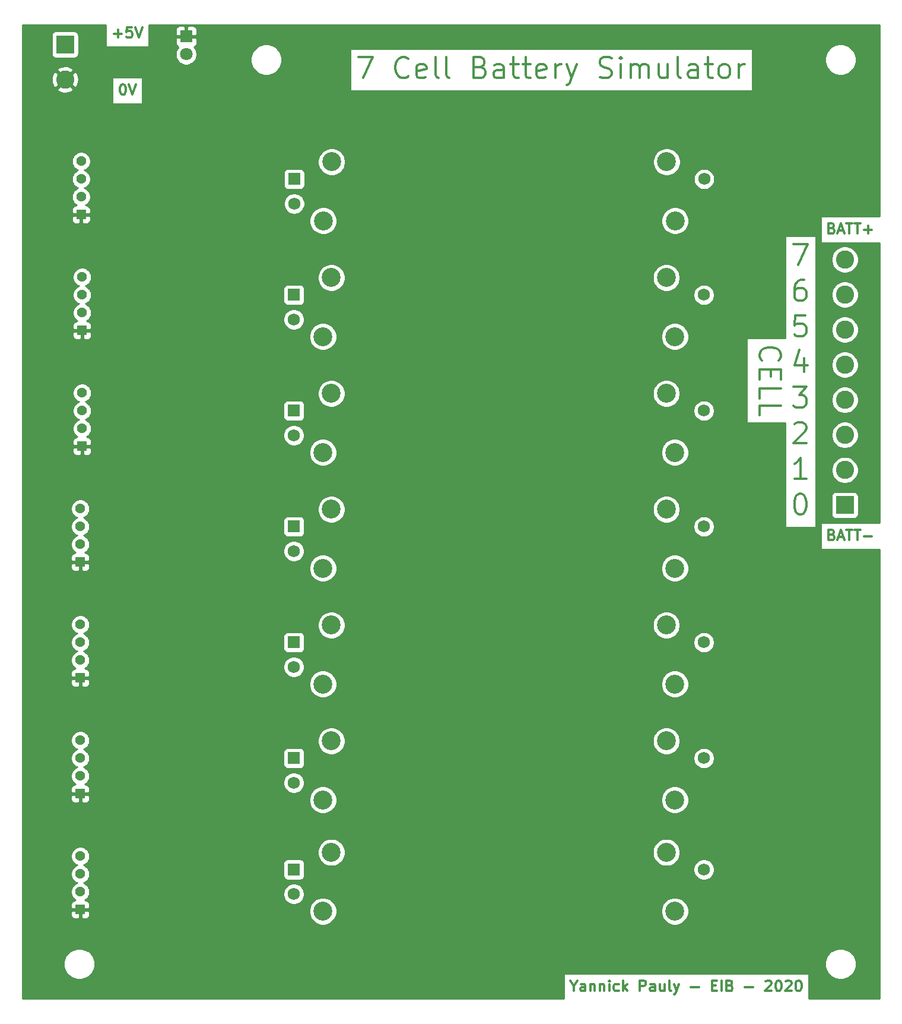
<source format=gbr>
%TF.GenerationSoftware,KiCad,Pcbnew,5.1.7-a382d34a8~87~ubuntu20.04.1*%
%TF.CreationDate,2020-11-02T17:40:13+01:00*%
%TF.ProjectId,7CellBatterySimulator_7CBS,3743656c-6c42-4617-9474-65727953696d,V1.0*%
%TF.SameCoordinates,Original*%
%TF.FileFunction,Copper,L1,Top*%
%TF.FilePolarity,Positive*%
%FSLAX46Y46*%
G04 Gerber Fmt 4.6, Leading zero omitted, Abs format (unit mm)*
G04 Created by KiCad (PCBNEW 5.1.7-a382d34a8~87~ubuntu20.04.1) date 2020-11-02 17:40:13*
%MOMM*%
%LPD*%
G01*
G04 APERTURE LIST*
%TA.AperFunction,NonConductor*%
%ADD10C,0.300000*%
%TD*%
%TA.AperFunction,ComponentPad*%
%ADD11C,2.600000*%
%TD*%
%TA.AperFunction,ComponentPad*%
%ADD12R,2.600000X2.600000*%
%TD*%
%TA.AperFunction,ComponentPad*%
%ADD13C,1.430000*%
%TD*%
%TA.AperFunction,ComponentPad*%
%ADD14R,1.430000X1.430000*%
%TD*%
%TA.AperFunction,ComponentPad*%
%ADD15C,2.700000*%
%TD*%
%TA.AperFunction,ComponentPad*%
%ADD16C,1.750000*%
%TD*%
%TA.AperFunction,ComponentPad*%
%ADD17R,1.750000X1.750000*%
%TD*%
%TA.AperFunction,ComponentPad*%
%ADD18C,1.800000*%
%TD*%
%TA.AperFunction,ComponentPad*%
%ADD19R,1.800000X1.800000*%
%TD*%
%TA.AperFunction,Conductor*%
%ADD20C,0.750000*%
%TD*%
%TA.AperFunction,Conductor*%
%ADD21C,0.254000*%
%TD*%
%TA.AperFunction,Conductor*%
%ADD22C,0.100000*%
%TD*%
G04 APERTURE END LIST*
D10*
X153940000Y-55507142D02*
X155940000Y-55507142D01*
X154654285Y-58507142D01*
X122612571Y-161254285D02*
X122612571Y-161968571D01*
X122112571Y-160468571D02*
X122612571Y-161254285D01*
X123112571Y-160468571D01*
X124255428Y-161968571D02*
X124255428Y-161182857D01*
X124184000Y-161040000D01*
X124041142Y-160968571D01*
X123755428Y-160968571D01*
X123612571Y-161040000D01*
X124255428Y-161897142D02*
X124112571Y-161968571D01*
X123755428Y-161968571D01*
X123612571Y-161897142D01*
X123541142Y-161754285D01*
X123541142Y-161611428D01*
X123612571Y-161468571D01*
X123755428Y-161397142D01*
X124112571Y-161397142D01*
X124255428Y-161325714D01*
X124969714Y-160968571D02*
X124969714Y-161968571D01*
X124969714Y-161111428D02*
X125041142Y-161040000D01*
X125184000Y-160968571D01*
X125398285Y-160968571D01*
X125541142Y-161040000D01*
X125612571Y-161182857D01*
X125612571Y-161968571D01*
X126326857Y-160968571D02*
X126326857Y-161968571D01*
X126326857Y-161111428D02*
X126398285Y-161040000D01*
X126541142Y-160968571D01*
X126755428Y-160968571D01*
X126898285Y-161040000D01*
X126969714Y-161182857D01*
X126969714Y-161968571D01*
X127684000Y-161968571D02*
X127684000Y-160968571D01*
X127684000Y-160468571D02*
X127612571Y-160540000D01*
X127684000Y-160611428D01*
X127755428Y-160540000D01*
X127684000Y-160468571D01*
X127684000Y-160611428D01*
X129041142Y-161897142D02*
X128898285Y-161968571D01*
X128612571Y-161968571D01*
X128469714Y-161897142D01*
X128398285Y-161825714D01*
X128326857Y-161682857D01*
X128326857Y-161254285D01*
X128398285Y-161111428D01*
X128469714Y-161040000D01*
X128612571Y-160968571D01*
X128898285Y-160968571D01*
X129041142Y-161040000D01*
X129684000Y-161968571D02*
X129684000Y-160468571D01*
X129826857Y-161397142D02*
X130255428Y-161968571D01*
X130255428Y-160968571D02*
X129684000Y-161540000D01*
X132041142Y-161968571D02*
X132041142Y-160468571D01*
X132612571Y-160468571D01*
X132755428Y-160540000D01*
X132826857Y-160611428D01*
X132898285Y-160754285D01*
X132898285Y-160968571D01*
X132826857Y-161111428D01*
X132755428Y-161182857D01*
X132612571Y-161254285D01*
X132041142Y-161254285D01*
X134184000Y-161968571D02*
X134184000Y-161182857D01*
X134112571Y-161040000D01*
X133969714Y-160968571D01*
X133684000Y-160968571D01*
X133541142Y-161040000D01*
X134184000Y-161897142D02*
X134041142Y-161968571D01*
X133684000Y-161968571D01*
X133541142Y-161897142D01*
X133469714Y-161754285D01*
X133469714Y-161611428D01*
X133541142Y-161468571D01*
X133684000Y-161397142D01*
X134041142Y-161397142D01*
X134184000Y-161325714D01*
X135541142Y-160968571D02*
X135541142Y-161968571D01*
X134898285Y-160968571D02*
X134898285Y-161754285D01*
X134969714Y-161897142D01*
X135112571Y-161968571D01*
X135326857Y-161968571D01*
X135469714Y-161897142D01*
X135541142Y-161825714D01*
X136469714Y-161968571D02*
X136326857Y-161897142D01*
X136255428Y-161754285D01*
X136255428Y-160468571D01*
X136898285Y-160968571D02*
X137255428Y-161968571D01*
X137612571Y-160968571D02*
X137255428Y-161968571D01*
X137112571Y-162325714D01*
X137041142Y-162397142D01*
X136898285Y-162468571D01*
X139326857Y-161397142D02*
X140469714Y-161397142D01*
X142326857Y-161182857D02*
X142826857Y-161182857D01*
X143041142Y-161968571D02*
X142326857Y-161968571D01*
X142326857Y-160468571D01*
X143041142Y-160468571D01*
X143684000Y-161968571D02*
X143684000Y-160468571D01*
X144898285Y-161182857D02*
X145112571Y-161254285D01*
X145184000Y-161325714D01*
X145255428Y-161468571D01*
X145255428Y-161682857D01*
X145184000Y-161825714D01*
X145112571Y-161897142D01*
X144969714Y-161968571D01*
X144398285Y-161968571D01*
X144398285Y-160468571D01*
X144898285Y-160468571D01*
X145041142Y-160540000D01*
X145112571Y-160611428D01*
X145184000Y-160754285D01*
X145184000Y-160897142D01*
X145112571Y-161040000D01*
X145041142Y-161111428D01*
X144898285Y-161182857D01*
X144398285Y-161182857D01*
X147041142Y-161397142D02*
X148184000Y-161397142D01*
X149969714Y-160611428D02*
X150041142Y-160540000D01*
X150184000Y-160468571D01*
X150541142Y-160468571D01*
X150684000Y-160540000D01*
X150755428Y-160611428D01*
X150826857Y-160754285D01*
X150826857Y-160897142D01*
X150755428Y-161111428D01*
X149898285Y-161968571D01*
X150826857Y-161968571D01*
X151755428Y-160468571D02*
X151898285Y-160468571D01*
X152041142Y-160540000D01*
X152112571Y-160611428D01*
X152184000Y-160754285D01*
X152255428Y-161040000D01*
X152255428Y-161397142D01*
X152184000Y-161682857D01*
X152112571Y-161825714D01*
X152041142Y-161897142D01*
X151898285Y-161968571D01*
X151755428Y-161968571D01*
X151612571Y-161897142D01*
X151541142Y-161825714D01*
X151469714Y-161682857D01*
X151398285Y-161397142D01*
X151398285Y-161040000D01*
X151469714Y-160754285D01*
X151541142Y-160611428D01*
X151612571Y-160540000D01*
X151755428Y-160468571D01*
X152826857Y-160611428D02*
X152898285Y-160540000D01*
X153041142Y-160468571D01*
X153398285Y-160468571D01*
X153541142Y-160540000D01*
X153612571Y-160611428D01*
X153684000Y-160754285D01*
X153684000Y-160897142D01*
X153612571Y-161111428D01*
X152755428Y-161968571D01*
X153684000Y-161968571D01*
X154612571Y-160468571D02*
X154755428Y-160468571D01*
X154898285Y-160540000D01*
X154969714Y-160611428D01*
X155041142Y-160754285D01*
X155112571Y-161040000D01*
X155112571Y-161397142D01*
X155041142Y-161682857D01*
X154969714Y-161825714D01*
X154898285Y-161897142D01*
X154755428Y-161968571D01*
X154612571Y-161968571D01*
X154469714Y-161897142D01*
X154398285Y-161825714D01*
X154326857Y-161682857D01*
X154255428Y-161397142D01*
X154255428Y-161040000D01*
X154326857Y-160754285D01*
X154398285Y-160611428D01*
X154469714Y-160540000D01*
X154612571Y-160468571D01*
X149423571Y-72072857D02*
X149280714Y-71930000D01*
X149137857Y-71501428D01*
X149137857Y-71215714D01*
X149280714Y-70787142D01*
X149566428Y-70501428D01*
X149852142Y-70358571D01*
X150423571Y-70215714D01*
X150852142Y-70215714D01*
X151423571Y-70358571D01*
X151709285Y-70501428D01*
X151995000Y-70787142D01*
X152137857Y-71215714D01*
X152137857Y-71501428D01*
X151995000Y-71930000D01*
X151852142Y-72072857D01*
X150709285Y-73358571D02*
X150709285Y-74358571D01*
X149137857Y-74787142D02*
X149137857Y-73358571D01*
X152137857Y-73358571D01*
X152137857Y-74787142D01*
X149137857Y-77501428D02*
X149137857Y-76072857D01*
X152137857Y-76072857D01*
X149137857Y-79930000D02*
X149137857Y-78501428D01*
X152137857Y-78501428D01*
X58213714Y-32706571D02*
X58356571Y-32706571D01*
X58499428Y-32778000D01*
X58570857Y-32849428D01*
X58642285Y-32992285D01*
X58713714Y-33278000D01*
X58713714Y-33635142D01*
X58642285Y-33920857D01*
X58570857Y-34063714D01*
X58499428Y-34135142D01*
X58356571Y-34206571D01*
X58213714Y-34206571D01*
X58070857Y-34135142D01*
X57999428Y-34063714D01*
X57928000Y-33920857D01*
X57856571Y-33635142D01*
X57856571Y-33278000D01*
X57928000Y-32992285D01*
X57999428Y-32849428D01*
X58070857Y-32778000D01*
X58213714Y-32706571D01*
X59142285Y-32706571D02*
X59642285Y-34206571D01*
X60142285Y-32706571D01*
X155797142Y-88987142D02*
X154082857Y-88987142D01*
X154940000Y-88987142D02*
X154940000Y-85987142D01*
X154654285Y-86415714D01*
X154368571Y-86701428D01*
X154082857Y-86844285D01*
X155511428Y-60587142D02*
X154940000Y-60587142D01*
X154654285Y-60730000D01*
X154511428Y-60872857D01*
X154225714Y-61301428D01*
X154082857Y-61872857D01*
X154082857Y-63015714D01*
X154225714Y-63301428D01*
X154368571Y-63444285D01*
X154654285Y-63587142D01*
X155225714Y-63587142D01*
X155511428Y-63444285D01*
X155654285Y-63301428D01*
X155797142Y-63015714D01*
X155797142Y-62301428D01*
X155654285Y-62015714D01*
X155511428Y-61872857D01*
X155225714Y-61730000D01*
X154654285Y-61730000D01*
X154368571Y-61872857D01*
X154225714Y-62015714D01*
X154082857Y-62301428D01*
X155654285Y-65667142D02*
X154225714Y-65667142D01*
X154082857Y-67095714D01*
X154225714Y-66952857D01*
X154511428Y-66810000D01*
X155225714Y-66810000D01*
X155511428Y-66952857D01*
X155654285Y-67095714D01*
X155797142Y-67381428D01*
X155797142Y-68095714D01*
X155654285Y-68381428D01*
X155511428Y-68524285D01*
X155225714Y-68667142D01*
X154511428Y-68667142D01*
X154225714Y-68524285D01*
X154082857Y-68381428D01*
X155511428Y-71747142D02*
X155511428Y-73747142D01*
X154797142Y-70604285D02*
X154082857Y-72747142D01*
X155940000Y-72747142D01*
X153940000Y-75827142D02*
X155797142Y-75827142D01*
X154797142Y-76970000D01*
X155225714Y-76970000D01*
X155511428Y-77112857D01*
X155654285Y-77255714D01*
X155797142Y-77541428D01*
X155797142Y-78255714D01*
X155654285Y-78541428D01*
X155511428Y-78684285D01*
X155225714Y-78827142D01*
X154368571Y-78827142D01*
X154082857Y-78684285D01*
X153940000Y-78541428D01*
X154082857Y-81192857D02*
X154225714Y-81050000D01*
X154511428Y-80907142D01*
X155225714Y-80907142D01*
X155511428Y-81050000D01*
X155654285Y-81192857D01*
X155797142Y-81478571D01*
X155797142Y-81764285D01*
X155654285Y-82192857D01*
X153940000Y-83907142D01*
X155797142Y-83907142D01*
X154797142Y-91067142D02*
X155082857Y-91067142D01*
X155368571Y-91210000D01*
X155511428Y-91352857D01*
X155654285Y-91638571D01*
X155797142Y-92210000D01*
X155797142Y-92924285D01*
X155654285Y-93495714D01*
X155511428Y-93781428D01*
X155368571Y-93924285D01*
X155082857Y-94067142D01*
X154797142Y-94067142D01*
X154511428Y-93924285D01*
X154368571Y-93781428D01*
X154225714Y-93495714D01*
X154082857Y-92924285D01*
X154082857Y-92210000D01*
X154225714Y-91638571D01*
X154368571Y-91352857D01*
X154511428Y-91210000D01*
X154797142Y-91067142D01*
X159444857Y-53232857D02*
X159659142Y-53304285D01*
X159730571Y-53375714D01*
X159802000Y-53518571D01*
X159802000Y-53732857D01*
X159730571Y-53875714D01*
X159659142Y-53947142D01*
X159516285Y-54018571D01*
X158944857Y-54018571D01*
X158944857Y-52518571D01*
X159444857Y-52518571D01*
X159587714Y-52590000D01*
X159659142Y-52661428D01*
X159730571Y-52804285D01*
X159730571Y-52947142D01*
X159659142Y-53090000D01*
X159587714Y-53161428D01*
X159444857Y-53232857D01*
X158944857Y-53232857D01*
X160373428Y-53590000D02*
X161087714Y-53590000D01*
X160230571Y-54018571D02*
X160730571Y-52518571D01*
X161230571Y-54018571D01*
X161516285Y-52518571D02*
X162373428Y-52518571D01*
X161944857Y-54018571D02*
X161944857Y-52518571D01*
X162659142Y-52518571D02*
X163516285Y-52518571D01*
X163087714Y-54018571D02*
X163087714Y-52518571D01*
X164016285Y-53447142D02*
X165159142Y-53447142D01*
X164587714Y-54018571D02*
X164587714Y-52875714D01*
X159444857Y-96920857D02*
X159659142Y-96992285D01*
X159730571Y-97063714D01*
X159802000Y-97206571D01*
X159802000Y-97420857D01*
X159730571Y-97563714D01*
X159659142Y-97635142D01*
X159516285Y-97706571D01*
X158944857Y-97706571D01*
X158944857Y-96206571D01*
X159444857Y-96206571D01*
X159587714Y-96278000D01*
X159659142Y-96349428D01*
X159730571Y-96492285D01*
X159730571Y-96635142D01*
X159659142Y-96778000D01*
X159587714Y-96849428D01*
X159444857Y-96920857D01*
X158944857Y-96920857D01*
X160373428Y-97278000D02*
X161087714Y-97278000D01*
X160230571Y-97706571D02*
X160730571Y-96206571D01*
X161230571Y-97706571D01*
X161516285Y-96206571D02*
X162373428Y-96206571D01*
X161944857Y-97706571D02*
X161944857Y-96206571D01*
X162659142Y-96206571D02*
X163516285Y-96206571D01*
X163087714Y-97706571D02*
X163087714Y-96206571D01*
X164016285Y-97135142D02*
X165159142Y-97135142D01*
X56999428Y-25507142D02*
X58142285Y-25507142D01*
X57570857Y-26078571D02*
X57570857Y-24935714D01*
X59570857Y-24578571D02*
X58856571Y-24578571D01*
X58785142Y-25292857D01*
X58856571Y-25221428D01*
X58999428Y-25150000D01*
X59356571Y-25150000D01*
X59499428Y-25221428D01*
X59570857Y-25292857D01*
X59642285Y-25435714D01*
X59642285Y-25792857D01*
X59570857Y-25935714D01*
X59499428Y-26007142D01*
X59356571Y-26078571D01*
X58999428Y-26078571D01*
X58856571Y-26007142D01*
X58785142Y-25935714D01*
X60070857Y-24578571D02*
X60570857Y-26078571D01*
X61070857Y-24578571D01*
X91880000Y-28837142D02*
X93880000Y-28837142D01*
X92594285Y-31837142D01*
X99022857Y-31551428D02*
X98880000Y-31694285D01*
X98451428Y-31837142D01*
X98165714Y-31837142D01*
X97737142Y-31694285D01*
X97451428Y-31408571D01*
X97308571Y-31122857D01*
X97165714Y-30551428D01*
X97165714Y-30122857D01*
X97308571Y-29551428D01*
X97451428Y-29265714D01*
X97737142Y-28980000D01*
X98165714Y-28837142D01*
X98451428Y-28837142D01*
X98880000Y-28980000D01*
X99022857Y-29122857D01*
X101451428Y-31694285D02*
X101165714Y-31837142D01*
X100594285Y-31837142D01*
X100308571Y-31694285D01*
X100165714Y-31408571D01*
X100165714Y-30265714D01*
X100308571Y-29980000D01*
X100594285Y-29837142D01*
X101165714Y-29837142D01*
X101451428Y-29980000D01*
X101594285Y-30265714D01*
X101594285Y-30551428D01*
X100165714Y-30837142D01*
X103308571Y-31837142D02*
X103022857Y-31694285D01*
X102880000Y-31408571D01*
X102880000Y-28837142D01*
X104880000Y-31837142D02*
X104594285Y-31694285D01*
X104451428Y-31408571D01*
X104451428Y-28837142D01*
X109308571Y-30265714D02*
X109737142Y-30408571D01*
X109880000Y-30551428D01*
X110022857Y-30837142D01*
X110022857Y-31265714D01*
X109880000Y-31551428D01*
X109737142Y-31694285D01*
X109451428Y-31837142D01*
X108308571Y-31837142D01*
X108308571Y-28837142D01*
X109308571Y-28837142D01*
X109594285Y-28980000D01*
X109737142Y-29122857D01*
X109880000Y-29408571D01*
X109880000Y-29694285D01*
X109737142Y-29980000D01*
X109594285Y-30122857D01*
X109308571Y-30265714D01*
X108308571Y-30265714D01*
X112594285Y-31837142D02*
X112594285Y-30265714D01*
X112451428Y-29980000D01*
X112165714Y-29837142D01*
X111594285Y-29837142D01*
X111308571Y-29980000D01*
X112594285Y-31694285D02*
X112308571Y-31837142D01*
X111594285Y-31837142D01*
X111308571Y-31694285D01*
X111165714Y-31408571D01*
X111165714Y-31122857D01*
X111308571Y-30837142D01*
X111594285Y-30694285D01*
X112308571Y-30694285D01*
X112594285Y-30551428D01*
X113594285Y-29837142D02*
X114737142Y-29837142D01*
X114022857Y-28837142D02*
X114022857Y-31408571D01*
X114165714Y-31694285D01*
X114451428Y-31837142D01*
X114737142Y-31837142D01*
X115308571Y-29837142D02*
X116451428Y-29837142D01*
X115737142Y-28837142D02*
X115737142Y-31408571D01*
X115879999Y-31694285D01*
X116165714Y-31837142D01*
X116451428Y-31837142D01*
X118594285Y-31694285D02*
X118308571Y-31837142D01*
X117737142Y-31837142D01*
X117451428Y-31694285D01*
X117308571Y-31408571D01*
X117308571Y-30265714D01*
X117451428Y-29980000D01*
X117737142Y-29837142D01*
X118308571Y-29837142D01*
X118594285Y-29980000D01*
X118737142Y-30265714D01*
X118737142Y-30551428D01*
X117308571Y-30837142D01*
X120022857Y-31837142D02*
X120022857Y-29837142D01*
X120022857Y-30408571D02*
X120165714Y-30122857D01*
X120308571Y-29980000D01*
X120594285Y-29837142D01*
X120879999Y-29837142D01*
X121594285Y-29837142D02*
X122308571Y-31837142D01*
X123022857Y-29837142D02*
X122308571Y-31837142D01*
X122022857Y-32551428D01*
X121879999Y-32694285D01*
X121594285Y-32837142D01*
X126308571Y-31694285D02*
X126737142Y-31837142D01*
X127451428Y-31837142D01*
X127737142Y-31694285D01*
X127879999Y-31551428D01*
X128022857Y-31265714D01*
X128022857Y-30980000D01*
X127879999Y-30694285D01*
X127737142Y-30551428D01*
X127451428Y-30408571D01*
X126879999Y-30265714D01*
X126594285Y-30122857D01*
X126451428Y-29980000D01*
X126308571Y-29694285D01*
X126308571Y-29408571D01*
X126451428Y-29122857D01*
X126594285Y-28980000D01*
X126879999Y-28837142D01*
X127594285Y-28837142D01*
X128022857Y-28980000D01*
X129308571Y-31837142D02*
X129308571Y-29837142D01*
X129308571Y-28837142D02*
X129165714Y-28980000D01*
X129308571Y-29122857D01*
X129451428Y-28980000D01*
X129308571Y-28837142D01*
X129308571Y-29122857D01*
X130737142Y-31837142D02*
X130737142Y-29837142D01*
X130737142Y-30122857D02*
X130879999Y-29980000D01*
X131165714Y-29837142D01*
X131594285Y-29837142D01*
X131879999Y-29980000D01*
X132022857Y-30265714D01*
X132022857Y-31837142D01*
X132022857Y-30265714D02*
X132165714Y-29980000D01*
X132451428Y-29837142D01*
X132879999Y-29837142D01*
X133165714Y-29980000D01*
X133308571Y-30265714D01*
X133308571Y-31837142D01*
X136022857Y-29837142D02*
X136022857Y-31837142D01*
X134737142Y-29837142D02*
X134737142Y-31408571D01*
X134880000Y-31694285D01*
X135165714Y-31837142D01*
X135594285Y-31837142D01*
X135880000Y-31694285D01*
X136022857Y-31551428D01*
X137880000Y-31837142D02*
X137594285Y-31694285D01*
X137451428Y-31408571D01*
X137451428Y-28837142D01*
X140308571Y-31837142D02*
X140308571Y-30265714D01*
X140165714Y-29980000D01*
X139880000Y-29837142D01*
X139308571Y-29837142D01*
X139022857Y-29980000D01*
X140308571Y-31694285D02*
X140022857Y-31837142D01*
X139308571Y-31837142D01*
X139022857Y-31694285D01*
X138880000Y-31408571D01*
X138880000Y-31122857D01*
X139022857Y-30837142D01*
X139308571Y-30694285D01*
X140022857Y-30694285D01*
X140308571Y-30551428D01*
X141308571Y-29837142D02*
X142451428Y-29837142D01*
X141737142Y-28837142D02*
X141737142Y-31408571D01*
X141880000Y-31694285D01*
X142165714Y-31837142D01*
X142451428Y-31837142D01*
X143880000Y-31837142D02*
X143594285Y-31694285D01*
X143451428Y-31551428D01*
X143308571Y-31265714D01*
X143308571Y-30408571D01*
X143451428Y-30122857D01*
X143594285Y-29980000D01*
X143880000Y-29837142D01*
X144308571Y-29837142D01*
X144594285Y-29980000D01*
X144737142Y-30122857D01*
X144880000Y-30408571D01*
X144880000Y-31265714D01*
X144737142Y-31551428D01*
X144594285Y-31694285D01*
X144308571Y-31837142D01*
X143880000Y-31837142D01*
X146165714Y-31837142D02*
X146165714Y-29837142D01*
X146165714Y-30408571D02*
X146308571Y-30122857D01*
X146451428Y-29980000D01*
X146737142Y-29837142D01*
X147022857Y-29837142D01*
D11*
%TO.P,J101,2*%
%TO.N,GND*%
X50038000Y-32051000D03*
D12*
%TO.P,J101,1*%
%TO.N,Net-(F101-Pad2)*%
X50038000Y-27051000D03*
%TD*%
D13*
%TO.P,PS601,4*%
%TO.N,Net-(PS601-Pad4)*%
X52197000Y-93218000D03*
%TO.P,PS601,3*%
%TO.N,/Channel3/OUT+*%
X52197000Y-95758000D03*
%TO.P,PS601,2*%
%TO.N,+5V*%
X52197000Y-98298000D03*
D14*
%TO.P,PS601,1*%
%TO.N,GND*%
X52197000Y-100838000D03*
%TD*%
D11*
%TO.P,J102,8*%
%TO.N,/Channel7/OUT+*%
X161290000Y-57710000D03*
%TO.P,J102,7*%
%TO.N,/Channel6/OUT+*%
X161290000Y-62710000D03*
%TO.P,J102,6*%
%TO.N,/Channel5/OUT+*%
X161290000Y-67710000D03*
%TO.P,J102,5*%
%TO.N,/Channel4/OUT+*%
X161290000Y-72710000D03*
%TO.P,J102,4*%
%TO.N,/Channel3/OUT+*%
X161290000Y-77710000D03*
%TO.P,J102,3*%
%TO.N,/Channel2/OUT+*%
X161290000Y-82710000D03*
%TO.P,J102,2*%
%TO.N,/Channel1/OUT+*%
X161290000Y-87710000D03*
D12*
%TO.P,J102,1*%
%TO.N,/Channel1/OUT-*%
X161290000Y-92710000D03*
%TD*%
D15*
%TO.P,RV801,MP*%
%TO.N,N/C*%
X137068000Y-52178000D03*
X86868000Y-52178000D03*
X135868000Y-43778000D03*
X88068000Y-43778000D03*
D16*
%TO.P,RV801,3*%
%TO.N,/Channel6/OUT+*%
X141218000Y-46228000D03*
%TO.P,RV801,2*%
X82718000Y-49728000D03*
D17*
%TO.P,RV801,1*%
%TO.N,Net-(C803-Pad1)*%
X82718000Y-46228000D03*
%TD*%
D13*
%TO.P,PS801,4*%
%TO.N,Net-(PS801-Pad4)*%
X52324000Y-43688000D03*
%TO.P,PS801,3*%
%TO.N,/Channel6/OUT+*%
X52324000Y-46228000D03*
%TO.P,PS801,2*%
%TO.N,+5V*%
X52324000Y-48768000D03*
D14*
%TO.P,PS801,1*%
%TO.N,GND*%
X52324000Y-51308000D03*
%TD*%
D15*
%TO.P,RV701,MP*%
%TO.N,N/C*%
X137027000Y-85198000D03*
X86827000Y-85198000D03*
X135827000Y-76798000D03*
X88027000Y-76798000D03*
D16*
%TO.P,RV701,3*%
%TO.N,/Channel4/OUT+*%
X141177000Y-79248000D03*
%TO.P,RV701,2*%
X82677000Y-82748000D03*
D17*
%TO.P,RV701,1*%
%TO.N,Net-(C703-Pad1)*%
X82677000Y-79248000D03*
%TD*%
D15*
%TO.P,RV601,MP*%
%TO.N,N/C*%
X137027000Y-101708000D03*
X86827000Y-101708000D03*
X135827000Y-93308000D03*
X88027000Y-93308000D03*
D16*
%TO.P,RV601,3*%
%TO.N,/Channel3/OUT+*%
X141177000Y-95758000D03*
%TO.P,RV601,2*%
X82677000Y-99258000D03*
D17*
%TO.P,RV601,1*%
%TO.N,Net-(C603-Pad1)*%
X82677000Y-95758000D03*
%TD*%
D15*
%TO.P,RV501,MP*%
%TO.N,N/C*%
X137027000Y-118218000D03*
X86827000Y-118218000D03*
X135827000Y-109818000D03*
X88027000Y-109818000D03*
D16*
%TO.P,RV501,3*%
%TO.N,/Channel2/OUT+*%
X141177000Y-112268000D03*
%TO.P,RV501,2*%
X82677000Y-115768000D03*
D17*
%TO.P,RV501,1*%
%TO.N,Net-(C503-Pad1)*%
X82677000Y-112268000D03*
%TD*%
D15*
%TO.P,RV401,MP*%
%TO.N,N/C*%
X137027000Y-134728000D03*
X86827000Y-134728000D03*
X135827000Y-126328000D03*
X88027000Y-126328000D03*
D16*
%TO.P,RV401,3*%
%TO.N,/Channel1/OUT+*%
X141177000Y-128778000D03*
%TO.P,RV401,2*%
X82677000Y-132278000D03*
D17*
%TO.P,RV401,1*%
%TO.N,Net-(C403-Pad1)*%
X82677000Y-128778000D03*
%TD*%
D15*
%TO.P,RV301,MP*%
%TO.N,N/C*%
X137027000Y-150603000D03*
X86827000Y-150603000D03*
X135827000Y-142203000D03*
X88027000Y-142203000D03*
D16*
%TO.P,RV301,3*%
%TO.N,/Channel1/OUT-*%
X141177000Y-144653000D03*
%TO.P,RV301,2*%
X82677000Y-148153000D03*
D17*
%TO.P,RV301,1*%
%TO.N,Net-(C303-Pad1)*%
X82677000Y-144653000D03*
%TD*%
D13*
%TO.P,PS701,4*%
%TO.N,Net-(PS701-Pad4)*%
X52451000Y-76708000D03*
%TO.P,PS701,3*%
%TO.N,/Channel4/OUT+*%
X52451000Y-79248000D03*
%TO.P,PS701,2*%
%TO.N,+5V*%
X52451000Y-81788000D03*
D14*
%TO.P,PS701,1*%
%TO.N,GND*%
X52451000Y-84328000D03*
%TD*%
D13*
%TO.P,PS501,4*%
%TO.N,Net-(PS501-Pad4)*%
X52197000Y-109728000D03*
%TO.P,PS501,3*%
%TO.N,/Channel2/OUT+*%
X52197000Y-112268000D03*
%TO.P,PS501,2*%
%TO.N,+5V*%
X52197000Y-114808000D03*
D14*
%TO.P,PS501,1*%
%TO.N,GND*%
X52197000Y-117348000D03*
%TD*%
D13*
%TO.P,PS401,4*%
%TO.N,Net-(PS401-Pad4)*%
X52197000Y-126238000D03*
%TO.P,PS401,3*%
%TO.N,/Channel1/OUT+*%
X52197000Y-128778000D03*
%TO.P,PS401,2*%
%TO.N,+5V*%
X52197000Y-131318000D03*
D14*
%TO.P,PS401,1*%
%TO.N,GND*%
X52197000Y-133858000D03*
%TD*%
D13*
%TO.P,PS301,4*%
%TO.N,Net-(PS301-Pad4)*%
X52197000Y-142748000D03*
%TO.P,PS301,3*%
%TO.N,/Channel1/OUT-*%
X52197000Y-145288000D03*
%TO.P,PS301,2*%
%TO.N,+5V*%
X52197000Y-147828000D03*
D14*
%TO.P,PS301,1*%
%TO.N,GND*%
X52197000Y-150368000D03*
%TD*%
D18*
%TO.P,D102,2*%
%TO.N,Net-(D102-Pad2)*%
X67310000Y-28448000D03*
D19*
%TO.P,D102,1*%
%TO.N,GND*%
X67310000Y-25908000D03*
%TD*%
D15*
%TO.P,RV201,MP*%
%TO.N,N/C*%
X137027000Y-68688000D03*
X86827000Y-68688000D03*
X135827000Y-60288000D03*
X88027000Y-60288000D03*
D16*
%TO.P,RV201,3*%
%TO.N,/Channel5/OUT+*%
X141177000Y-62738000D03*
%TO.P,RV201,2*%
X82677000Y-66238000D03*
D17*
%TO.P,RV201,1*%
%TO.N,Net-(C203-Pad1)*%
X82677000Y-62738000D03*
%TD*%
D13*
%TO.P,PS201,4*%
%TO.N,Net-(PS201-Pad4)*%
X52451000Y-60198000D03*
%TO.P,PS201,3*%
%TO.N,/Channel5/OUT+*%
X52451000Y-62738000D03*
%TO.P,PS201,2*%
%TO.N,+5V*%
X52451000Y-65278000D03*
D14*
%TO.P,PS201,1*%
%TO.N,GND*%
X52451000Y-67818000D03*
%TD*%
D20*
%TO.N,GND*%
X50038000Y-32131000D02*
X50054001Y-32147001D01*
%TD*%
D21*
%TO.N,GND*%
X55857286Y-27430000D02*
X61998715Y-27430000D01*
X61998715Y-26808000D01*
X65771928Y-26808000D01*
X65784188Y-26932482D01*
X65820498Y-27052180D01*
X65879463Y-27162494D01*
X65958815Y-27259185D01*
X66055506Y-27338537D01*
X66165820Y-27397502D01*
X66184127Y-27403056D01*
X66117688Y-27469495D01*
X65949701Y-27720905D01*
X65833989Y-28000257D01*
X65775000Y-28296816D01*
X65775000Y-28599184D01*
X65833989Y-28895743D01*
X65949701Y-29175095D01*
X66117688Y-29426505D01*
X66331495Y-29640312D01*
X66582905Y-29808299D01*
X66862257Y-29924011D01*
X67158816Y-29983000D01*
X67461184Y-29983000D01*
X67757743Y-29924011D01*
X68037095Y-29808299D01*
X68288505Y-29640312D01*
X68502312Y-29426505D01*
X68670299Y-29175095D01*
X68747021Y-28989872D01*
X76505000Y-28989872D01*
X76505000Y-29430128D01*
X76590890Y-29861925D01*
X76759369Y-30268669D01*
X77003962Y-30634729D01*
X77315271Y-30946038D01*
X77681331Y-31190631D01*
X78088075Y-31359110D01*
X78519872Y-31445000D01*
X78960128Y-31445000D01*
X79391925Y-31359110D01*
X79798669Y-31190631D01*
X80164729Y-30946038D01*
X80476038Y-30634729D01*
X80720631Y-30268669D01*
X80889110Y-29861925D01*
X80975000Y-29430128D01*
X80975000Y-28989872D01*
X80889110Y-28558075D01*
X80720631Y-28151331D01*
X80476038Y-27785271D01*
X80300767Y-27610000D01*
X90666429Y-27610000D01*
X90666429Y-33680000D01*
X148093572Y-33680000D01*
X148093572Y-28989872D01*
X158420000Y-28989872D01*
X158420000Y-29430128D01*
X158505890Y-29861925D01*
X158674369Y-30268669D01*
X158918962Y-30634729D01*
X159230271Y-30946038D01*
X159596331Y-31190631D01*
X160003075Y-31359110D01*
X160434872Y-31445000D01*
X160875128Y-31445000D01*
X161306925Y-31359110D01*
X161713669Y-31190631D01*
X162079729Y-30946038D01*
X162391038Y-30634729D01*
X162635631Y-30268669D01*
X162804110Y-29861925D01*
X162890000Y-29430128D01*
X162890000Y-28989872D01*
X162804110Y-28558075D01*
X162635631Y-28151331D01*
X162391038Y-27785271D01*
X162079729Y-27473962D01*
X161713669Y-27229369D01*
X161306925Y-27060890D01*
X160875128Y-26975000D01*
X160434872Y-26975000D01*
X160003075Y-27060890D01*
X159596331Y-27229369D01*
X159230271Y-27473962D01*
X158918962Y-27785271D01*
X158674369Y-28151331D01*
X158505890Y-28558075D01*
X158420000Y-28989872D01*
X148093572Y-28989872D01*
X148093572Y-27610000D01*
X90666429Y-27610000D01*
X80300767Y-27610000D01*
X80164729Y-27473962D01*
X79798669Y-27229369D01*
X79391925Y-27060890D01*
X78960128Y-26975000D01*
X78519872Y-26975000D01*
X78088075Y-27060890D01*
X77681331Y-27229369D01*
X77315271Y-27473962D01*
X77003962Y-27785271D01*
X76759369Y-28151331D01*
X76590890Y-28558075D01*
X76505000Y-28989872D01*
X68747021Y-28989872D01*
X68786011Y-28895743D01*
X68845000Y-28599184D01*
X68845000Y-28296816D01*
X68786011Y-28000257D01*
X68670299Y-27720905D01*
X68502312Y-27469495D01*
X68435873Y-27403056D01*
X68454180Y-27397502D01*
X68564494Y-27338537D01*
X68661185Y-27259185D01*
X68740537Y-27162494D01*
X68799502Y-27052180D01*
X68835812Y-26932482D01*
X68848072Y-26808000D01*
X68845000Y-26193750D01*
X68686250Y-26035000D01*
X67437000Y-26035000D01*
X67437000Y-26055000D01*
X67183000Y-26055000D01*
X67183000Y-26035000D01*
X65933750Y-26035000D01*
X65775000Y-26193750D01*
X65771928Y-26808000D01*
X61998715Y-26808000D01*
X61998715Y-25008000D01*
X65771928Y-25008000D01*
X65775000Y-25622250D01*
X65933750Y-25781000D01*
X67183000Y-25781000D01*
X67183000Y-24531750D01*
X67437000Y-24531750D01*
X67437000Y-25781000D01*
X68686250Y-25781000D01*
X68845000Y-25622250D01*
X68848072Y-25008000D01*
X68835812Y-24883518D01*
X68799502Y-24763820D01*
X68740537Y-24653506D01*
X68661185Y-24556815D01*
X68564494Y-24477463D01*
X68454180Y-24418498D01*
X68334482Y-24382188D01*
X68210000Y-24369928D01*
X67595750Y-24373000D01*
X67437000Y-24531750D01*
X67183000Y-24531750D01*
X67024250Y-24373000D01*
X66410000Y-24369928D01*
X66285518Y-24382188D01*
X66165820Y-24418498D01*
X66055506Y-24477463D01*
X65958815Y-24556815D01*
X65879463Y-24653506D01*
X65820498Y-24763820D01*
X65784188Y-24883518D01*
X65771928Y-25008000D01*
X61998715Y-25008000D01*
X61998715Y-24257000D01*
X166243000Y-24257000D01*
X166243000Y-51550000D01*
X157802715Y-51550000D01*
X157802715Y-55370000D01*
X166243000Y-55370000D01*
X166243000Y-95238000D01*
X157802715Y-95238000D01*
X157802715Y-99058000D01*
X166243000Y-99058000D01*
X166243000Y-163068000D01*
X156183286Y-163068000D01*
X156183286Y-159500000D01*
X121184715Y-159500000D01*
X121184715Y-163068000D01*
X43942000Y-163068000D01*
X43942000Y-157894872D01*
X49835000Y-157894872D01*
X49835000Y-158335128D01*
X49920890Y-158766925D01*
X50089369Y-159173669D01*
X50333962Y-159539729D01*
X50645271Y-159851038D01*
X51011331Y-160095631D01*
X51418075Y-160264110D01*
X51849872Y-160350000D01*
X52290128Y-160350000D01*
X52721925Y-160264110D01*
X53128669Y-160095631D01*
X53494729Y-159851038D01*
X53806038Y-159539729D01*
X54050631Y-159173669D01*
X54219110Y-158766925D01*
X54305000Y-158335128D01*
X54305000Y-157894872D01*
X158420000Y-157894872D01*
X158420000Y-158335128D01*
X158505890Y-158766925D01*
X158674369Y-159173669D01*
X158918962Y-159539729D01*
X159230271Y-159851038D01*
X159596331Y-160095631D01*
X160003075Y-160264110D01*
X160434872Y-160350000D01*
X160875128Y-160350000D01*
X161306925Y-160264110D01*
X161713669Y-160095631D01*
X162079729Y-159851038D01*
X162391038Y-159539729D01*
X162635631Y-159173669D01*
X162804110Y-158766925D01*
X162890000Y-158335128D01*
X162890000Y-157894872D01*
X162804110Y-157463075D01*
X162635631Y-157056331D01*
X162391038Y-156690271D01*
X162079729Y-156378962D01*
X161713669Y-156134369D01*
X161306925Y-155965890D01*
X160875128Y-155880000D01*
X160434872Y-155880000D01*
X160003075Y-155965890D01*
X159596331Y-156134369D01*
X159230271Y-156378962D01*
X158918962Y-156690271D01*
X158674369Y-157056331D01*
X158505890Y-157463075D01*
X158420000Y-157894872D01*
X54305000Y-157894872D01*
X54219110Y-157463075D01*
X54050631Y-157056331D01*
X53806038Y-156690271D01*
X53494729Y-156378962D01*
X53128669Y-156134369D01*
X52721925Y-155965890D01*
X52290128Y-155880000D01*
X51849872Y-155880000D01*
X51418075Y-155965890D01*
X51011331Y-156134369D01*
X50645271Y-156378962D01*
X50333962Y-156690271D01*
X50089369Y-157056331D01*
X49920890Y-157463075D01*
X49835000Y-157894872D01*
X43942000Y-157894872D01*
X43942000Y-151083000D01*
X50843928Y-151083000D01*
X50856188Y-151207482D01*
X50892498Y-151327180D01*
X50951463Y-151437494D01*
X51030815Y-151534185D01*
X51127506Y-151613537D01*
X51237820Y-151672502D01*
X51357518Y-151708812D01*
X51482000Y-151721072D01*
X51911250Y-151718000D01*
X52070000Y-151559250D01*
X52070000Y-150495000D01*
X52324000Y-150495000D01*
X52324000Y-151559250D01*
X52482750Y-151718000D01*
X52912000Y-151721072D01*
X53036482Y-151708812D01*
X53156180Y-151672502D01*
X53266494Y-151613537D01*
X53363185Y-151534185D01*
X53442537Y-151437494D01*
X53501502Y-151327180D01*
X53537812Y-151207482D01*
X53550072Y-151083000D01*
X53547000Y-150653750D01*
X53388250Y-150495000D01*
X52324000Y-150495000D01*
X52070000Y-150495000D01*
X51005750Y-150495000D01*
X50847000Y-150653750D01*
X50843928Y-151083000D01*
X43942000Y-151083000D01*
X43942000Y-150407495D01*
X84842000Y-150407495D01*
X84842000Y-150798505D01*
X84918282Y-151182003D01*
X85067915Y-151543250D01*
X85285149Y-151868364D01*
X85561636Y-152144851D01*
X85886750Y-152362085D01*
X86247997Y-152511718D01*
X86631495Y-152588000D01*
X87022505Y-152588000D01*
X87406003Y-152511718D01*
X87767250Y-152362085D01*
X88092364Y-152144851D01*
X88368851Y-151868364D01*
X88586085Y-151543250D01*
X88735718Y-151182003D01*
X88812000Y-150798505D01*
X88812000Y-150407495D01*
X135042000Y-150407495D01*
X135042000Y-150798505D01*
X135118282Y-151182003D01*
X135267915Y-151543250D01*
X135485149Y-151868364D01*
X135761636Y-152144851D01*
X136086750Y-152362085D01*
X136447997Y-152511718D01*
X136831495Y-152588000D01*
X137222505Y-152588000D01*
X137606003Y-152511718D01*
X137967250Y-152362085D01*
X138292364Y-152144851D01*
X138568851Y-151868364D01*
X138786085Y-151543250D01*
X138935718Y-151182003D01*
X139012000Y-150798505D01*
X139012000Y-150407495D01*
X138935718Y-150023997D01*
X138786085Y-149662750D01*
X138568851Y-149337636D01*
X138292364Y-149061149D01*
X137967250Y-148843915D01*
X137606003Y-148694282D01*
X137222505Y-148618000D01*
X136831495Y-148618000D01*
X136447997Y-148694282D01*
X136086750Y-148843915D01*
X135761636Y-149061149D01*
X135485149Y-149337636D01*
X135267915Y-149662750D01*
X135118282Y-150023997D01*
X135042000Y-150407495D01*
X88812000Y-150407495D01*
X88735718Y-150023997D01*
X88586085Y-149662750D01*
X88368851Y-149337636D01*
X88092364Y-149061149D01*
X87767250Y-148843915D01*
X87406003Y-148694282D01*
X87022505Y-148618000D01*
X86631495Y-148618000D01*
X86247997Y-148694282D01*
X85886750Y-148843915D01*
X85561636Y-149061149D01*
X85285149Y-149337636D01*
X85067915Y-149662750D01*
X84918282Y-150023997D01*
X84842000Y-150407495D01*
X43942000Y-150407495D01*
X43942000Y-149653000D01*
X50843928Y-149653000D01*
X50847000Y-150082250D01*
X51005750Y-150241000D01*
X52070000Y-150241000D01*
X52070000Y-150221000D01*
X52324000Y-150221000D01*
X52324000Y-150241000D01*
X53388250Y-150241000D01*
X53547000Y-150082250D01*
X53550072Y-149653000D01*
X53537812Y-149528518D01*
X53501502Y-149408820D01*
X53442537Y-149298506D01*
X53363185Y-149201815D01*
X53266494Y-149122463D01*
X53156180Y-149063498D01*
X53036482Y-149027188D01*
X52912000Y-149014928D01*
X52849907Y-149015372D01*
X53057575Y-148876613D01*
X53245613Y-148688575D01*
X53393354Y-148467465D01*
X53495120Y-148221780D01*
X53538384Y-148004278D01*
X81167000Y-148004278D01*
X81167000Y-148301722D01*
X81225029Y-148593451D01*
X81338856Y-148868253D01*
X81504107Y-149115569D01*
X81714431Y-149325893D01*
X81961747Y-149491144D01*
X82236549Y-149604971D01*
X82528278Y-149663000D01*
X82825722Y-149663000D01*
X83117451Y-149604971D01*
X83392253Y-149491144D01*
X83639569Y-149325893D01*
X83849893Y-149115569D01*
X84015144Y-148868253D01*
X84128971Y-148593451D01*
X84187000Y-148301722D01*
X84187000Y-148004278D01*
X84128971Y-147712549D01*
X84015144Y-147437747D01*
X83849893Y-147190431D01*
X83639569Y-146980107D01*
X83392253Y-146814856D01*
X83117451Y-146701029D01*
X82825722Y-146643000D01*
X82528278Y-146643000D01*
X82236549Y-146701029D01*
X81961747Y-146814856D01*
X81714431Y-146980107D01*
X81504107Y-147190431D01*
X81338856Y-147437747D01*
X81225029Y-147712549D01*
X81167000Y-148004278D01*
X53538384Y-148004278D01*
X53547000Y-147960963D01*
X53547000Y-147695037D01*
X53495120Y-147434220D01*
X53393354Y-147188535D01*
X53245613Y-146967425D01*
X53057575Y-146779387D01*
X52836465Y-146631646D01*
X52658668Y-146558000D01*
X52836465Y-146484354D01*
X53057575Y-146336613D01*
X53245613Y-146148575D01*
X53393354Y-145927465D01*
X53495120Y-145681780D01*
X53547000Y-145420963D01*
X53547000Y-145155037D01*
X53495120Y-144894220D01*
X53393354Y-144648535D01*
X53245613Y-144427425D01*
X53057575Y-144239387D01*
X52836465Y-144091646D01*
X52658668Y-144018000D01*
X52836465Y-143944354D01*
X53057575Y-143796613D01*
X53076188Y-143778000D01*
X81163928Y-143778000D01*
X81163928Y-145528000D01*
X81176188Y-145652482D01*
X81212498Y-145772180D01*
X81271463Y-145882494D01*
X81350815Y-145979185D01*
X81447506Y-146058537D01*
X81557820Y-146117502D01*
X81677518Y-146153812D01*
X81802000Y-146166072D01*
X83552000Y-146166072D01*
X83676482Y-146153812D01*
X83796180Y-146117502D01*
X83906494Y-146058537D01*
X84003185Y-145979185D01*
X84082537Y-145882494D01*
X84141502Y-145772180D01*
X84177812Y-145652482D01*
X84190072Y-145528000D01*
X84190072Y-144504278D01*
X139667000Y-144504278D01*
X139667000Y-144801722D01*
X139725029Y-145093451D01*
X139838856Y-145368253D01*
X140004107Y-145615569D01*
X140214431Y-145825893D01*
X140461747Y-145991144D01*
X140736549Y-146104971D01*
X141028278Y-146163000D01*
X141325722Y-146163000D01*
X141617451Y-146104971D01*
X141892253Y-145991144D01*
X142139569Y-145825893D01*
X142349893Y-145615569D01*
X142515144Y-145368253D01*
X142628971Y-145093451D01*
X142687000Y-144801722D01*
X142687000Y-144504278D01*
X142628971Y-144212549D01*
X142515144Y-143937747D01*
X142349893Y-143690431D01*
X142139569Y-143480107D01*
X141892253Y-143314856D01*
X141617451Y-143201029D01*
X141325722Y-143143000D01*
X141028278Y-143143000D01*
X140736549Y-143201029D01*
X140461747Y-143314856D01*
X140214431Y-143480107D01*
X140004107Y-143690431D01*
X139838856Y-143937747D01*
X139725029Y-144212549D01*
X139667000Y-144504278D01*
X84190072Y-144504278D01*
X84190072Y-143778000D01*
X84177812Y-143653518D01*
X84141502Y-143533820D01*
X84082537Y-143423506D01*
X84003185Y-143326815D01*
X83906494Y-143247463D01*
X83796180Y-143188498D01*
X83676482Y-143152188D01*
X83552000Y-143139928D01*
X81802000Y-143139928D01*
X81677518Y-143152188D01*
X81557820Y-143188498D01*
X81447506Y-143247463D01*
X81350815Y-143326815D01*
X81271463Y-143423506D01*
X81212498Y-143533820D01*
X81176188Y-143653518D01*
X81163928Y-143778000D01*
X53076188Y-143778000D01*
X53245613Y-143608575D01*
X53393354Y-143387465D01*
X53495120Y-143141780D01*
X53547000Y-142880963D01*
X53547000Y-142615037D01*
X53495120Y-142354220D01*
X53393354Y-142108535D01*
X53325842Y-142007495D01*
X86042000Y-142007495D01*
X86042000Y-142398505D01*
X86118282Y-142782003D01*
X86267915Y-143143250D01*
X86485149Y-143468364D01*
X86761636Y-143744851D01*
X87086750Y-143962085D01*
X87447997Y-144111718D01*
X87831495Y-144188000D01*
X88222505Y-144188000D01*
X88606003Y-144111718D01*
X88967250Y-143962085D01*
X89292364Y-143744851D01*
X89568851Y-143468364D01*
X89786085Y-143143250D01*
X89935718Y-142782003D01*
X90012000Y-142398505D01*
X90012000Y-142007495D01*
X133842000Y-142007495D01*
X133842000Y-142398505D01*
X133918282Y-142782003D01*
X134067915Y-143143250D01*
X134285149Y-143468364D01*
X134561636Y-143744851D01*
X134886750Y-143962085D01*
X135247997Y-144111718D01*
X135631495Y-144188000D01*
X136022505Y-144188000D01*
X136406003Y-144111718D01*
X136767250Y-143962085D01*
X137092364Y-143744851D01*
X137368851Y-143468364D01*
X137586085Y-143143250D01*
X137735718Y-142782003D01*
X137812000Y-142398505D01*
X137812000Y-142007495D01*
X137735718Y-141623997D01*
X137586085Y-141262750D01*
X137368851Y-140937636D01*
X137092364Y-140661149D01*
X136767250Y-140443915D01*
X136406003Y-140294282D01*
X136022505Y-140218000D01*
X135631495Y-140218000D01*
X135247997Y-140294282D01*
X134886750Y-140443915D01*
X134561636Y-140661149D01*
X134285149Y-140937636D01*
X134067915Y-141262750D01*
X133918282Y-141623997D01*
X133842000Y-142007495D01*
X90012000Y-142007495D01*
X89935718Y-141623997D01*
X89786085Y-141262750D01*
X89568851Y-140937636D01*
X89292364Y-140661149D01*
X88967250Y-140443915D01*
X88606003Y-140294282D01*
X88222505Y-140218000D01*
X87831495Y-140218000D01*
X87447997Y-140294282D01*
X87086750Y-140443915D01*
X86761636Y-140661149D01*
X86485149Y-140937636D01*
X86267915Y-141262750D01*
X86118282Y-141623997D01*
X86042000Y-142007495D01*
X53325842Y-142007495D01*
X53245613Y-141887425D01*
X53057575Y-141699387D01*
X52836465Y-141551646D01*
X52590780Y-141449880D01*
X52329963Y-141398000D01*
X52064037Y-141398000D01*
X51803220Y-141449880D01*
X51557535Y-141551646D01*
X51336425Y-141699387D01*
X51148387Y-141887425D01*
X51000646Y-142108535D01*
X50898880Y-142354220D01*
X50847000Y-142615037D01*
X50847000Y-142880963D01*
X50898880Y-143141780D01*
X51000646Y-143387465D01*
X51148387Y-143608575D01*
X51336425Y-143796613D01*
X51557535Y-143944354D01*
X51735332Y-144018000D01*
X51557535Y-144091646D01*
X51336425Y-144239387D01*
X51148387Y-144427425D01*
X51000646Y-144648535D01*
X50898880Y-144894220D01*
X50847000Y-145155037D01*
X50847000Y-145420963D01*
X50898880Y-145681780D01*
X51000646Y-145927465D01*
X51148387Y-146148575D01*
X51336425Y-146336613D01*
X51557535Y-146484354D01*
X51735332Y-146558000D01*
X51557535Y-146631646D01*
X51336425Y-146779387D01*
X51148387Y-146967425D01*
X51000646Y-147188535D01*
X50898880Y-147434220D01*
X50847000Y-147695037D01*
X50847000Y-147960963D01*
X50898880Y-148221780D01*
X51000646Y-148467465D01*
X51148387Y-148688575D01*
X51336425Y-148876613D01*
X51544093Y-149015372D01*
X51482000Y-149014928D01*
X51357518Y-149027188D01*
X51237820Y-149063498D01*
X51127506Y-149122463D01*
X51030815Y-149201815D01*
X50951463Y-149298506D01*
X50892498Y-149408820D01*
X50856188Y-149528518D01*
X50843928Y-149653000D01*
X43942000Y-149653000D01*
X43942000Y-134573000D01*
X50843928Y-134573000D01*
X50856188Y-134697482D01*
X50892498Y-134817180D01*
X50951463Y-134927494D01*
X51030815Y-135024185D01*
X51127506Y-135103537D01*
X51237820Y-135162502D01*
X51357518Y-135198812D01*
X51482000Y-135211072D01*
X51911250Y-135208000D01*
X52070000Y-135049250D01*
X52070000Y-133985000D01*
X52324000Y-133985000D01*
X52324000Y-135049250D01*
X52482750Y-135208000D01*
X52912000Y-135211072D01*
X53036482Y-135198812D01*
X53156180Y-135162502D01*
X53266494Y-135103537D01*
X53363185Y-135024185D01*
X53442537Y-134927494D01*
X53501502Y-134817180D01*
X53537812Y-134697482D01*
X53550072Y-134573000D01*
X53549783Y-134532495D01*
X84842000Y-134532495D01*
X84842000Y-134923505D01*
X84918282Y-135307003D01*
X85067915Y-135668250D01*
X85285149Y-135993364D01*
X85561636Y-136269851D01*
X85886750Y-136487085D01*
X86247997Y-136636718D01*
X86631495Y-136713000D01*
X87022505Y-136713000D01*
X87406003Y-136636718D01*
X87767250Y-136487085D01*
X88092364Y-136269851D01*
X88368851Y-135993364D01*
X88586085Y-135668250D01*
X88735718Y-135307003D01*
X88812000Y-134923505D01*
X88812000Y-134532495D01*
X135042000Y-134532495D01*
X135042000Y-134923505D01*
X135118282Y-135307003D01*
X135267915Y-135668250D01*
X135485149Y-135993364D01*
X135761636Y-136269851D01*
X136086750Y-136487085D01*
X136447997Y-136636718D01*
X136831495Y-136713000D01*
X137222505Y-136713000D01*
X137606003Y-136636718D01*
X137967250Y-136487085D01*
X138292364Y-136269851D01*
X138568851Y-135993364D01*
X138786085Y-135668250D01*
X138935718Y-135307003D01*
X139012000Y-134923505D01*
X139012000Y-134532495D01*
X138935718Y-134148997D01*
X138786085Y-133787750D01*
X138568851Y-133462636D01*
X138292364Y-133186149D01*
X137967250Y-132968915D01*
X137606003Y-132819282D01*
X137222505Y-132743000D01*
X136831495Y-132743000D01*
X136447997Y-132819282D01*
X136086750Y-132968915D01*
X135761636Y-133186149D01*
X135485149Y-133462636D01*
X135267915Y-133787750D01*
X135118282Y-134148997D01*
X135042000Y-134532495D01*
X88812000Y-134532495D01*
X88735718Y-134148997D01*
X88586085Y-133787750D01*
X88368851Y-133462636D01*
X88092364Y-133186149D01*
X87767250Y-132968915D01*
X87406003Y-132819282D01*
X87022505Y-132743000D01*
X86631495Y-132743000D01*
X86247997Y-132819282D01*
X85886750Y-132968915D01*
X85561636Y-133186149D01*
X85285149Y-133462636D01*
X85067915Y-133787750D01*
X84918282Y-134148997D01*
X84842000Y-134532495D01*
X53549783Y-134532495D01*
X53547000Y-134143750D01*
X53388250Y-133985000D01*
X52324000Y-133985000D01*
X52070000Y-133985000D01*
X51005750Y-133985000D01*
X50847000Y-134143750D01*
X50843928Y-134573000D01*
X43942000Y-134573000D01*
X43942000Y-133143000D01*
X50843928Y-133143000D01*
X50847000Y-133572250D01*
X51005750Y-133731000D01*
X52070000Y-133731000D01*
X52070000Y-133711000D01*
X52324000Y-133711000D01*
X52324000Y-133731000D01*
X53388250Y-133731000D01*
X53547000Y-133572250D01*
X53550072Y-133143000D01*
X53537812Y-133018518D01*
X53501502Y-132898820D01*
X53442537Y-132788506D01*
X53363185Y-132691815D01*
X53266494Y-132612463D01*
X53156180Y-132553498D01*
X53036482Y-132517188D01*
X52912000Y-132504928D01*
X52849907Y-132505372D01*
X53057575Y-132366613D01*
X53245613Y-132178575D01*
X53278552Y-132129278D01*
X81167000Y-132129278D01*
X81167000Y-132426722D01*
X81225029Y-132718451D01*
X81338856Y-132993253D01*
X81504107Y-133240569D01*
X81714431Y-133450893D01*
X81961747Y-133616144D01*
X82236549Y-133729971D01*
X82528278Y-133788000D01*
X82825722Y-133788000D01*
X83117451Y-133729971D01*
X83392253Y-133616144D01*
X83639569Y-133450893D01*
X83849893Y-133240569D01*
X84015144Y-132993253D01*
X84128971Y-132718451D01*
X84187000Y-132426722D01*
X84187000Y-132129278D01*
X84128971Y-131837549D01*
X84015144Y-131562747D01*
X83849893Y-131315431D01*
X83639569Y-131105107D01*
X83392253Y-130939856D01*
X83117451Y-130826029D01*
X82825722Y-130768000D01*
X82528278Y-130768000D01*
X82236549Y-130826029D01*
X81961747Y-130939856D01*
X81714431Y-131105107D01*
X81504107Y-131315431D01*
X81338856Y-131562747D01*
X81225029Y-131837549D01*
X81167000Y-132129278D01*
X53278552Y-132129278D01*
X53393354Y-131957465D01*
X53495120Y-131711780D01*
X53547000Y-131450963D01*
X53547000Y-131185037D01*
X53495120Y-130924220D01*
X53393354Y-130678535D01*
X53245613Y-130457425D01*
X53057575Y-130269387D01*
X52836465Y-130121646D01*
X52658668Y-130048000D01*
X52836465Y-129974354D01*
X53057575Y-129826613D01*
X53245613Y-129638575D01*
X53393354Y-129417465D01*
X53495120Y-129171780D01*
X53547000Y-128910963D01*
X53547000Y-128645037D01*
X53495120Y-128384220D01*
X53393354Y-128138535D01*
X53245613Y-127917425D01*
X53231188Y-127903000D01*
X81163928Y-127903000D01*
X81163928Y-129653000D01*
X81176188Y-129777482D01*
X81212498Y-129897180D01*
X81271463Y-130007494D01*
X81350815Y-130104185D01*
X81447506Y-130183537D01*
X81557820Y-130242502D01*
X81677518Y-130278812D01*
X81802000Y-130291072D01*
X83552000Y-130291072D01*
X83676482Y-130278812D01*
X83796180Y-130242502D01*
X83906494Y-130183537D01*
X84003185Y-130104185D01*
X84082537Y-130007494D01*
X84141502Y-129897180D01*
X84177812Y-129777482D01*
X84190072Y-129653000D01*
X84190072Y-128629278D01*
X139667000Y-128629278D01*
X139667000Y-128926722D01*
X139725029Y-129218451D01*
X139838856Y-129493253D01*
X140004107Y-129740569D01*
X140214431Y-129950893D01*
X140461747Y-130116144D01*
X140736549Y-130229971D01*
X141028278Y-130288000D01*
X141325722Y-130288000D01*
X141617451Y-130229971D01*
X141892253Y-130116144D01*
X142139569Y-129950893D01*
X142349893Y-129740569D01*
X142515144Y-129493253D01*
X142628971Y-129218451D01*
X142687000Y-128926722D01*
X142687000Y-128629278D01*
X142628971Y-128337549D01*
X142515144Y-128062747D01*
X142349893Y-127815431D01*
X142139569Y-127605107D01*
X141892253Y-127439856D01*
X141617451Y-127326029D01*
X141325722Y-127268000D01*
X141028278Y-127268000D01*
X140736549Y-127326029D01*
X140461747Y-127439856D01*
X140214431Y-127605107D01*
X140004107Y-127815431D01*
X139838856Y-128062747D01*
X139725029Y-128337549D01*
X139667000Y-128629278D01*
X84190072Y-128629278D01*
X84190072Y-127903000D01*
X84177812Y-127778518D01*
X84141502Y-127658820D01*
X84082537Y-127548506D01*
X84003185Y-127451815D01*
X83906494Y-127372463D01*
X83796180Y-127313498D01*
X83676482Y-127277188D01*
X83552000Y-127264928D01*
X81802000Y-127264928D01*
X81677518Y-127277188D01*
X81557820Y-127313498D01*
X81447506Y-127372463D01*
X81350815Y-127451815D01*
X81271463Y-127548506D01*
X81212498Y-127658820D01*
X81176188Y-127778518D01*
X81163928Y-127903000D01*
X53231188Y-127903000D01*
X53057575Y-127729387D01*
X52836465Y-127581646D01*
X52658668Y-127508000D01*
X52836465Y-127434354D01*
X53057575Y-127286613D01*
X53245613Y-127098575D01*
X53393354Y-126877465D01*
X53495120Y-126631780D01*
X53547000Y-126370963D01*
X53547000Y-126132495D01*
X86042000Y-126132495D01*
X86042000Y-126523505D01*
X86118282Y-126907003D01*
X86267915Y-127268250D01*
X86485149Y-127593364D01*
X86761636Y-127869851D01*
X87086750Y-128087085D01*
X87447997Y-128236718D01*
X87831495Y-128313000D01*
X88222505Y-128313000D01*
X88606003Y-128236718D01*
X88967250Y-128087085D01*
X89292364Y-127869851D01*
X89568851Y-127593364D01*
X89786085Y-127268250D01*
X89935718Y-126907003D01*
X90012000Y-126523505D01*
X90012000Y-126132495D01*
X133842000Y-126132495D01*
X133842000Y-126523505D01*
X133918282Y-126907003D01*
X134067915Y-127268250D01*
X134285149Y-127593364D01*
X134561636Y-127869851D01*
X134886750Y-128087085D01*
X135247997Y-128236718D01*
X135631495Y-128313000D01*
X136022505Y-128313000D01*
X136406003Y-128236718D01*
X136767250Y-128087085D01*
X137092364Y-127869851D01*
X137368851Y-127593364D01*
X137586085Y-127268250D01*
X137735718Y-126907003D01*
X137812000Y-126523505D01*
X137812000Y-126132495D01*
X137735718Y-125748997D01*
X137586085Y-125387750D01*
X137368851Y-125062636D01*
X137092364Y-124786149D01*
X136767250Y-124568915D01*
X136406003Y-124419282D01*
X136022505Y-124343000D01*
X135631495Y-124343000D01*
X135247997Y-124419282D01*
X134886750Y-124568915D01*
X134561636Y-124786149D01*
X134285149Y-125062636D01*
X134067915Y-125387750D01*
X133918282Y-125748997D01*
X133842000Y-126132495D01*
X90012000Y-126132495D01*
X89935718Y-125748997D01*
X89786085Y-125387750D01*
X89568851Y-125062636D01*
X89292364Y-124786149D01*
X88967250Y-124568915D01*
X88606003Y-124419282D01*
X88222505Y-124343000D01*
X87831495Y-124343000D01*
X87447997Y-124419282D01*
X87086750Y-124568915D01*
X86761636Y-124786149D01*
X86485149Y-125062636D01*
X86267915Y-125387750D01*
X86118282Y-125748997D01*
X86042000Y-126132495D01*
X53547000Y-126132495D01*
X53547000Y-126105037D01*
X53495120Y-125844220D01*
X53393354Y-125598535D01*
X53245613Y-125377425D01*
X53057575Y-125189387D01*
X52836465Y-125041646D01*
X52590780Y-124939880D01*
X52329963Y-124888000D01*
X52064037Y-124888000D01*
X51803220Y-124939880D01*
X51557535Y-125041646D01*
X51336425Y-125189387D01*
X51148387Y-125377425D01*
X51000646Y-125598535D01*
X50898880Y-125844220D01*
X50847000Y-126105037D01*
X50847000Y-126370963D01*
X50898880Y-126631780D01*
X51000646Y-126877465D01*
X51148387Y-127098575D01*
X51336425Y-127286613D01*
X51557535Y-127434354D01*
X51735332Y-127508000D01*
X51557535Y-127581646D01*
X51336425Y-127729387D01*
X51148387Y-127917425D01*
X51000646Y-128138535D01*
X50898880Y-128384220D01*
X50847000Y-128645037D01*
X50847000Y-128910963D01*
X50898880Y-129171780D01*
X51000646Y-129417465D01*
X51148387Y-129638575D01*
X51336425Y-129826613D01*
X51557535Y-129974354D01*
X51735332Y-130048000D01*
X51557535Y-130121646D01*
X51336425Y-130269387D01*
X51148387Y-130457425D01*
X51000646Y-130678535D01*
X50898880Y-130924220D01*
X50847000Y-131185037D01*
X50847000Y-131450963D01*
X50898880Y-131711780D01*
X51000646Y-131957465D01*
X51148387Y-132178575D01*
X51336425Y-132366613D01*
X51544093Y-132505372D01*
X51482000Y-132504928D01*
X51357518Y-132517188D01*
X51237820Y-132553498D01*
X51127506Y-132612463D01*
X51030815Y-132691815D01*
X50951463Y-132788506D01*
X50892498Y-132898820D01*
X50856188Y-133018518D01*
X50843928Y-133143000D01*
X43942000Y-133143000D01*
X43942000Y-118063000D01*
X50843928Y-118063000D01*
X50856188Y-118187482D01*
X50892498Y-118307180D01*
X50951463Y-118417494D01*
X51030815Y-118514185D01*
X51127506Y-118593537D01*
X51237820Y-118652502D01*
X51357518Y-118688812D01*
X51482000Y-118701072D01*
X51911250Y-118698000D01*
X52070000Y-118539250D01*
X52070000Y-117475000D01*
X52324000Y-117475000D01*
X52324000Y-118539250D01*
X52482750Y-118698000D01*
X52912000Y-118701072D01*
X53036482Y-118688812D01*
X53156180Y-118652502D01*
X53266494Y-118593537D01*
X53363185Y-118514185D01*
X53442537Y-118417494D01*
X53501502Y-118307180D01*
X53537812Y-118187482D01*
X53550072Y-118063000D01*
X53549783Y-118022495D01*
X84842000Y-118022495D01*
X84842000Y-118413505D01*
X84918282Y-118797003D01*
X85067915Y-119158250D01*
X85285149Y-119483364D01*
X85561636Y-119759851D01*
X85886750Y-119977085D01*
X86247997Y-120126718D01*
X86631495Y-120203000D01*
X87022505Y-120203000D01*
X87406003Y-120126718D01*
X87767250Y-119977085D01*
X88092364Y-119759851D01*
X88368851Y-119483364D01*
X88586085Y-119158250D01*
X88735718Y-118797003D01*
X88812000Y-118413505D01*
X88812000Y-118022495D01*
X135042000Y-118022495D01*
X135042000Y-118413505D01*
X135118282Y-118797003D01*
X135267915Y-119158250D01*
X135485149Y-119483364D01*
X135761636Y-119759851D01*
X136086750Y-119977085D01*
X136447997Y-120126718D01*
X136831495Y-120203000D01*
X137222505Y-120203000D01*
X137606003Y-120126718D01*
X137967250Y-119977085D01*
X138292364Y-119759851D01*
X138568851Y-119483364D01*
X138786085Y-119158250D01*
X138935718Y-118797003D01*
X139012000Y-118413505D01*
X139012000Y-118022495D01*
X138935718Y-117638997D01*
X138786085Y-117277750D01*
X138568851Y-116952636D01*
X138292364Y-116676149D01*
X137967250Y-116458915D01*
X137606003Y-116309282D01*
X137222505Y-116233000D01*
X136831495Y-116233000D01*
X136447997Y-116309282D01*
X136086750Y-116458915D01*
X135761636Y-116676149D01*
X135485149Y-116952636D01*
X135267915Y-117277750D01*
X135118282Y-117638997D01*
X135042000Y-118022495D01*
X88812000Y-118022495D01*
X88735718Y-117638997D01*
X88586085Y-117277750D01*
X88368851Y-116952636D01*
X88092364Y-116676149D01*
X87767250Y-116458915D01*
X87406003Y-116309282D01*
X87022505Y-116233000D01*
X86631495Y-116233000D01*
X86247997Y-116309282D01*
X85886750Y-116458915D01*
X85561636Y-116676149D01*
X85285149Y-116952636D01*
X85067915Y-117277750D01*
X84918282Y-117638997D01*
X84842000Y-118022495D01*
X53549783Y-118022495D01*
X53547000Y-117633750D01*
X53388250Y-117475000D01*
X52324000Y-117475000D01*
X52070000Y-117475000D01*
X51005750Y-117475000D01*
X50847000Y-117633750D01*
X50843928Y-118063000D01*
X43942000Y-118063000D01*
X43942000Y-116633000D01*
X50843928Y-116633000D01*
X50847000Y-117062250D01*
X51005750Y-117221000D01*
X52070000Y-117221000D01*
X52070000Y-117201000D01*
X52324000Y-117201000D01*
X52324000Y-117221000D01*
X53388250Y-117221000D01*
X53547000Y-117062250D01*
X53550072Y-116633000D01*
X53537812Y-116508518D01*
X53501502Y-116388820D01*
X53442537Y-116278506D01*
X53363185Y-116181815D01*
X53266494Y-116102463D01*
X53156180Y-116043498D01*
X53036482Y-116007188D01*
X52912000Y-115994928D01*
X52849907Y-115995372D01*
X53057575Y-115856613D01*
X53245613Y-115668575D01*
X53278552Y-115619278D01*
X81167000Y-115619278D01*
X81167000Y-115916722D01*
X81225029Y-116208451D01*
X81338856Y-116483253D01*
X81504107Y-116730569D01*
X81714431Y-116940893D01*
X81961747Y-117106144D01*
X82236549Y-117219971D01*
X82528278Y-117278000D01*
X82825722Y-117278000D01*
X83117451Y-117219971D01*
X83392253Y-117106144D01*
X83639569Y-116940893D01*
X83849893Y-116730569D01*
X84015144Y-116483253D01*
X84128971Y-116208451D01*
X84187000Y-115916722D01*
X84187000Y-115619278D01*
X84128971Y-115327549D01*
X84015144Y-115052747D01*
X83849893Y-114805431D01*
X83639569Y-114595107D01*
X83392253Y-114429856D01*
X83117451Y-114316029D01*
X82825722Y-114258000D01*
X82528278Y-114258000D01*
X82236549Y-114316029D01*
X81961747Y-114429856D01*
X81714431Y-114595107D01*
X81504107Y-114805431D01*
X81338856Y-115052747D01*
X81225029Y-115327549D01*
X81167000Y-115619278D01*
X53278552Y-115619278D01*
X53393354Y-115447465D01*
X53495120Y-115201780D01*
X53547000Y-114940963D01*
X53547000Y-114675037D01*
X53495120Y-114414220D01*
X53393354Y-114168535D01*
X53245613Y-113947425D01*
X53057575Y-113759387D01*
X52836465Y-113611646D01*
X52658668Y-113538000D01*
X52836465Y-113464354D01*
X53057575Y-113316613D01*
X53245613Y-113128575D01*
X53393354Y-112907465D01*
X53495120Y-112661780D01*
X53547000Y-112400963D01*
X53547000Y-112135037D01*
X53495120Y-111874220D01*
X53393354Y-111628535D01*
X53245613Y-111407425D01*
X53231188Y-111393000D01*
X81163928Y-111393000D01*
X81163928Y-113143000D01*
X81176188Y-113267482D01*
X81212498Y-113387180D01*
X81271463Y-113497494D01*
X81350815Y-113594185D01*
X81447506Y-113673537D01*
X81557820Y-113732502D01*
X81677518Y-113768812D01*
X81802000Y-113781072D01*
X83552000Y-113781072D01*
X83676482Y-113768812D01*
X83796180Y-113732502D01*
X83906494Y-113673537D01*
X84003185Y-113594185D01*
X84082537Y-113497494D01*
X84141502Y-113387180D01*
X84177812Y-113267482D01*
X84190072Y-113143000D01*
X84190072Y-112119278D01*
X139667000Y-112119278D01*
X139667000Y-112416722D01*
X139725029Y-112708451D01*
X139838856Y-112983253D01*
X140004107Y-113230569D01*
X140214431Y-113440893D01*
X140461747Y-113606144D01*
X140736549Y-113719971D01*
X141028278Y-113778000D01*
X141325722Y-113778000D01*
X141617451Y-113719971D01*
X141892253Y-113606144D01*
X142139569Y-113440893D01*
X142349893Y-113230569D01*
X142515144Y-112983253D01*
X142628971Y-112708451D01*
X142687000Y-112416722D01*
X142687000Y-112119278D01*
X142628971Y-111827549D01*
X142515144Y-111552747D01*
X142349893Y-111305431D01*
X142139569Y-111095107D01*
X141892253Y-110929856D01*
X141617451Y-110816029D01*
X141325722Y-110758000D01*
X141028278Y-110758000D01*
X140736549Y-110816029D01*
X140461747Y-110929856D01*
X140214431Y-111095107D01*
X140004107Y-111305431D01*
X139838856Y-111552747D01*
X139725029Y-111827549D01*
X139667000Y-112119278D01*
X84190072Y-112119278D01*
X84190072Y-111393000D01*
X84177812Y-111268518D01*
X84141502Y-111148820D01*
X84082537Y-111038506D01*
X84003185Y-110941815D01*
X83906494Y-110862463D01*
X83796180Y-110803498D01*
X83676482Y-110767188D01*
X83552000Y-110754928D01*
X81802000Y-110754928D01*
X81677518Y-110767188D01*
X81557820Y-110803498D01*
X81447506Y-110862463D01*
X81350815Y-110941815D01*
X81271463Y-111038506D01*
X81212498Y-111148820D01*
X81176188Y-111268518D01*
X81163928Y-111393000D01*
X53231188Y-111393000D01*
X53057575Y-111219387D01*
X52836465Y-111071646D01*
X52658668Y-110998000D01*
X52836465Y-110924354D01*
X53057575Y-110776613D01*
X53245613Y-110588575D01*
X53393354Y-110367465D01*
X53495120Y-110121780D01*
X53547000Y-109860963D01*
X53547000Y-109622495D01*
X86042000Y-109622495D01*
X86042000Y-110013505D01*
X86118282Y-110397003D01*
X86267915Y-110758250D01*
X86485149Y-111083364D01*
X86761636Y-111359851D01*
X87086750Y-111577085D01*
X87447997Y-111726718D01*
X87831495Y-111803000D01*
X88222505Y-111803000D01*
X88606003Y-111726718D01*
X88967250Y-111577085D01*
X89292364Y-111359851D01*
X89568851Y-111083364D01*
X89786085Y-110758250D01*
X89935718Y-110397003D01*
X90012000Y-110013505D01*
X90012000Y-109622495D01*
X133842000Y-109622495D01*
X133842000Y-110013505D01*
X133918282Y-110397003D01*
X134067915Y-110758250D01*
X134285149Y-111083364D01*
X134561636Y-111359851D01*
X134886750Y-111577085D01*
X135247997Y-111726718D01*
X135631495Y-111803000D01*
X136022505Y-111803000D01*
X136406003Y-111726718D01*
X136767250Y-111577085D01*
X137092364Y-111359851D01*
X137368851Y-111083364D01*
X137586085Y-110758250D01*
X137735718Y-110397003D01*
X137812000Y-110013505D01*
X137812000Y-109622495D01*
X137735718Y-109238997D01*
X137586085Y-108877750D01*
X137368851Y-108552636D01*
X137092364Y-108276149D01*
X136767250Y-108058915D01*
X136406003Y-107909282D01*
X136022505Y-107833000D01*
X135631495Y-107833000D01*
X135247997Y-107909282D01*
X134886750Y-108058915D01*
X134561636Y-108276149D01*
X134285149Y-108552636D01*
X134067915Y-108877750D01*
X133918282Y-109238997D01*
X133842000Y-109622495D01*
X90012000Y-109622495D01*
X89935718Y-109238997D01*
X89786085Y-108877750D01*
X89568851Y-108552636D01*
X89292364Y-108276149D01*
X88967250Y-108058915D01*
X88606003Y-107909282D01*
X88222505Y-107833000D01*
X87831495Y-107833000D01*
X87447997Y-107909282D01*
X87086750Y-108058915D01*
X86761636Y-108276149D01*
X86485149Y-108552636D01*
X86267915Y-108877750D01*
X86118282Y-109238997D01*
X86042000Y-109622495D01*
X53547000Y-109622495D01*
X53547000Y-109595037D01*
X53495120Y-109334220D01*
X53393354Y-109088535D01*
X53245613Y-108867425D01*
X53057575Y-108679387D01*
X52836465Y-108531646D01*
X52590780Y-108429880D01*
X52329963Y-108378000D01*
X52064037Y-108378000D01*
X51803220Y-108429880D01*
X51557535Y-108531646D01*
X51336425Y-108679387D01*
X51148387Y-108867425D01*
X51000646Y-109088535D01*
X50898880Y-109334220D01*
X50847000Y-109595037D01*
X50847000Y-109860963D01*
X50898880Y-110121780D01*
X51000646Y-110367465D01*
X51148387Y-110588575D01*
X51336425Y-110776613D01*
X51557535Y-110924354D01*
X51735332Y-110998000D01*
X51557535Y-111071646D01*
X51336425Y-111219387D01*
X51148387Y-111407425D01*
X51000646Y-111628535D01*
X50898880Y-111874220D01*
X50847000Y-112135037D01*
X50847000Y-112400963D01*
X50898880Y-112661780D01*
X51000646Y-112907465D01*
X51148387Y-113128575D01*
X51336425Y-113316613D01*
X51557535Y-113464354D01*
X51735332Y-113538000D01*
X51557535Y-113611646D01*
X51336425Y-113759387D01*
X51148387Y-113947425D01*
X51000646Y-114168535D01*
X50898880Y-114414220D01*
X50847000Y-114675037D01*
X50847000Y-114940963D01*
X50898880Y-115201780D01*
X51000646Y-115447465D01*
X51148387Y-115668575D01*
X51336425Y-115856613D01*
X51544093Y-115995372D01*
X51482000Y-115994928D01*
X51357518Y-116007188D01*
X51237820Y-116043498D01*
X51127506Y-116102463D01*
X51030815Y-116181815D01*
X50951463Y-116278506D01*
X50892498Y-116388820D01*
X50856188Y-116508518D01*
X50843928Y-116633000D01*
X43942000Y-116633000D01*
X43942000Y-101553000D01*
X50843928Y-101553000D01*
X50856188Y-101677482D01*
X50892498Y-101797180D01*
X50951463Y-101907494D01*
X51030815Y-102004185D01*
X51127506Y-102083537D01*
X51237820Y-102142502D01*
X51357518Y-102178812D01*
X51482000Y-102191072D01*
X51911250Y-102188000D01*
X52070000Y-102029250D01*
X52070000Y-100965000D01*
X52324000Y-100965000D01*
X52324000Y-102029250D01*
X52482750Y-102188000D01*
X52912000Y-102191072D01*
X53036482Y-102178812D01*
X53156180Y-102142502D01*
X53266494Y-102083537D01*
X53363185Y-102004185D01*
X53442537Y-101907494D01*
X53501502Y-101797180D01*
X53537812Y-101677482D01*
X53550072Y-101553000D01*
X53549783Y-101512495D01*
X84842000Y-101512495D01*
X84842000Y-101903505D01*
X84918282Y-102287003D01*
X85067915Y-102648250D01*
X85285149Y-102973364D01*
X85561636Y-103249851D01*
X85886750Y-103467085D01*
X86247997Y-103616718D01*
X86631495Y-103693000D01*
X87022505Y-103693000D01*
X87406003Y-103616718D01*
X87767250Y-103467085D01*
X88092364Y-103249851D01*
X88368851Y-102973364D01*
X88586085Y-102648250D01*
X88735718Y-102287003D01*
X88812000Y-101903505D01*
X88812000Y-101512495D01*
X135042000Y-101512495D01*
X135042000Y-101903505D01*
X135118282Y-102287003D01*
X135267915Y-102648250D01*
X135485149Y-102973364D01*
X135761636Y-103249851D01*
X136086750Y-103467085D01*
X136447997Y-103616718D01*
X136831495Y-103693000D01*
X137222505Y-103693000D01*
X137606003Y-103616718D01*
X137967250Y-103467085D01*
X138292364Y-103249851D01*
X138568851Y-102973364D01*
X138786085Y-102648250D01*
X138935718Y-102287003D01*
X139012000Y-101903505D01*
X139012000Y-101512495D01*
X138935718Y-101128997D01*
X138786085Y-100767750D01*
X138568851Y-100442636D01*
X138292364Y-100166149D01*
X137967250Y-99948915D01*
X137606003Y-99799282D01*
X137222505Y-99723000D01*
X136831495Y-99723000D01*
X136447997Y-99799282D01*
X136086750Y-99948915D01*
X135761636Y-100166149D01*
X135485149Y-100442636D01*
X135267915Y-100767750D01*
X135118282Y-101128997D01*
X135042000Y-101512495D01*
X88812000Y-101512495D01*
X88735718Y-101128997D01*
X88586085Y-100767750D01*
X88368851Y-100442636D01*
X88092364Y-100166149D01*
X87767250Y-99948915D01*
X87406003Y-99799282D01*
X87022505Y-99723000D01*
X86631495Y-99723000D01*
X86247997Y-99799282D01*
X85886750Y-99948915D01*
X85561636Y-100166149D01*
X85285149Y-100442636D01*
X85067915Y-100767750D01*
X84918282Y-101128997D01*
X84842000Y-101512495D01*
X53549783Y-101512495D01*
X53547000Y-101123750D01*
X53388250Y-100965000D01*
X52324000Y-100965000D01*
X52070000Y-100965000D01*
X51005750Y-100965000D01*
X50847000Y-101123750D01*
X50843928Y-101553000D01*
X43942000Y-101553000D01*
X43942000Y-100123000D01*
X50843928Y-100123000D01*
X50847000Y-100552250D01*
X51005750Y-100711000D01*
X52070000Y-100711000D01*
X52070000Y-100691000D01*
X52324000Y-100691000D01*
X52324000Y-100711000D01*
X53388250Y-100711000D01*
X53547000Y-100552250D01*
X53550072Y-100123000D01*
X53537812Y-99998518D01*
X53501502Y-99878820D01*
X53442537Y-99768506D01*
X53363185Y-99671815D01*
X53266494Y-99592463D01*
X53156180Y-99533498D01*
X53036482Y-99497188D01*
X52912000Y-99484928D01*
X52849907Y-99485372D01*
X53057575Y-99346613D01*
X53245613Y-99158575D01*
X53278552Y-99109278D01*
X81167000Y-99109278D01*
X81167000Y-99406722D01*
X81225029Y-99698451D01*
X81338856Y-99973253D01*
X81504107Y-100220569D01*
X81714431Y-100430893D01*
X81961747Y-100596144D01*
X82236549Y-100709971D01*
X82528278Y-100768000D01*
X82825722Y-100768000D01*
X83117451Y-100709971D01*
X83392253Y-100596144D01*
X83639569Y-100430893D01*
X83849893Y-100220569D01*
X84015144Y-99973253D01*
X84128971Y-99698451D01*
X84187000Y-99406722D01*
X84187000Y-99109278D01*
X84128971Y-98817549D01*
X84015144Y-98542747D01*
X83849893Y-98295431D01*
X83639569Y-98085107D01*
X83392253Y-97919856D01*
X83117451Y-97806029D01*
X82825722Y-97748000D01*
X82528278Y-97748000D01*
X82236549Y-97806029D01*
X81961747Y-97919856D01*
X81714431Y-98085107D01*
X81504107Y-98295431D01*
X81338856Y-98542747D01*
X81225029Y-98817549D01*
X81167000Y-99109278D01*
X53278552Y-99109278D01*
X53393354Y-98937465D01*
X53495120Y-98691780D01*
X53547000Y-98430963D01*
X53547000Y-98165037D01*
X53495120Y-97904220D01*
X53393354Y-97658535D01*
X53245613Y-97437425D01*
X53057575Y-97249387D01*
X52836465Y-97101646D01*
X52658668Y-97028000D01*
X52836465Y-96954354D01*
X53057575Y-96806613D01*
X53245613Y-96618575D01*
X53393354Y-96397465D01*
X53495120Y-96151780D01*
X53547000Y-95890963D01*
X53547000Y-95625037D01*
X53495120Y-95364220D01*
X53393354Y-95118535D01*
X53245613Y-94897425D01*
X53231188Y-94883000D01*
X81163928Y-94883000D01*
X81163928Y-96633000D01*
X81176188Y-96757482D01*
X81212498Y-96877180D01*
X81271463Y-96987494D01*
X81350815Y-97084185D01*
X81447506Y-97163537D01*
X81557820Y-97222502D01*
X81677518Y-97258812D01*
X81802000Y-97271072D01*
X83552000Y-97271072D01*
X83676482Y-97258812D01*
X83796180Y-97222502D01*
X83906494Y-97163537D01*
X84003185Y-97084185D01*
X84082537Y-96987494D01*
X84141502Y-96877180D01*
X84177812Y-96757482D01*
X84190072Y-96633000D01*
X84190072Y-95609278D01*
X139667000Y-95609278D01*
X139667000Y-95906722D01*
X139725029Y-96198451D01*
X139838856Y-96473253D01*
X140004107Y-96720569D01*
X140214431Y-96930893D01*
X140461747Y-97096144D01*
X140736549Y-97209971D01*
X141028278Y-97268000D01*
X141325722Y-97268000D01*
X141617451Y-97209971D01*
X141892253Y-97096144D01*
X142139569Y-96930893D01*
X142349893Y-96720569D01*
X142515144Y-96473253D01*
X142628971Y-96198451D01*
X142687000Y-95906722D01*
X142687000Y-95609278D01*
X142628971Y-95317549D01*
X142515144Y-95042747D01*
X142349893Y-94795431D01*
X142139569Y-94585107D01*
X141892253Y-94419856D01*
X141617451Y-94306029D01*
X141325722Y-94248000D01*
X141028278Y-94248000D01*
X140736549Y-94306029D01*
X140461747Y-94419856D01*
X140214431Y-94585107D01*
X140004107Y-94795431D01*
X139838856Y-95042747D01*
X139725029Y-95317549D01*
X139667000Y-95609278D01*
X84190072Y-95609278D01*
X84190072Y-94883000D01*
X84177812Y-94758518D01*
X84141502Y-94638820D01*
X84082537Y-94528506D01*
X84003185Y-94431815D01*
X83906494Y-94352463D01*
X83796180Y-94293498D01*
X83676482Y-94257188D01*
X83552000Y-94244928D01*
X81802000Y-94244928D01*
X81677518Y-94257188D01*
X81557820Y-94293498D01*
X81447506Y-94352463D01*
X81350815Y-94431815D01*
X81271463Y-94528506D01*
X81212498Y-94638820D01*
X81176188Y-94758518D01*
X81163928Y-94883000D01*
X53231188Y-94883000D01*
X53057575Y-94709387D01*
X52836465Y-94561646D01*
X52658668Y-94488000D01*
X52836465Y-94414354D01*
X53057575Y-94266613D01*
X53245613Y-94078575D01*
X53393354Y-93857465D01*
X53495120Y-93611780D01*
X53547000Y-93350963D01*
X53547000Y-93112495D01*
X86042000Y-93112495D01*
X86042000Y-93503505D01*
X86118282Y-93887003D01*
X86267915Y-94248250D01*
X86485149Y-94573364D01*
X86761636Y-94849851D01*
X87086750Y-95067085D01*
X87447997Y-95216718D01*
X87831495Y-95293000D01*
X88222505Y-95293000D01*
X88606003Y-95216718D01*
X88967250Y-95067085D01*
X89292364Y-94849851D01*
X89568851Y-94573364D01*
X89786085Y-94248250D01*
X89935718Y-93887003D01*
X90012000Y-93503505D01*
X90012000Y-93112495D01*
X133842000Y-93112495D01*
X133842000Y-93503505D01*
X133918282Y-93887003D01*
X134067915Y-94248250D01*
X134285149Y-94573364D01*
X134561636Y-94849851D01*
X134886750Y-95067085D01*
X135247997Y-95216718D01*
X135631495Y-95293000D01*
X136022505Y-95293000D01*
X136406003Y-95216718D01*
X136767250Y-95067085D01*
X137092364Y-94849851D01*
X137368851Y-94573364D01*
X137586085Y-94248250D01*
X137735718Y-93887003D01*
X137812000Y-93503505D01*
X137812000Y-93112495D01*
X137735718Y-92728997D01*
X137586085Y-92367750D01*
X137368851Y-92042636D01*
X137092364Y-91766149D01*
X136767250Y-91548915D01*
X136406003Y-91399282D01*
X136022505Y-91323000D01*
X135631495Y-91323000D01*
X135247997Y-91399282D01*
X134886750Y-91548915D01*
X134561636Y-91766149D01*
X134285149Y-92042636D01*
X134067915Y-92367750D01*
X133918282Y-92728997D01*
X133842000Y-93112495D01*
X90012000Y-93112495D01*
X89935718Y-92728997D01*
X89786085Y-92367750D01*
X89568851Y-92042636D01*
X89292364Y-91766149D01*
X88967250Y-91548915D01*
X88606003Y-91399282D01*
X88222505Y-91323000D01*
X87831495Y-91323000D01*
X87447997Y-91399282D01*
X87086750Y-91548915D01*
X86761636Y-91766149D01*
X86485149Y-92042636D01*
X86267915Y-92367750D01*
X86118282Y-92728997D01*
X86042000Y-93112495D01*
X53547000Y-93112495D01*
X53547000Y-93085037D01*
X53495120Y-92824220D01*
X53393354Y-92578535D01*
X53245613Y-92357425D01*
X53057575Y-92169387D01*
X52836465Y-92021646D01*
X52590780Y-91919880D01*
X52329963Y-91868000D01*
X52064037Y-91868000D01*
X51803220Y-91919880D01*
X51557535Y-92021646D01*
X51336425Y-92169387D01*
X51148387Y-92357425D01*
X51000646Y-92578535D01*
X50898880Y-92824220D01*
X50847000Y-93085037D01*
X50847000Y-93350963D01*
X50898880Y-93611780D01*
X51000646Y-93857465D01*
X51148387Y-94078575D01*
X51336425Y-94266613D01*
X51557535Y-94414354D01*
X51735332Y-94488000D01*
X51557535Y-94561646D01*
X51336425Y-94709387D01*
X51148387Y-94897425D01*
X51000646Y-95118535D01*
X50898880Y-95364220D01*
X50847000Y-95625037D01*
X50847000Y-95890963D01*
X50898880Y-96151780D01*
X51000646Y-96397465D01*
X51148387Y-96618575D01*
X51336425Y-96806613D01*
X51557535Y-96954354D01*
X51735332Y-97028000D01*
X51557535Y-97101646D01*
X51336425Y-97249387D01*
X51148387Y-97437425D01*
X51000646Y-97658535D01*
X50898880Y-97904220D01*
X50847000Y-98165037D01*
X50847000Y-98430963D01*
X50898880Y-98691780D01*
X51000646Y-98937465D01*
X51148387Y-99158575D01*
X51336425Y-99346613D01*
X51544093Y-99485372D01*
X51482000Y-99484928D01*
X51357518Y-99497188D01*
X51237820Y-99533498D01*
X51127506Y-99592463D01*
X51030815Y-99671815D01*
X50951463Y-99768506D01*
X50892498Y-99878820D01*
X50856188Y-99998518D01*
X50843928Y-100123000D01*
X43942000Y-100123000D01*
X43942000Y-85043000D01*
X51097928Y-85043000D01*
X51110188Y-85167482D01*
X51146498Y-85287180D01*
X51205463Y-85397494D01*
X51284815Y-85494185D01*
X51381506Y-85573537D01*
X51491820Y-85632502D01*
X51611518Y-85668812D01*
X51736000Y-85681072D01*
X52165250Y-85678000D01*
X52324000Y-85519250D01*
X52324000Y-84455000D01*
X52578000Y-84455000D01*
X52578000Y-85519250D01*
X52736750Y-85678000D01*
X53166000Y-85681072D01*
X53290482Y-85668812D01*
X53410180Y-85632502D01*
X53520494Y-85573537D01*
X53617185Y-85494185D01*
X53696537Y-85397494D01*
X53755502Y-85287180D01*
X53791812Y-85167482D01*
X53804072Y-85043000D01*
X53803783Y-85002495D01*
X84842000Y-85002495D01*
X84842000Y-85393505D01*
X84918282Y-85777003D01*
X85067915Y-86138250D01*
X85285149Y-86463364D01*
X85561636Y-86739851D01*
X85886750Y-86957085D01*
X86247997Y-87106718D01*
X86631495Y-87183000D01*
X87022505Y-87183000D01*
X87406003Y-87106718D01*
X87767250Y-86957085D01*
X88092364Y-86739851D01*
X88368851Y-86463364D01*
X88586085Y-86138250D01*
X88735718Y-85777003D01*
X88812000Y-85393505D01*
X88812000Y-85002495D01*
X135042000Y-85002495D01*
X135042000Y-85393505D01*
X135118282Y-85777003D01*
X135267915Y-86138250D01*
X135485149Y-86463364D01*
X135761636Y-86739851D01*
X136086750Y-86957085D01*
X136447997Y-87106718D01*
X136831495Y-87183000D01*
X137222505Y-87183000D01*
X137606003Y-87106718D01*
X137967250Y-86957085D01*
X138292364Y-86739851D01*
X138568851Y-86463364D01*
X138786085Y-86138250D01*
X138935718Y-85777003D01*
X139012000Y-85393505D01*
X139012000Y-85002495D01*
X138935718Y-84618997D01*
X138786085Y-84257750D01*
X138568851Y-83932636D01*
X138292364Y-83656149D01*
X137967250Y-83438915D01*
X137606003Y-83289282D01*
X137222505Y-83213000D01*
X136831495Y-83213000D01*
X136447997Y-83289282D01*
X136086750Y-83438915D01*
X135761636Y-83656149D01*
X135485149Y-83932636D01*
X135267915Y-84257750D01*
X135118282Y-84618997D01*
X135042000Y-85002495D01*
X88812000Y-85002495D01*
X88735718Y-84618997D01*
X88586085Y-84257750D01*
X88368851Y-83932636D01*
X88092364Y-83656149D01*
X87767250Y-83438915D01*
X87406003Y-83289282D01*
X87022505Y-83213000D01*
X86631495Y-83213000D01*
X86247997Y-83289282D01*
X85886750Y-83438915D01*
X85561636Y-83656149D01*
X85285149Y-83932636D01*
X85067915Y-84257750D01*
X84918282Y-84618997D01*
X84842000Y-85002495D01*
X53803783Y-85002495D01*
X53801000Y-84613750D01*
X53642250Y-84455000D01*
X52578000Y-84455000D01*
X52324000Y-84455000D01*
X51259750Y-84455000D01*
X51101000Y-84613750D01*
X51097928Y-85043000D01*
X43942000Y-85043000D01*
X43942000Y-83613000D01*
X51097928Y-83613000D01*
X51101000Y-84042250D01*
X51259750Y-84201000D01*
X52324000Y-84201000D01*
X52324000Y-84181000D01*
X52578000Y-84181000D01*
X52578000Y-84201000D01*
X53642250Y-84201000D01*
X53801000Y-84042250D01*
X53804072Y-83613000D01*
X53791812Y-83488518D01*
X53755502Y-83368820D01*
X53696537Y-83258506D01*
X53617185Y-83161815D01*
X53520494Y-83082463D01*
X53410180Y-83023498D01*
X53290482Y-82987188D01*
X53166000Y-82974928D01*
X53103907Y-82975372D01*
X53311575Y-82836613D01*
X53499613Y-82648575D01*
X53532552Y-82599278D01*
X81167000Y-82599278D01*
X81167000Y-82896722D01*
X81225029Y-83188451D01*
X81338856Y-83463253D01*
X81504107Y-83710569D01*
X81714431Y-83920893D01*
X81961747Y-84086144D01*
X82236549Y-84199971D01*
X82528278Y-84258000D01*
X82825722Y-84258000D01*
X83117451Y-84199971D01*
X83392253Y-84086144D01*
X83639569Y-83920893D01*
X83849893Y-83710569D01*
X84015144Y-83463253D01*
X84128971Y-83188451D01*
X84187000Y-82896722D01*
X84187000Y-82599278D01*
X84128971Y-82307549D01*
X84015144Y-82032747D01*
X83849893Y-81785431D01*
X83639569Y-81575107D01*
X83392253Y-81409856D01*
X83117451Y-81296029D01*
X82825722Y-81238000D01*
X82528278Y-81238000D01*
X82236549Y-81296029D01*
X81961747Y-81409856D01*
X81714431Y-81575107D01*
X81504107Y-81785431D01*
X81338856Y-82032747D01*
X81225029Y-82307549D01*
X81167000Y-82599278D01*
X53532552Y-82599278D01*
X53647354Y-82427465D01*
X53749120Y-82181780D01*
X53801000Y-81920963D01*
X53801000Y-81655037D01*
X53749120Y-81394220D01*
X53647354Y-81148535D01*
X53499613Y-80927425D01*
X53311575Y-80739387D01*
X53090465Y-80591646D01*
X52912668Y-80518000D01*
X53090465Y-80444354D01*
X53311575Y-80296613D01*
X53499613Y-80108575D01*
X53647354Y-79887465D01*
X53749120Y-79641780D01*
X53801000Y-79380963D01*
X53801000Y-79115037D01*
X53749120Y-78854220D01*
X53647354Y-78608535D01*
X53499613Y-78387425D01*
X53485188Y-78373000D01*
X81163928Y-78373000D01*
X81163928Y-80123000D01*
X81176188Y-80247482D01*
X81212498Y-80367180D01*
X81271463Y-80477494D01*
X81350815Y-80574185D01*
X81447506Y-80653537D01*
X81557820Y-80712502D01*
X81677518Y-80748812D01*
X81802000Y-80761072D01*
X83552000Y-80761072D01*
X83676482Y-80748812D01*
X83796180Y-80712502D01*
X83906494Y-80653537D01*
X84003185Y-80574185D01*
X84082537Y-80477494D01*
X84141502Y-80367180D01*
X84177812Y-80247482D01*
X84190072Y-80123000D01*
X84190072Y-79099278D01*
X139667000Y-79099278D01*
X139667000Y-79396722D01*
X139725029Y-79688451D01*
X139838856Y-79963253D01*
X140004107Y-80210569D01*
X140214431Y-80420893D01*
X140461747Y-80586144D01*
X140736549Y-80699971D01*
X141028278Y-80758000D01*
X141325722Y-80758000D01*
X141617451Y-80699971D01*
X141892253Y-80586144D01*
X142139569Y-80420893D01*
X142349893Y-80210569D01*
X142515144Y-79963253D01*
X142628971Y-79688451D01*
X142687000Y-79396722D01*
X142687000Y-79099278D01*
X142628971Y-78807549D01*
X142515144Y-78532747D01*
X142349893Y-78285431D01*
X142139569Y-78075107D01*
X141892253Y-77909856D01*
X141617451Y-77796029D01*
X141325722Y-77738000D01*
X141028278Y-77738000D01*
X140736549Y-77796029D01*
X140461747Y-77909856D01*
X140214431Y-78075107D01*
X140004107Y-78285431D01*
X139838856Y-78532747D01*
X139725029Y-78807549D01*
X139667000Y-79099278D01*
X84190072Y-79099278D01*
X84190072Y-78373000D01*
X84177812Y-78248518D01*
X84141502Y-78128820D01*
X84082537Y-78018506D01*
X84003185Y-77921815D01*
X83906494Y-77842463D01*
X83796180Y-77783498D01*
X83676482Y-77747188D01*
X83552000Y-77734928D01*
X81802000Y-77734928D01*
X81677518Y-77747188D01*
X81557820Y-77783498D01*
X81447506Y-77842463D01*
X81350815Y-77921815D01*
X81271463Y-78018506D01*
X81212498Y-78128820D01*
X81176188Y-78248518D01*
X81163928Y-78373000D01*
X53485188Y-78373000D01*
X53311575Y-78199387D01*
X53090465Y-78051646D01*
X52912668Y-77978000D01*
X53090465Y-77904354D01*
X53311575Y-77756613D01*
X53499613Y-77568575D01*
X53647354Y-77347465D01*
X53749120Y-77101780D01*
X53801000Y-76840963D01*
X53801000Y-76602495D01*
X86042000Y-76602495D01*
X86042000Y-76993505D01*
X86118282Y-77377003D01*
X86267915Y-77738250D01*
X86485149Y-78063364D01*
X86761636Y-78339851D01*
X87086750Y-78557085D01*
X87447997Y-78706718D01*
X87831495Y-78783000D01*
X88222505Y-78783000D01*
X88606003Y-78706718D01*
X88967250Y-78557085D01*
X89292364Y-78339851D01*
X89568851Y-78063364D01*
X89786085Y-77738250D01*
X89935718Y-77377003D01*
X90012000Y-76993505D01*
X90012000Y-76602495D01*
X133842000Y-76602495D01*
X133842000Y-76993505D01*
X133918282Y-77377003D01*
X134067915Y-77738250D01*
X134285149Y-78063364D01*
X134561636Y-78339851D01*
X134886750Y-78557085D01*
X135247997Y-78706718D01*
X135631495Y-78783000D01*
X136022505Y-78783000D01*
X136406003Y-78706718D01*
X136767250Y-78557085D01*
X137092364Y-78339851D01*
X137368851Y-78063364D01*
X137586085Y-77738250D01*
X137735718Y-77377003D01*
X137812000Y-76993505D01*
X137812000Y-76602495D01*
X137735718Y-76218997D01*
X137586085Y-75857750D01*
X137368851Y-75532636D01*
X137092364Y-75256149D01*
X136767250Y-75038915D01*
X136406003Y-74889282D01*
X136022505Y-74813000D01*
X135631495Y-74813000D01*
X135247997Y-74889282D01*
X134886750Y-75038915D01*
X134561636Y-75256149D01*
X134285149Y-75532636D01*
X134067915Y-75857750D01*
X133918282Y-76218997D01*
X133842000Y-76602495D01*
X90012000Y-76602495D01*
X89935718Y-76218997D01*
X89786085Y-75857750D01*
X89568851Y-75532636D01*
X89292364Y-75256149D01*
X88967250Y-75038915D01*
X88606003Y-74889282D01*
X88222505Y-74813000D01*
X87831495Y-74813000D01*
X87447997Y-74889282D01*
X87086750Y-75038915D01*
X86761636Y-75256149D01*
X86485149Y-75532636D01*
X86267915Y-75857750D01*
X86118282Y-76218997D01*
X86042000Y-76602495D01*
X53801000Y-76602495D01*
X53801000Y-76575037D01*
X53749120Y-76314220D01*
X53647354Y-76068535D01*
X53499613Y-75847425D01*
X53311575Y-75659387D01*
X53090465Y-75511646D01*
X52844780Y-75409880D01*
X52583963Y-75358000D01*
X52318037Y-75358000D01*
X52057220Y-75409880D01*
X51811535Y-75511646D01*
X51590425Y-75659387D01*
X51402387Y-75847425D01*
X51254646Y-76068535D01*
X51152880Y-76314220D01*
X51101000Y-76575037D01*
X51101000Y-76840963D01*
X51152880Y-77101780D01*
X51254646Y-77347465D01*
X51402387Y-77568575D01*
X51590425Y-77756613D01*
X51811535Y-77904354D01*
X51989332Y-77978000D01*
X51811535Y-78051646D01*
X51590425Y-78199387D01*
X51402387Y-78387425D01*
X51254646Y-78608535D01*
X51152880Y-78854220D01*
X51101000Y-79115037D01*
X51101000Y-79380963D01*
X51152880Y-79641780D01*
X51254646Y-79887465D01*
X51402387Y-80108575D01*
X51590425Y-80296613D01*
X51811535Y-80444354D01*
X51989332Y-80518000D01*
X51811535Y-80591646D01*
X51590425Y-80739387D01*
X51402387Y-80927425D01*
X51254646Y-81148535D01*
X51152880Y-81394220D01*
X51101000Y-81655037D01*
X51101000Y-81920963D01*
X51152880Y-82181780D01*
X51254646Y-82427465D01*
X51402387Y-82648575D01*
X51590425Y-82836613D01*
X51798093Y-82975372D01*
X51736000Y-82974928D01*
X51611518Y-82987188D01*
X51491820Y-83023498D01*
X51381506Y-83082463D01*
X51284815Y-83161815D01*
X51205463Y-83258506D01*
X51146498Y-83368820D01*
X51110188Y-83488518D01*
X51097928Y-83613000D01*
X43942000Y-83613000D01*
X43942000Y-68533000D01*
X51097928Y-68533000D01*
X51110188Y-68657482D01*
X51146498Y-68777180D01*
X51205463Y-68887494D01*
X51284815Y-68984185D01*
X51381506Y-69063537D01*
X51491820Y-69122502D01*
X51611518Y-69158812D01*
X51736000Y-69171072D01*
X52165250Y-69168000D01*
X52324000Y-69009250D01*
X52324000Y-67945000D01*
X52578000Y-67945000D01*
X52578000Y-69009250D01*
X52736750Y-69168000D01*
X53166000Y-69171072D01*
X53290482Y-69158812D01*
X53410180Y-69122502D01*
X53520494Y-69063537D01*
X53617185Y-68984185D01*
X53696537Y-68887494D01*
X53755502Y-68777180D01*
X53791812Y-68657482D01*
X53804072Y-68533000D01*
X53803783Y-68492495D01*
X84842000Y-68492495D01*
X84842000Y-68883505D01*
X84918282Y-69267003D01*
X85067915Y-69628250D01*
X85285149Y-69953364D01*
X85561636Y-70229851D01*
X85886750Y-70447085D01*
X86247997Y-70596718D01*
X86631495Y-70673000D01*
X87022505Y-70673000D01*
X87406003Y-70596718D01*
X87767250Y-70447085D01*
X88092364Y-70229851D01*
X88368851Y-69953364D01*
X88586085Y-69628250D01*
X88735718Y-69267003D01*
X88812000Y-68883505D01*
X88812000Y-68492495D01*
X135042000Y-68492495D01*
X135042000Y-68883505D01*
X135118282Y-69267003D01*
X135267915Y-69628250D01*
X135485149Y-69953364D01*
X135761636Y-70229851D01*
X136086750Y-70447085D01*
X136447997Y-70596718D01*
X136831495Y-70673000D01*
X137222505Y-70673000D01*
X137606003Y-70596718D01*
X137967250Y-70447085D01*
X138292364Y-70229851D01*
X138568851Y-69953364D01*
X138786085Y-69628250D01*
X138935718Y-69267003D01*
X139012000Y-68883505D01*
X139012000Y-68859286D01*
X147295000Y-68859286D01*
X147295000Y-81000715D01*
X152726429Y-81000715D01*
X152726429Y-95910000D01*
X157153572Y-95910000D01*
X157153572Y-91410000D01*
X159351928Y-91410000D01*
X159351928Y-94010000D01*
X159364188Y-94134482D01*
X159400498Y-94254180D01*
X159459463Y-94364494D01*
X159538815Y-94461185D01*
X159635506Y-94540537D01*
X159745820Y-94599502D01*
X159865518Y-94635812D01*
X159990000Y-94648072D01*
X162590000Y-94648072D01*
X162714482Y-94635812D01*
X162834180Y-94599502D01*
X162944494Y-94540537D01*
X163041185Y-94461185D01*
X163120537Y-94364494D01*
X163179502Y-94254180D01*
X163215812Y-94134482D01*
X163228072Y-94010000D01*
X163228072Y-91410000D01*
X163215812Y-91285518D01*
X163179502Y-91165820D01*
X163120537Y-91055506D01*
X163041185Y-90958815D01*
X162944494Y-90879463D01*
X162834180Y-90820498D01*
X162714482Y-90784188D01*
X162590000Y-90771928D01*
X159990000Y-90771928D01*
X159865518Y-90784188D01*
X159745820Y-90820498D01*
X159635506Y-90879463D01*
X159538815Y-90958815D01*
X159459463Y-91055506D01*
X159400498Y-91165820D01*
X159364188Y-91285518D01*
X159351928Y-91410000D01*
X157153572Y-91410000D01*
X157153572Y-87519419D01*
X159355000Y-87519419D01*
X159355000Y-87900581D01*
X159429361Y-88274419D01*
X159575225Y-88626566D01*
X159786987Y-88943491D01*
X160056509Y-89213013D01*
X160373434Y-89424775D01*
X160725581Y-89570639D01*
X161099419Y-89645000D01*
X161480581Y-89645000D01*
X161854419Y-89570639D01*
X162206566Y-89424775D01*
X162523491Y-89213013D01*
X162793013Y-88943491D01*
X163004775Y-88626566D01*
X163150639Y-88274419D01*
X163225000Y-87900581D01*
X163225000Y-87519419D01*
X163150639Y-87145581D01*
X163004775Y-86793434D01*
X162793013Y-86476509D01*
X162523491Y-86206987D01*
X162206566Y-85995225D01*
X161854419Y-85849361D01*
X161480581Y-85775000D01*
X161099419Y-85775000D01*
X160725581Y-85849361D01*
X160373434Y-85995225D01*
X160056509Y-86206987D01*
X159786987Y-86476509D01*
X159575225Y-86793434D01*
X159429361Y-87145581D01*
X159355000Y-87519419D01*
X157153572Y-87519419D01*
X157153572Y-82519419D01*
X159355000Y-82519419D01*
X159355000Y-82900581D01*
X159429361Y-83274419D01*
X159575225Y-83626566D01*
X159786987Y-83943491D01*
X160056509Y-84213013D01*
X160373434Y-84424775D01*
X160725581Y-84570639D01*
X161099419Y-84645000D01*
X161480581Y-84645000D01*
X161854419Y-84570639D01*
X162206566Y-84424775D01*
X162523491Y-84213013D01*
X162793013Y-83943491D01*
X163004775Y-83626566D01*
X163150639Y-83274419D01*
X163225000Y-82900581D01*
X163225000Y-82519419D01*
X163150639Y-82145581D01*
X163004775Y-81793434D01*
X162793013Y-81476509D01*
X162523491Y-81206987D01*
X162206566Y-80995225D01*
X161854419Y-80849361D01*
X161480581Y-80775000D01*
X161099419Y-80775000D01*
X160725581Y-80849361D01*
X160373434Y-80995225D01*
X160056509Y-81206987D01*
X159786987Y-81476509D01*
X159575225Y-81793434D01*
X159429361Y-82145581D01*
X159355000Y-82519419D01*
X157153572Y-82519419D01*
X157153572Y-77519419D01*
X159355000Y-77519419D01*
X159355000Y-77900581D01*
X159429361Y-78274419D01*
X159575225Y-78626566D01*
X159786987Y-78943491D01*
X160056509Y-79213013D01*
X160373434Y-79424775D01*
X160725581Y-79570639D01*
X161099419Y-79645000D01*
X161480581Y-79645000D01*
X161854419Y-79570639D01*
X162206566Y-79424775D01*
X162523491Y-79213013D01*
X162793013Y-78943491D01*
X163004775Y-78626566D01*
X163150639Y-78274419D01*
X163225000Y-77900581D01*
X163225000Y-77519419D01*
X163150639Y-77145581D01*
X163004775Y-76793434D01*
X162793013Y-76476509D01*
X162523491Y-76206987D01*
X162206566Y-75995225D01*
X161854419Y-75849361D01*
X161480581Y-75775000D01*
X161099419Y-75775000D01*
X160725581Y-75849361D01*
X160373434Y-75995225D01*
X160056509Y-76206987D01*
X159786987Y-76476509D01*
X159575225Y-76793434D01*
X159429361Y-77145581D01*
X159355000Y-77519419D01*
X157153572Y-77519419D01*
X157153572Y-72519419D01*
X159355000Y-72519419D01*
X159355000Y-72900581D01*
X159429361Y-73274419D01*
X159575225Y-73626566D01*
X159786987Y-73943491D01*
X160056509Y-74213013D01*
X160373434Y-74424775D01*
X160725581Y-74570639D01*
X161099419Y-74645000D01*
X161480581Y-74645000D01*
X161854419Y-74570639D01*
X162206566Y-74424775D01*
X162523491Y-74213013D01*
X162793013Y-73943491D01*
X163004775Y-73626566D01*
X163150639Y-73274419D01*
X163225000Y-72900581D01*
X163225000Y-72519419D01*
X163150639Y-72145581D01*
X163004775Y-71793434D01*
X162793013Y-71476509D01*
X162523491Y-71206987D01*
X162206566Y-70995225D01*
X161854419Y-70849361D01*
X161480581Y-70775000D01*
X161099419Y-70775000D01*
X160725581Y-70849361D01*
X160373434Y-70995225D01*
X160056509Y-71206987D01*
X159786987Y-71476509D01*
X159575225Y-71793434D01*
X159429361Y-72145581D01*
X159355000Y-72519419D01*
X157153572Y-72519419D01*
X157153572Y-67519419D01*
X159355000Y-67519419D01*
X159355000Y-67900581D01*
X159429361Y-68274419D01*
X159575225Y-68626566D01*
X159786987Y-68943491D01*
X160056509Y-69213013D01*
X160373434Y-69424775D01*
X160725581Y-69570639D01*
X161099419Y-69645000D01*
X161480581Y-69645000D01*
X161854419Y-69570639D01*
X162206566Y-69424775D01*
X162523491Y-69213013D01*
X162793013Y-68943491D01*
X163004775Y-68626566D01*
X163150639Y-68274419D01*
X163225000Y-67900581D01*
X163225000Y-67519419D01*
X163150639Y-67145581D01*
X163004775Y-66793434D01*
X162793013Y-66476509D01*
X162523491Y-66206987D01*
X162206566Y-65995225D01*
X161854419Y-65849361D01*
X161480581Y-65775000D01*
X161099419Y-65775000D01*
X160725581Y-65849361D01*
X160373434Y-65995225D01*
X160056509Y-66206987D01*
X159786987Y-66476509D01*
X159575225Y-66793434D01*
X159429361Y-67145581D01*
X159355000Y-67519419D01*
X157153572Y-67519419D01*
X157153572Y-62519419D01*
X159355000Y-62519419D01*
X159355000Y-62900581D01*
X159429361Y-63274419D01*
X159575225Y-63626566D01*
X159786987Y-63943491D01*
X160056509Y-64213013D01*
X160373434Y-64424775D01*
X160725581Y-64570639D01*
X161099419Y-64645000D01*
X161480581Y-64645000D01*
X161854419Y-64570639D01*
X162206566Y-64424775D01*
X162523491Y-64213013D01*
X162793013Y-63943491D01*
X163004775Y-63626566D01*
X163150639Y-63274419D01*
X163225000Y-62900581D01*
X163225000Y-62519419D01*
X163150639Y-62145581D01*
X163004775Y-61793434D01*
X162793013Y-61476509D01*
X162523491Y-61206987D01*
X162206566Y-60995225D01*
X161854419Y-60849361D01*
X161480581Y-60775000D01*
X161099419Y-60775000D01*
X160725581Y-60849361D01*
X160373434Y-60995225D01*
X160056509Y-61206987D01*
X159786987Y-61476509D01*
X159575225Y-61793434D01*
X159429361Y-62145581D01*
X159355000Y-62519419D01*
X157153572Y-62519419D01*
X157153572Y-57519419D01*
X159355000Y-57519419D01*
X159355000Y-57900581D01*
X159429361Y-58274419D01*
X159575225Y-58626566D01*
X159786987Y-58943491D01*
X160056509Y-59213013D01*
X160373434Y-59424775D01*
X160725581Y-59570639D01*
X161099419Y-59645000D01*
X161480581Y-59645000D01*
X161854419Y-59570639D01*
X162206566Y-59424775D01*
X162523491Y-59213013D01*
X162793013Y-58943491D01*
X163004775Y-58626566D01*
X163150639Y-58274419D01*
X163225000Y-57900581D01*
X163225000Y-57519419D01*
X163150639Y-57145581D01*
X163004775Y-56793434D01*
X162793013Y-56476509D01*
X162523491Y-56206987D01*
X162206566Y-55995225D01*
X161854419Y-55849361D01*
X161480581Y-55775000D01*
X161099419Y-55775000D01*
X160725581Y-55849361D01*
X160373434Y-55995225D01*
X160056509Y-56206987D01*
X159786987Y-56476509D01*
X159575225Y-56793434D01*
X159429361Y-57145581D01*
X159355000Y-57519419D01*
X157153572Y-57519419D01*
X157153572Y-54280000D01*
X152726429Y-54280000D01*
X152726429Y-68859286D01*
X147295000Y-68859286D01*
X139012000Y-68859286D01*
X139012000Y-68492495D01*
X138935718Y-68108997D01*
X138786085Y-67747750D01*
X138568851Y-67422636D01*
X138292364Y-67146149D01*
X137967250Y-66928915D01*
X137606003Y-66779282D01*
X137222505Y-66703000D01*
X136831495Y-66703000D01*
X136447997Y-66779282D01*
X136086750Y-66928915D01*
X135761636Y-67146149D01*
X135485149Y-67422636D01*
X135267915Y-67747750D01*
X135118282Y-68108997D01*
X135042000Y-68492495D01*
X88812000Y-68492495D01*
X88735718Y-68108997D01*
X88586085Y-67747750D01*
X88368851Y-67422636D01*
X88092364Y-67146149D01*
X87767250Y-66928915D01*
X87406003Y-66779282D01*
X87022505Y-66703000D01*
X86631495Y-66703000D01*
X86247997Y-66779282D01*
X85886750Y-66928915D01*
X85561636Y-67146149D01*
X85285149Y-67422636D01*
X85067915Y-67747750D01*
X84918282Y-68108997D01*
X84842000Y-68492495D01*
X53803783Y-68492495D01*
X53801000Y-68103750D01*
X53642250Y-67945000D01*
X52578000Y-67945000D01*
X52324000Y-67945000D01*
X51259750Y-67945000D01*
X51101000Y-68103750D01*
X51097928Y-68533000D01*
X43942000Y-68533000D01*
X43942000Y-67103000D01*
X51097928Y-67103000D01*
X51101000Y-67532250D01*
X51259750Y-67691000D01*
X52324000Y-67691000D01*
X52324000Y-67671000D01*
X52578000Y-67671000D01*
X52578000Y-67691000D01*
X53642250Y-67691000D01*
X53801000Y-67532250D01*
X53804072Y-67103000D01*
X53791812Y-66978518D01*
X53755502Y-66858820D01*
X53696537Y-66748506D01*
X53617185Y-66651815D01*
X53520494Y-66572463D01*
X53410180Y-66513498D01*
X53290482Y-66477188D01*
X53166000Y-66464928D01*
X53103907Y-66465372D01*
X53311575Y-66326613D01*
X53499613Y-66138575D01*
X53532552Y-66089278D01*
X81167000Y-66089278D01*
X81167000Y-66386722D01*
X81225029Y-66678451D01*
X81338856Y-66953253D01*
X81504107Y-67200569D01*
X81714431Y-67410893D01*
X81961747Y-67576144D01*
X82236549Y-67689971D01*
X82528278Y-67748000D01*
X82825722Y-67748000D01*
X83117451Y-67689971D01*
X83392253Y-67576144D01*
X83639569Y-67410893D01*
X83849893Y-67200569D01*
X84015144Y-66953253D01*
X84128971Y-66678451D01*
X84187000Y-66386722D01*
X84187000Y-66089278D01*
X84128971Y-65797549D01*
X84015144Y-65522747D01*
X83849893Y-65275431D01*
X83639569Y-65065107D01*
X83392253Y-64899856D01*
X83117451Y-64786029D01*
X82825722Y-64728000D01*
X82528278Y-64728000D01*
X82236549Y-64786029D01*
X81961747Y-64899856D01*
X81714431Y-65065107D01*
X81504107Y-65275431D01*
X81338856Y-65522747D01*
X81225029Y-65797549D01*
X81167000Y-66089278D01*
X53532552Y-66089278D01*
X53647354Y-65917465D01*
X53749120Y-65671780D01*
X53801000Y-65410963D01*
X53801000Y-65145037D01*
X53749120Y-64884220D01*
X53647354Y-64638535D01*
X53499613Y-64417425D01*
X53311575Y-64229387D01*
X53090465Y-64081646D01*
X52912668Y-64008000D01*
X53090465Y-63934354D01*
X53311575Y-63786613D01*
X53499613Y-63598575D01*
X53647354Y-63377465D01*
X53749120Y-63131780D01*
X53801000Y-62870963D01*
X53801000Y-62605037D01*
X53749120Y-62344220D01*
X53647354Y-62098535D01*
X53499613Y-61877425D01*
X53485188Y-61863000D01*
X81163928Y-61863000D01*
X81163928Y-63613000D01*
X81176188Y-63737482D01*
X81212498Y-63857180D01*
X81271463Y-63967494D01*
X81350815Y-64064185D01*
X81447506Y-64143537D01*
X81557820Y-64202502D01*
X81677518Y-64238812D01*
X81802000Y-64251072D01*
X83552000Y-64251072D01*
X83676482Y-64238812D01*
X83796180Y-64202502D01*
X83906494Y-64143537D01*
X84003185Y-64064185D01*
X84082537Y-63967494D01*
X84141502Y-63857180D01*
X84177812Y-63737482D01*
X84190072Y-63613000D01*
X84190072Y-62589278D01*
X139667000Y-62589278D01*
X139667000Y-62886722D01*
X139725029Y-63178451D01*
X139838856Y-63453253D01*
X140004107Y-63700569D01*
X140214431Y-63910893D01*
X140461747Y-64076144D01*
X140736549Y-64189971D01*
X141028278Y-64248000D01*
X141325722Y-64248000D01*
X141617451Y-64189971D01*
X141892253Y-64076144D01*
X142139569Y-63910893D01*
X142349893Y-63700569D01*
X142515144Y-63453253D01*
X142628971Y-63178451D01*
X142687000Y-62886722D01*
X142687000Y-62589278D01*
X142628971Y-62297549D01*
X142515144Y-62022747D01*
X142349893Y-61775431D01*
X142139569Y-61565107D01*
X141892253Y-61399856D01*
X141617451Y-61286029D01*
X141325722Y-61228000D01*
X141028278Y-61228000D01*
X140736549Y-61286029D01*
X140461747Y-61399856D01*
X140214431Y-61565107D01*
X140004107Y-61775431D01*
X139838856Y-62022747D01*
X139725029Y-62297549D01*
X139667000Y-62589278D01*
X84190072Y-62589278D01*
X84190072Y-61863000D01*
X84177812Y-61738518D01*
X84141502Y-61618820D01*
X84082537Y-61508506D01*
X84003185Y-61411815D01*
X83906494Y-61332463D01*
X83796180Y-61273498D01*
X83676482Y-61237188D01*
X83552000Y-61224928D01*
X81802000Y-61224928D01*
X81677518Y-61237188D01*
X81557820Y-61273498D01*
X81447506Y-61332463D01*
X81350815Y-61411815D01*
X81271463Y-61508506D01*
X81212498Y-61618820D01*
X81176188Y-61738518D01*
X81163928Y-61863000D01*
X53485188Y-61863000D01*
X53311575Y-61689387D01*
X53090465Y-61541646D01*
X52912668Y-61468000D01*
X53090465Y-61394354D01*
X53311575Y-61246613D01*
X53499613Y-61058575D01*
X53647354Y-60837465D01*
X53749120Y-60591780D01*
X53801000Y-60330963D01*
X53801000Y-60092495D01*
X86042000Y-60092495D01*
X86042000Y-60483505D01*
X86118282Y-60867003D01*
X86267915Y-61228250D01*
X86485149Y-61553364D01*
X86761636Y-61829851D01*
X87086750Y-62047085D01*
X87447997Y-62196718D01*
X87831495Y-62273000D01*
X88222505Y-62273000D01*
X88606003Y-62196718D01*
X88967250Y-62047085D01*
X89292364Y-61829851D01*
X89568851Y-61553364D01*
X89786085Y-61228250D01*
X89935718Y-60867003D01*
X90012000Y-60483505D01*
X90012000Y-60092495D01*
X133842000Y-60092495D01*
X133842000Y-60483505D01*
X133918282Y-60867003D01*
X134067915Y-61228250D01*
X134285149Y-61553364D01*
X134561636Y-61829851D01*
X134886750Y-62047085D01*
X135247997Y-62196718D01*
X135631495Y-62273000D01*
X136022505Y-62273000D01*
X136406003Y-62196718D01*
X136767250Y-62047085D01*
X137092364Y-61829851D01*
X137368851Y-61553364D01*
X137586085Y-61228250D01*
X137735718Y-60867003D01*
X137812000Y-60483505D01*
X137812000Y-60092495D01*
X137735718Y-59708997D01*
X137586085Y-59347750D01*
X137368851Y-59022636D01*
X137092364Y-58746149D01*
X136767250Y-58528915D01*
X136406003Y-58379282D01*
X136022505Y-58303000D01*
X135631495Y-58303000D01*
X135247997Y-58379282D01*
X134886750Y-58528915D01*
X134561636Y-58746149D01*
X134285149Y-59022636D01*
X134067915Y-59347750D01*
X133918282Y-59708997D01*
X133842000Y-60092495D01*
X90012000Y-60092495D01*
X89935718Y-59708997D01*
X89786085Y-59347750D01*
X89568851Y-59022636D01*
X89292364Y-58746149D01*
X88967250Y-58528915D01*
X88606003Y-58379282D01*
X88222505Y-58303000D01*
X87831495Y-58303000D01*
X87447997Y-58379282D01*
X87086750Y-58528915D01*
X86761636Y-58746149D01*
X86485149Y-59022636D01*
X86267915Y-59347750D01*
X86118282Y-59708997D01*
X86042000Y-60092495D01*
X53801000Y-60092495D01*
X53801000Y-60065037D01*
X53749120Y-59804220D01*
X53647354Y-59558535D01*
X53499613Y-59337425D01*
X53311575Y-59149387D01*
X53090465Y-59001646D01*
X52844780Y-58899880D01*
X52583963Y-58848000D01*
X52318037Y-58848000D01*
X52057220Y-58899880D01*
X51811535Y-59001646D01*
X51590425Y-59149387D01*
X51402387Y-59337425D01*
X51254646Y-59558535D01*
X51152880Y-59804220D01*
X51101000Y-60065037D01*
X51101000Y-60330963D01*
X51152880Y-60591780D01*
X51254646Y-60837465D01*
X51402387Y-61058575D01*
X51590425Y-61246613D01*
X51811535Y-61394354D01*
X51989332Y-61468000D01*
X51811535Y-61541646D01*
X51590425Y-61689387D01*
X51402387Y-61877425D01*
X51254646Y-62098535D01*
X51152880Y-62344220D01*
X51101000Y-62605037D01*
X51101000Y-62870963D01*
X51152880Y-63131780D01*
X51254646Y-63377465D01*
X51402387Y-63598575D01*
X51590425Y-63786613D01*
X51811535Y-63934354D01*
X51989332Y-64008000D01*
X51811535Y-64081646D01*
X51590425Y-64229387D01*
X51402387Y-64417425D01*
X51254646Y-64638535D01*
X51152880Y-64884220D01*
X51101000Y-65145037D01*
X51101000Y-65410963D01*
X51152880Y-65671780D01*
X51254646Y-65917465D01*
X51402387Y-66138575D01*
X51590425Y-66326613D01*
X51798093Y-66465372D01*
X51736000Y-66464928D01*
X51611518Y-66477188D01*
X51491820Y-66513498D01*
X51381506Y-66572463D01*
X51284815Y-66651815D01*
X51205463Y-66748506D01*
X51146498Y-66858820D01*
X51110188Y-66978518D01*
X51097928Y-67103000D01*
X43942000Y-67103000D01*
X43942000Y-52023000D01*
X50970928Y-52023000D01*
X50983188Y-52147482D01*
X51019498Y-52267180D01*
X51078463Y-52377494D01*
X51157815Y-52474185D01*
X51254506Y-52553537D01*
X51364820Y-52612502D01*
X51484518Y-52648812D01*
X51609000Y-52661072D01*
X52038250Y-52658000D01*
X52197000Y-52499250D01*
X52197000Y-51435000D01*
X52451000Y-51435000D01*
X52451000Y-52499250D01*
X52609750Y-52658000D01*
X53039000Y-52661072D01*
X53163482Y-52648812D01*
X53283180Y-52612502D01*
X53393494Y-52553537D01*
X53490185Y-52474185D01*
X53569537Y-52377494D01*
X53628502Y-52267180D01*
X53664812Y-52147482D01*
X53677072Y-52023000D01*
X53676783Y-51982495D01*
X84883000Y-51982495D01*
X84883000Y-52373505D01*
X84959282Y-52757003D01*
X85108915Y-53118250D01*
X85326149Y-53443364D01*
X85602636Y-53719851D01*
X85927750Y-53937085D01*
X86288997Y-54086718D01*
X86672495Y-54163000D01*
X87063505Y-54163000D01*
X87447003Y-54086718D01*
X87808250Y-53937085D01*
X88133364Y-53719851D01*
X88409851Y-53443364D01*
X88627085Y-53118250D01*
X88776718Y-52757003D01*
X88853000Y-52373505D01*
X88853000Y-51982495D01*
X135083000Y-51982495D01*
X135083000Y-52373505D01*
X135159282Y-52757003D01*
X135308915Y-53118250D01*
X135526149Y-53443364D01*
X135802636Y-53719851D01*
X136127750Y-53937085D01*
X136488997Y-54086718D01*
X136872495Y-54163000D01*
X137263505Y-54163000D01*
X137647003Y-54086718D01*
X138008250Y-53937085D01*
X138333364Y-53719851D01*
X138609851Y-53443364D01*
X138827085Y-53118250D01*
X138976718Y-52757003D01*
X139053000Y-52373505D01*
X139053000Y-51982495D01*
X138976718Y-51598997D01*
X138827085Y-51237750D01*
X138609851Y-50912636D01*
X138333364Y-50636149D01*
X138008250Y-50418915D01*
X137647003Y-50269282D01*
X137263505Y-50193000D01*
X136872495Y-50193000D01*
X136488997Y-50269282D01*
X136127750Y-50418915D01*
X135802636Y-50636149D01*
X135526149Y-50912636D01*
X135308915Y-51237750D01*
X135159282Y-51598997D01*
X135083000Y-51982495D01*
X88853000Y-51982495D01*
X88776718Y-51598997D01*
X88627085Y-51237750D01*
X88409851Y-50912636D01*
X88133364Y-50636149D01*
X87808250Y-50418915D01*
X87447003Y-50269282D01*
X87063505Y-50193000D01*
X86672495Y-50193000D01*
X86288997Y-50269282D01*
X85927750Y-50418915D01*
X85602636Y-50636149D01*
X85326149Y-50912636D01*
X85108915Y-51237750D01*
X84959282Y-51598997D01*
X84883000Y-51982495D01*
X53676783Y-51982495D01*
X53674000Y-51593750D01*
X53515250Y-51435000D01*
X52451000Y-51435000D01*
X52197000Y-51435000D01*
X51132750Y-51435000D01*
X50974000Y-51593750D01*
X50970928Y-52023000D01*
X43942000Y-52023000D01*
X43942000Y-50593000D01*
X50970928Y-50593000D01*
X50974000Y-51022250D01*
X51132750Y-51181000D01*
X52197000Y-51181000D01*
X52197000Y-51161000D01*
X52451000Y-51161000D01*
X52451000Y-51181000D01*
X53515250Y-51181000D01*
X53674000Y-51022250D01*
X53677072Y-50593000D01*
X53664812Y-50468518D01*
X53628502Y-50348820D01*
X53569537Y-50238506D01*
X53490185Y-50141815D01*
X53393494Y-50062463D01*
X53283180Y-50003498D01*
X53163482Y-49967188D01*
X53039000Y-49954928D01*
X52976907Y-49955372D01*
X53184575Y-49816613D01*
X53372613Y-49628575D01*
X53405552Y-49579278D01*
X81208000Y-49579278D01*
X81208000Y-49876722D01*
X81266029Y-50168451D01*
X81379856Y-50443253D01*
X81545107Y-50690569D01*
X81755431Y-50900893D01*
X82002747Y-51066144D01*
X82277549Y-51179971D01*
X82569278Y-51238000D01*
X82866722Y-51238000D01*
X83158451Y-51179971D01*
X83433253Y-51066144D01*
X83680569Y-50900893D01*
X83890893Y-50690569D01*
X84056144Y-50443253D01*
X84169971Y-50168451D01*
X84228000Y-49876722D01*
X84228000Y-49579278D01*
X84169971Y-49287549D01*
X84056144Y-49012747D01*
X83890893Y-48765431D01*
X83680569Y-48555107D01*
X83433253Y-48389856D01*
X83158451Y-48276029D01*
X82866722Y-48218000D01*
X82569278Y-48218000D01*
X82277549Y-48276029D01*
X82002747Y-48389856D01*
X81755431Y-48555107D01*
X81545107Y-48765431D01*
X81379856Y-49012747D01*
X81266029Y-49287549D01*
X81208000Y-49579278D01*
X53405552Y-49579278D01*
X53520354Y-49407465D01*
X53622120Y-49161780D01*
X53674000Y-48900963D01*
X53674000Y-48635037D01*
X53622120Y-48374220D01*
X53520354Y-48128535D01*
X53372613Y-47907425D01*
X53184575Y-47719387D01*
X52963465Y-47571646D01*
X52785668Y-47498000D01*
X52963465Y-47424354D01*
X53184575Y-47276613D01*
X53372613Y-47088575D01*
X53520354Y-46867465D01*
X53622120Y-46621780D01*
X53674000Y-46360963D01*
X53674000Y-46095037D01*
X53622120Y-45834220D01*
X53520354Y-45588535D01*
X53372613Y-45367425D01*
X53358188Y-45353000D01*
X81204928Y-45353000D01*
X81204928Y-47103000D01*
X81217188Y-47227482D01*
X81253498Y-47347180D01*
X81312463Y-47457494D01*
X81391815Y-47554185D01*
X81488506Y-47633537D01*
X81598820Y-47692502D01*
X81718518Y-47728812D01*
X81843000Y-47741072D01*
X83593000Y-47741072D01*
X83717482Y-47728812D01*
X83837180Y-47692502D01*
X83947494Y-47633537D01*
X84044185Y-47554185D01*
X84123537Y-47457494D01*
X84182502Y-47347180D01*
X84218812Y-47227482D01*
X84231072Y-47103000D01*
X84231072Y-46079278D01*
X139708000Y-46079278D01*
X139708000Y-46376722D01*
X139766029Y-46668451D01*
X139879856Y-46943253D01*
X140045107Y-47190569D01*
X140255431Y-47400893D01*
X140502747Y-47566144D01*
X140777549Y-47679971D01*
X141069278Y-47738000D01*
X141366722Y-47738000D01*
X141658451Y-47679971D01*
X141933253Y-47566144D01*
X142180569Y-47400893D01*
X142390893Y-47190569D01*
X142556144Y-46943253D01*
X142669971Y-46668451D01*
X142728000Y-46376722D01*
X142728000Y-46079278D01*
X142669971Y-45787549D01*
X142556144Y-45512747D01*
X142390893Y-45265431D01*
X142180569Y-45055107D01*
X141933253Y-44889856D01*
X141658451Y-44776029D01*
X141366722Y-44718000D01*
X141069278Y-44718000D01*
X140777549Y-44776029D01*
X140502747Y-44889856D01*
X140255431Y-45055107D01*
X140045107Y-45265431D01*
X139879856Y-45512747D01*
X139766029Y-45787549D01*
X139708000Y-46079278D01*
X84231072Y-46079278D01*
X84231072Y-45353000D01*
X84218812Y-45228518D01*
X84182502Y-45108820D01*
X84123537Y-44998506D01*
X84044185Y-44901815D01*
X83947494Y-44822463D01*
X83837180Y-44763498D01*
X83717482Y-44727188D01*
X83593000Y-44714928D01*
X81843000Y-44714928D01*
X81718518Y-44727188D01*
X81598820Y-44763498D01*
X81488506Y-44822463D01*
X81391815Y-44901815D01*
X81312463Y-44998506D01*
X81253498Y-45108820D01*
X81217188Y-45228518D01*
X81204928Y-45353000D01*
X53358188Y-45353000D01*
X53184575Y-45179387D01*
X52963465Y-45031646D01*
X52785668Y-44958000D01*
X52963465Y-44884354D01*
X53184575Y-44736613D01*
X53372613Y-44548575D01*
X53520354Y-44327465D01*
X53622120Y-44081780D01*
X53674000Y-43820963D01*
X53674000Y-43582495D01*
X86083000Y-43582495D01*
X86083000Y-43973505D01*
X86159282Y-44357003D01*
X86308915Y-44718250D01*
X86526149Y-45043364D01*
X86802636Y-45319851D01*
X87127750Y-45537085D01*
X87488997Y-45686718D01*
X87872495Y-45763000D01*
X88263505Y-45763000D01*
X88647003Y-45686718D01*
X89008250Y-45537085D01*
X89333364Y-45319851D01*
X89609851Y-45043364D01*
X89827085Y-44718250D01*
X89976718Y-44357003D01*
X90053000Y-43973505D01*
X90053000Y-43582495D01*
X133883000Y-43582495D01*
X133883000Y-43973505D01*
X133959282Y-44357003D01*
X134108915Y-44718250D01*
X134326149Y-45043364D01*
X134602636Y-45319851D01*
X134927750Y-45537085D01*
X135288997Y-45686718D01*
X135672495Y-45763000D01*
X136063505Y-45763000D01*
X136447003Y-45686718D01*
X136808250Y-45537085D01*
X137133364Y-45319851D01*
X137409851Y-45043364D01*
X137627085Y-44718250D01*
X137776718Y-44357003D01*
X137853000Y-43973505D01*
X137853000Y-43582495D01*
X137776718Y-43198997D01*
X137627085Y-42837750D01*
X137409851Y-42512636D01*
X137133364Y-42236149D01*
X136808250Y-42018915D01*
X136447003Y-41869282D01*
X136063505Y-41793000D01*
X135672495Y-41793000D01*
X135288997Y-41869282D01*
X134927750Y-42018915D01*
X134602636Y-42236149D01*
X134326149Y-42512636D01*
X134108915Y-42837750D01*
X133959282Y-43198997D01*
X133883000Y-43582495D01*
X90053000Y-43582495D01*
X89976718Y-43198997D01*
X89827085Y-42837750D01*
X89609851Y-42512636D01*
X89333364Y-42236149D01*
X89008250Y-42018915D01*
X88647003Y-41869282D01*
X88263505Y-41793000D01*
X87872495Y-41793000D01*
X87488997Y-41869282D01*
X87127750Y-42018915D01*
X86802636Y-42236149D01*
X86526149Y-42512636D01*
X86308915Y-42837750D01*
X86159282Y-43198997D01*
X86083000Y-43582495D01*
X53674000Y-43582495D01*
X53674000Y-43555037D01*
X53622120Y-43294220D01*
X53520354Y-43048535D01*
X53372613Y-42827425D01*
X53184575Y-42639387D01*
X52963465Y-42491646D01*
X52717780Y-42389880D01*
X52456963Y-42338000D01*
X52191037Y-42338000D01*
X51930220Y-42389880D01*
X51684535Y-42491646D01*
X51463425Y-42639387D01*
X51275387Y-42827425D01*
X51127646Y-43048535D01*
X51025880Y-43294220D01*
X50974000Y-43555037D01*
X50974000Y-43820963D01*
X51025880Y-44081780D01*
X51127646Y-44327465D01*
X51275387Y-44548575D01*
X51463425Y-44736613D01*
X51684535Y-44884354D01*
X51862332Y-44958000D01*
X51684535Y-45031646D01*
X51463425Y-45179387D01*
X51275387Y-45367425D01*
X51127646Y-45588535D01*
X51025880Y-45834220D01*
X50974000Y-46095037D01*
X50974000Y-46360963D01*
X51025880Y-46621780D01*
X51127646Y-46867465D01*
X51275387Y-47088575D01*
X51463425Y-47276613D01*
X51684535Y-47424354D01*
X51862332Y-47498000D01*
X51684535Y-47571646D01*
X51463425Y-47719387D01*
X51275387Y-47907425D01*
X51127646Y-48128535D01*
X51025880Y-48374220D01*
X50974000Y-48635037D01*
X50974000Y-48900963D01*
X51025880Y-49161780D01*
X51127646Y-49407465D01*
X51275387Y-49628575D01*
X51463425Y-49816613D01*
X51671093Y-49955372D01*
X51609000Y-49954928D01*
X51484518Y-49967188D01*
X51364820Y-50003498D01*
X51254506Y-50062463D01*
X51157815Y-50141815D01*
X51078463Y-50238506D01*
X51019498Y-50348820D01*
X50983188Y-50468518D01*
X50970928Y-50593000D01*
X43942000Y-50593000D01*
X43942000Y-33400224D01*
X48868381Y-33400224D01*
X49000317Y-33695312D01*
X49341045Y-33866159D01*
X49708557Y-33967250D01*
X50088729Y-33994701D01*
X50466951Y-33947457D01*
X50828690Y-33827333D01*
X51075683Y-33695312D01*
X51207619Y-33400224D01*
X50038000Y-32230605D01*
X48868381Y-33400224D01*
X43942000Y-33400224D01*
X43942000Y-32101729D01*
X48094299Y-32101729D01*
X48141543Y-32479951D01*
X48261667Y-32841690D01*
X48393688Y-33088683D01*
X48688776Y-33220619D01*
X49858395Y-32051000D01*
X50217605Y-32051000D01*
X51387224Y-33220619D01*
X51682312Y-33088683D01*
X51853159Y-32747955D01*
X51954250Y-32380443D01*
X51981701Y-32000271D01*
X51948941Y-31738000D01*
X56785857Y-31738000D01*
X56785857Y-35558000D01*
X61070143Y-35558000D01*
X61070143Y-31738000D01*
X56785857Y-31738000D01*
X51948941Y-31738000D01*
X51934457Y-31622049D01*
X51814333Y-31260310D01*
X51682312Y-31013317D01*
X51387224Y-30881381D01*
X50217605Y-32051000D01*
X49858395Y-32051000D01*
X48688776Y-30881381D01*
X48393688Y-31013317D01*
X48222841Y-31354045D01*
X48121750Y-31721557D01*
X48094299Y-32101729D01*
X43942000Y-32101729D01*
X43942000Y-30701776D01*
X48868381Y-30701776D01*
X50038000Y-31871395D01*
X51207619Y-30701776D01*
X51075683Y-30406688D01*
X50734955Y-30235841D01*
X50367443Y-30134750D01*
X49987271Y-30107299D01*
X49609049Y-30154543D01*
X49247310Y-30274667D01*
X49000317Y-30406688D01*
X48868381Y-30701776D01*
X43942000Y-30701776D01*
X43942000Y-25751000D01*
X48099928Y-25751000D01*
X48099928Y-28351000D01*
X48112188Y-28475482D01*
X48148498Y-28595180D01*
X48207463Y-28705494D01*
X48286815Y-28802185D01*
X48383506Y-28881537D01*
X48493820Y-28940502D01*
X48613518Y-28976812D01*
X48738000Y-28989072D01*
X51338000Y-28989072D01*
X51462482Y-28976812D01*
X51582180Y-28940502D01*
X51692494Y-28881537D01*
X51789185Y-28802185D01*
X51868537Y-28705494D01*
X51927502Y-28595180D01*
X51963812Y-28475482D01*
X51976072Y-28351000D01*
X51976072Y-25751000D01*
X51963812Y-25626518D01*
X51927502Y-25506820D01*
X51868537Y-25396506D01*
X51789185Y-25299815D01*
X51692494Y-25220463D01*
X51582180Y-25161498D01*
X51462482Y-25125188D01*
X51338000Y-25112928D01*
X48738000Y-25112928D01*
X48613518Y-25125188D01*
X48493820Y-25161498D01*
X48383506Y-25220463D01*
X48286815Y-25299815D01*
X48207463Y-25396506D01*
X48148498Y-25506820D01*
X48112188Y-25626518D01*
X48099928Y-25751000D01*
X43942000Y-25751000D01*
X43942000Y-24257000D01*
X55857286Y-24257000D01*
X55857286Y-27430000D01*
%TA.AperFunction,Conductor*%
D22*
G36*
X55857286Y-27430000D02*
G01*
X61998715Y-27430000D01*
X61998715Y-26808000D01*
X65771928Y-26808000D01*
X65784188Y-26932482D01*
X65820498Y-27052180D01*
X65879463Y-27162494D01*
X65958815Y-27259185D01*
X66055506Y-27338537D01*
X66165820Y-27397502D01*
X66184127Y-27403056D01*
X66117688Y-27469495D01*
X65949701Y-27720905D01*
X65833989Y-28000257D01*
X65775000Y-28296816D01*
X65775000Y-28599184D01*
X65833989Y-28895743D01*
X65949701Y-29175095D01*
X66117688Y-29426505D01*
X66331495Y-29640312D01*
X66582905Y-29808299D01*
X66862257Y-29924011D01*
X67158816Y-29983000D01*
X67461184Y-29983000D01*
X67757743Y-29924011D01*
X68037095Y-29808299D01*
X68288505Y-29640312D01*
X68502312Y-29426505D01*
X68670299Y-29175095D01*
X68747021Y-28989872D01*
X76505000Y-28989872D01*
X76505000Y-29430128D01*
X76590890Y-29861925D01*
X76759369Y-30268669D01*
X77003962Y-30634729D01*
X77315271Y-30946038D01*
X77681331Y-31190631D01*
X78088075Y-31359110D01*
X78519872Y-31445000D01*
X78960128Y-31445000D01*
X79391925Y-31359110D01*
X79798669Y-31190631D01*
X80164729Y-30946038D01*
X80476038Y-30634729D01*
X80720631Y-30268669D01*
X80889110Y-29861925D01*
X80975000Y-29430128D01*
X80975000Y-28989872D01*
X80889110Y-28558075D01*
X80720631Y-28151331D01*
X80476038Y-27785271D01*
X80300767Y-27610000D01*
X90666429Y-27610000D01*
X90666429Y-33680000D01*
X148093572Y-33680000D01*
X148093572Y-28989872D01*
X158420000Y-28989872D01*
X158420000Y-29430128D01*
X158505890Y-29861925D01*
X158674369Y-30268669D01*
X158918962Y-30634729D01*
X159230271Y-30946038D01*
X159596331Y-31190631D01*
X160003075Y-31359110D01*
X160434872Y-31445000D01*
X160875128Y-31445000D01*
X161306925Y-31359110D01*
X161713669Y-31190631D01*
X162079729Y-30946038D01*
X162391038Y-30634729D01*
X162635631Y-30268669D01*
X162804110Y-29861925D01*
X162890000Y-29430128D01*
X162890000Y-28989872D01*
X162804110Y-28558075D01*
X162635631Y-28151331D01*
X162391038Y-27785271D01*
X162079729Y-27473962D01*
X161713669Y-27229369D01*
X161306925Y-27060890D01*
X160875128Y-26975000D01*
X160434872Y-26975000D01*
X160003075Y-27060890D01*
X159596331Y-27229369D01*
X159230271Y-27473962D01*
X158918962Y-27785271D01*
X158674369Y-28151331D01*
X158505890Y-28558075D01*
X158420000Y-28989872D01*
X148093572Y-28989872D01*
X148093572Y-27610000D01*
X90666429Y-27610000D01*
X80300767Y-27610000D01*
X80164729Y-27473962D01*
X79798669Y-27229369D01*
X79391925Y-27060890D01*
X78960128Y-26975000D01*
X78519872Y-26975000D01*
X78088075Y-27060890D01*
X77681331Y-27229369D01*
X77315271Y-27473962D01*
X77003962Y-27785271D01*
X76759369Y-28151331D01*
X76590890Y-28558075D01*
X76505000Y-28989872D01*
X68747021Y-28989872D01*
X68786011Y-28895743D01*
X68845000Y-28599184D01*
X68845000Y-28296816D01*
X68786011Y-28000257D01*
X68670299Y-27720905D01*
X68502312Y-27469495D01*
X68435873Y-27403056D01*
X68454180Y-27397502D01*
X68564494Y-27338537D01*
X68661185Y-27259185D01*
X68740537Y-27162494D01*
X68799502Y-27052180D01*
X68835812Y-26932482D01*
X68848072Y-26808000D01*
X68845000Y-26193750D01*
X68686250Y-26035000D01*
X67437000Y-26035000D01*
X67437000Y-26055000D01*
X67183000Y-26055000D01*
X67183000Y-26035000D01*
X65933750Y-26035000D01*
X65775000Y-26193750D01*
X65771928Y-26808000D01*
X61998715Y-26808000D01*
X61998715Y-25008000D01*
X65771928Y-25008000D01*
X65775000Y-25622250D01*
X65933750Y-25781000D01*
X67183000Y-25781000D01*
X67183000Y-24531750D01*
X67437000Y-24531750D01*
X67437000Y-25781000D01*
X68686250Y-25781000D01*
X68845000Y-25622250D01*
X68848072Y-25008000D01*
X68835812Y-24883518D01*
X68799502Y-24763820D01*
X68740537Y-24653506D01*
X68661185Y-24556815D01*
X68564494Y-24477463D01*
X68454180Y-24418498D01*
X68334482Y-24382188D01*
X68210000Y-24369928D01*
X67595750Y-24373000D01*
X67437000Y-24531750D01*
X67183000Y-24531750D01*
X67024250Y-24373000D01*
X66410000Y-24369928D01*
X66285518Y-24382188D01*
X66165820Y-24418498D01*
X66055506Y-24477463D01*
X65958815Y-24556815D01*
X65879463Y-24653506D01*
X65820498Y-24763820D01*
X65784188Y-24883518D01*
X65771928Y-25008000D01*
X61998715Y-25008000D01*
X61998715Y-24257000D01*
X166243000Y-24257000D01*
X166243000Y-51550000D01*
X157802715Y-51550000D01*
X157802715Y-55370000D01*
X166243000Y-55370000D01*
X166243000Y-95238000D01*
X157802715Y-95238000D01*
X157802715Y-99058000D01*
X166243000Y-99058000D01*
X166243000Y-163068000D01*
X156183286Y-163068000D01*
X156183286Y-159500000D01*
X121184715Y-159500000D01*
X121184715Y-163068000D01*
X43942000Y-163068000D01*
X43942000Y-157894872D01*
X49835000Y-157894872D01*
X49835000Y-158335128D01*
X49920890Y-158766925D01*
X50089369Y-159173669D01*
X50333962Y-159539729D01*
X50645271Y-159851038D01*
X51011331Y-160095631D01*
X51418075Y-160264110D01*
X51849872Y-160350000D01*
X52290128Y-160350000D01*
X52721925Y-160264110D01*
X53128669Y-160095631D01*
X53494729Y-159851038D01*
X53806038Y-159539729D01*
X54050631Y-159173669D01*
X54219110Y-158766925D01*
X54305000Y-158335128D01*
X54305000Y-157894872D01*
X158420000Y-157894872D01*
X158420000Y-158335128D01*
X158505890Y-158766925D01*
X158674369Y-159173669D01*
X158918962Y-159539729D01*
X159230271Y-159851038D01*
X159596331Y-160095631D01*
X160003075Y-160264110D01*
X160434872Y-160350000D01*
X160875128Y-160350000D01*
X161306925Y-160264110D01*
X161713669Y-160095631D01*
X162079729Y-159851038D01*
X162391038Y-159539729D01*
X162635631Y-159173669D01*
X162804110Y-158766925D01*
X162890000Y-158335128D01*
X162890000Y-157894872D01*
X162804110Y-157463075D01*
X162635631Y-157056331D01*
X162391038Y-156690271D01*
X162079729Y-156378962D01*
X161713669Y-156134369D01*
X161306925Y-155965890D01*
X160875128Y-155880000D01*
X160434872Y-155880000D01*
X160003075Y-155965890D01*
X159596331Y-156134369D01*
X159230271Y-156378962D01*
X158918962Y-156690271D01*
X158674369Y-157056331D01*
X158505890Y-157463075D01*
X158420000Y-157894872D01*
X54305000Y-157894872D01*
X54219110Y-157463075D01*
X54050631Y-157056331D01*
X53806038Y-156690271D01*
X53494729Y-156378962D01*
X53128669Y-156134369D01*
X52721925Y-155965890D01*
X52290128Y-155880000D01*
X51849872Y-155880000D01*
X51418075Y-155965890D01*
X51011331Y-156134369D01*
X50645271Y-156378962D01*
X50333962Y-156690271D01*
X50089369Y-157056331D01*
X49920890Y-157463075D01*
X49835000Y-157894872D01*
X43942000Y-157894872D01*
X43942000Y-151083000D01*
X50843928Y-151083000D01*
X50856188Y-151207482D01*
X50892498Y-151327180D01*
X50951463Y-151437494D01*
X51030815Y-151534185D01*
X51127506Y-151613537D01*
X51237820Y-151672502D01*
X51357518Y-151708812D01*
X51482000Y-151721072D01*
X51911250Y-151718000D01*
X52070000Y-151559250D01*
X52070000Y-150495000D01*
X52324000Y-150495000D01*
X52324000Y-151559250D01*
X52482750Y-151718000D01*
X52912000Y-151721072D01*
X53036482Y-151708812D01*
X53156180Y-151672502D01*
X53266494Y-151613537D01*
X53363185Y-151534185D01*
X53442537Y-151437494D01*
X53501502Y-151327180D01*
X53537812Y-151207482D01*
X53550072Y-151083000D01*
X53547000Y-150653750D01*
X53388250Y-150495000D01*
X52324000Y-150495000D01*
X52070000Y-150495000D01*
X51005750Y-150495000D01*
X50847000Y-150653750D01*
X50843928Y-151083000D01*
X43942000Y-151083000D01*
X43942000Y-150407495D01*
X84842000Y-150407495D01*
X84842000Y-150798505D01*
X84918282Y-151182003D01*
X85067915Y-151543250D01*
X85285149Y-151868364D01*
X85561636Y-152144851D01*
X85886750Y-152362085D01*
X86247997Y-152511718D01*
X86631495Y-152588000D01*
X87022505Y-152588000D01*
X87406003Y-152511718D01*
X87767250Y-152362085D01*
X88092364Y-152144851D01*
X88368851Y-151868364D01*
X88586085Y-151543250D01*
X88735718Y-151182003D01*
X88812000Y-150798505D01*
X88812000Y-150407495D01*
X135042000Y-150407495D01*
X135042000Y-150798505D01*
X135118282Y-151182003D01*
X135267915Y-151543250D01*
X135485149Y-151868364D01*
X135761636Y-152144851D01*
X136086750Y-152362085D01*
X136447997Y-152511718D01*
X136831495Y-152588000D01*
X137222505Y-152588000D01*
X137606003Y-152511718D01*
X137967250Y-152362085D01*
X138292364Y-152144851D01*
X138568851Y-151868364D01*
X138786085Y-151543250D01*
X138935718Y-151182003D01*
X139012000Y-150798505D01*
X139012000Y-150407495D01*
X138935718Y-150023997D01*
X138786085Y-149662750D01*
X138568851Y-149337636D01*
X138292364Y-149061149D01*
X137967250Y-148843915D01*
X137606003Y-148694282D01*
X137222505Y-148618000D01*
X136831495Y-148618000D01*
X136447997Y-148694282D01*
X136086750Y-148843915D01*
X135761636Y-149061149D01*
X135485149Y-149337636D01*
X135267915Y-149662750D01*
X135118282Y-150023997D01*
X135042000Y-150407495D01*
X88812000Y-150407495D01*
X88735718Y-150023997D01*
X88586085Y-149662750D01*
X88368851Y-149337636D01*
X88092364Y-149061149D01*
X87767250Y-148843915D01*
X87406003Y-148694282D01*
X87022505Y-148618000D01*
X86631495Y-148618000D01*
X86247997Y-148694282D01*
X85886750Y-148843915D01*
X85561636Y-149061149D01*
X85285149Y-149337636D01*
X85067915Y-149662750D01*
X84918282Y-150023997D01*
X84842000Y-150407495D01*
X43942000Y-150407495D01*
X43942000Y-149653000D01*
X50843928Y-149653000D01*
X50847000Y-150082250D01*
X51005750Y-150241000D01*
X52070000Y-150241000D01*
X52070000Y-150221000D01*
X52324000Y-150221000D01*
X52324000Y-150241000D01*
X53388250Y-150241000D01*
X53547000Y-150082250D01*
X53550072Y-149653000D01*
X53537812Y-149528518D01*
X53501502Y-149408820D01*
X53442537Y-149298506D01*
X53363185Y-149201815D01*
X53266494Y-149122463D01*
X53156180Y-149063498D01*
X53036482Y-149027188D01*
X52912000Y-149014928D01*
X52849907Y-149015372D01*
X53057575Y-148876613D01*
X53245613Y-148688575D01*
X53393354Y-148467465D01*
X53495120Y-148221780D01*
X53538384Y-148004278D01*
X81167000Y-148004278D01*
X81167000Y-148301722D01*
X81225029Y-148593451D01*
X81338856Y-148868253D01*
X81504107Y-149115569D01*
X81714431Y-149325893D01*
X81961747Y-149491144D01*
X82236549Y-149604971D01*
X82528278Y-149663000D01*
X82825722Y-149663000D01*
X83117451Y-149604971D01*
X83392253Y-149491144D01*
X83639569Y-149325893D01*
X83849893Y-149115569D01*
X84015144Y-148868253D01*
X84128971Y-148593451D01*
X84187000Y-148301722D01*
X84187000Y-148004278D01*
X84128971Y-147712549D01*
X84015144Y-147437747D01*
X83849893Y-147190431D01*
X83639569Y-146980107D01*
X83392253Y-146814856D01*
X83117451Y-146701029D01*
X82825722Y-146643000D01*
X82528278Y-146643000D01*
X82236549Y-146701029D01*
X81961747Y-146814856D01*
X81714431Y-146980107D01*
X81504107Y-147190431D01*
X81338856Y-147437747D01*
X81225029Y-147712549D01*
X81167000Y-148004278D01*
X53538384Y-148004278D01*
X53547000Y-147960963D01*
X53547000Y-147695037D01*
X53495120Y-147434220D01*
X53393354Y-147188535D01*
X53245613Y-146967425D01*
X53057575Y-146779387D01*
X52836465Y-146631646D01*
X52658668Y-146558000D01*
X52836465Y-146484354D01*
X53057575Y-146336613D01*
X53245613Y-146148575D01*
X53393354Y-145927465D01*
X53495120Y-145681780D01*
X53547000Y-145420963D01*
X53547000Y-145155037D01*
X53495120Y-144894220D01*
X53393354Y-144648535D01*
X53245613Y-144427425D01*
X53057575Y-144239387D01*
X52836465Y-144091646D01*
X52658668Y-144018000D01*
X52836465Y-143944354D01*
X53057575Y-143796613D01*
X53076188Y-143778000D01*
X81163928Y-143778000D01*
X81163928Y-145528000D01*
X81176188Y-145652482D01*
X81212498Y-145772180D01*
X81271463Y-145882494D01*
X81350815Y-145979185D01*
X81447506Y-146058537D01*
X81557820Y-146117502D01*
X81677518Y-146153812D01*
X81802000Y-146166072D01*
X83552000Y-146166072D01*
X83676482Y-146153812D01*
X83796180Y-146117502D01*
X83906494Y-146058537D01*
X84003185Y-145979185D01*
X84082537Y-145882494D01*
X84141502Y-145772180D01*
X84177812Y-145652482D01*
X84190072Y-145528000D01*
X84190072Y-144504278D01*
X139667000Y-144504278D01*
X139667000Y-144801722D01*
X139725029Y-145093451D01*
X139838856Y-145368253D01*
X140004107Y-145615569D01*
X140214431Y-145825893D01*
X140461747Y-145991144D01*
X140736549Y-146104971D01*
X141028278Y-146163000D01*
X141325722Y-146163000D01*
X141617451Y-146104971D01*
X141892253Y-145991144D01*
X142139569Y-145825893D01*
X142349893Y-145615569D01*
X142515144Y-145368253D01*
X142628971Y-145093451D01*
X142687000Y-144801722D01*
X142687000Y-144504278D01*
X142628971Y-144212549D01*
X142515144Y-143937747D01*
X142349893Y-143690431D01*
X142139569Y-143480107D01*
X141892253Y-143314856D01*
X141617451Y-143201029D01*
X141325722Y-143143000D01*
X141028278Y-143143000D01*
X140736549Y-143201029D01*
X140461747Y-143314856D01*
X140214431Y-143480107D01*
X140004107Y-143690431D01*
X139838856Y-143937747D01*
X139725029Y-144212549D01*
X139667000Y-144504278D01*
X84190072Y-144504278D01*
X84190072Y-143778000D01*
X84177812Y-143653518D01*
X84141502Y-143533820D01*
X84082537Y-143423506D01*
X84003185Y-143326815D01*
X83906494Y-143247463D01*
X83796180Y-143188498D01*
X83676482Y-143152188D01*
X83552000Y-143139928D01*
X81802000Y-143139928D01*
X81677518Y-143152188D01*
X81557820Y-143188498D01*
X81447506Y-143247463D01*
X81350815Y-143326815D01*
X81271463Y-143423506D01*
X81212498Y-143533820D01*
X81176188Y-143653518D01*
X81163928Y-143778000D01*
X53076188Y-143778000D01*
X53245613Y-143608575D01*
X53393354Y-143387465D01*
X53495120Y-143141780D01*
X53547000Y-142880963D01*
X53547000Y-142615037D01*
X53495120Y-142354220D01*
X53393354Y-142108535D01*
X53325842Y-142007495D01*
X86042000Y-142007495D01*
X86042000Y-142398505D01*
X86118282Y-142782003D01*
X86267915Y-143143250D01*
X86485149Y-143468364D01*
X86761636Y-143744851D01*
X87086750Y-143962085D01*
X87447997Y-144111718D01*
X87831495Y-144188000D01*
X88222505Y-144188000D01*
X88606003Y-144111718D01*
X88967250Y-143962085D01*
X89292364Y-143744851D01*
X89568851Y-143468364D01*
X89786085Y-143143250D01*
X89935718Y-142782003D01*
X90012000Y-142398505D01*
X90012000Y-142007495D01*
X133842000Y-142007495D01*
X133842000Y-142398505D01*
X133918282Y-142782003D01*
X134067915Y-143143250D01*
X134285149Y-143468364D01*
X134561636Y-143744851D01*
X134886750Y-143962085D01*
X135247997Y-144111718D01*
X135631495Y-144188000D01*
X136022505Y-144188000D01*
X136406003Y-144111718D01*
X136767250Y-143962085D01*
X137092364Y-143744851D01*
X137368851Y-143468364D01*
X137586085Y-143143250D01*
X137735718Y-142782003D01*
X137812000Y-142398505D01*
X137812000Y-142007495D01*
X137735718Y-141623997D01*
X137586085Y-141262750D01*
X137368851Y-140937636D01*
X137092364Y-140661149D01*
X136767250Y-140443915D01*
X136406003Y-140294282D01*
X136022505Y-140218000D01*
X135631495Y-140218000D01*
X135247997Y-140294282D01*
X134886750Y-140443915D01*
X134561636Y-140661149D01*
X134285149Y-140937636D01*
X134067915Y-141262750D01*
X133918282Y-141623997D01*
X133842000Y-142007495D01*
X90012000Y-142007495D01*
X89935718Y-141623997D01*
X89786085Y-141262750D01*
X89568851Y-140937636D01*
X89292364Y-140661149D01*
X88967250Y-140443915D01*
X88606003Y-140294282D01*
X88222505Y-140218000D01*
X87831495Y-140218000D01*
X87447997Y-140294282D01*
X87086750Y-140443915D01*
X86761636Y-140661149D01*
X86485149Y-140937636D01*
X86267915Y-141262750D01*
X86118282Y-141623997D01*
X86042000Y-142007495D01*
X53325842Y-142007495D01*
X53245613Y-141887425D01*
X53057575Y-141699387D01*
X52836465Y-141551646D01*
X52590780Y-141449880D01*
X52329963Y-141398000D01*
X52064037Y-141398000D01*
X51803220Y-141449880D01*
X51557535Y-141551646D01*
X51336425Y-141699387D01*
X51148387Y-141887425D01*
X51000646Y-142108535D01*
X50898880Y-142354220D01*
X50847000Y-142615037D01*
X50847000Y-142880963D01*
X50898880Y-143141780D01*
X51000646Y-143387465D01*
X51148387Y-143608575D01*
X51336425Y-143796613D01*
X51557535Y-143944354D01*
X51735332Y-144018000D01*
X51557535Y-144091646D01*
X51336425Y-144239387D01*
X51148387Y-144427425D01*
X51000646Y-144648535D01*
X50898880Y-144894220D01*
X50847000Y-145155037D01*
X50847000Y-145420963D01*
X50898880Y-145681780D01*
X51000646Y-145927465D01*
X51148387Y-146148575D01*
X51336425Y-146336613D01*
X51557535Y-146484354D01*
X51735332Y-146558000D01*
X51557535Y-146631646D01*
X51336425Y-146779387D01*
X51148387Y-146967425D01*
X51000646Y-147188535D01*
X50898880Y-147434220D01*
X50847000Y-147695037D01*
X50847000Y-147960963D01*
X50898880Y-148221780D01*
X51000646Y-148467465D01*
X51148387Y-148688575D01*
X51336425Y-148876613D01*
X51544093Y-149015372D01*
X51482000Y-149014928D01*
X51357518Y-149027188D01*
X51237820Y-149063498D01*
X51127506Y-149122463D01*
X51030815Y-149201815D01*
X50951463Y-149298506D01*
X50892498Y-149408820D01*
X50856188Y-149528518D01*
X50843928Y-149653000D01*
X43942000Y-149653000D01*
X43942000Y-134573000D01*
X50843928Y-134573000D01*
X50856188Y-134697482D01*
X50892498Y-134817180D01*
X50951463Y-134927494D01*
X51030815Y-135024185D01*
X51127506Y-135103537D01*
X51237820Y-135162502D01*
X51357518Y-135198812D01*
X51482000Y-135211072D01*
X51911250Y-135208000D01*
X52070000Y-135049250D01*
X52070000Y-133985000D01*
X52324000Y-133985000D01*
X52324000Y-135049250D01*
X52482750Y-135208000D01*
X52912000Y-135211072D01*
X53036482Y-135198812D01*
X53156180Y-135162502D01*
X53266494Y-135103537D01*
X53363185Y-135024185D01*
X53442537Y-134927494D01*
X53501502Y-134817180D01*
X53537812Y-134697482D01*
X53550072Y-134573000D01*
X53549783Y-134532495D01*
X84842000Y-134532495D01*
X84842000Y-134923505D01*
X84918282Y-135307003D01*
X85067915Y-135668250D01*
X85285149Y-135993364D01*
X85561636Y-136269851D01*
X85886750Y-136487085D01*
X86247997Y-136636718D01*
X86631495Y-136713000D01*
X87022505Y-136713000D01*
X87406003Y-136636718D01*
X87767250Y-136487085D01*
X88092364Y-136269851D01*
X88368851Y-135993364D01*
X88586085Y-135668250D01*
X88735718Y-135307003D01*
X88812000Y-134923505D01*
X88812000Y-134532495D01*
X135042000Y-134532495D01*
X135042000Y-134923505D01*
X135118282Y-135307003D01*
X135267915Y-135668250D01*
X135485149Y-135993364D01*
X135761636Y-136269851D01*
X136086750Y-136487085D01*
X136447997Y-136636718D01*
X136831495Y-136713000D01*
X137222505Y-136713000D01*
X137606003Y-136636718D01*
X137967250Y-136487085D01*
X138292364Y-136269851D01*
X138568851Y-135993364D01*
X138786085Y-135668250D01*
X138935718Y-135307003D01*
X139012000Y-134923505D01*
X139012000Y-134532495D01*
X138935718Y-134148997D01*
X138786085Y-133787750D01*
X138568851Y-133462636D01*
X138292364Y-133186149D01*
X137967250Y-132968915D01*
X137606003Y-132819282D01*
X137222505Y-132743000D01*
X136831495Y-132743000D01*
X136447997Y-132819282D01*
X136086750Y-132968915D01*
X135761636Y-133186149D01*
X135485149Y-133462636D01*
X135267915Y-133787750D01*
X135118282Y-134148997D01*
X135042000Y-134532495D01*
X88812000Y-134532495D01*
X88735718Y-134148997D01*
X88586085Y-133787750D01*
X88368851Y-133462636D01*
X88092364Y-133186149D01*
X87767250Y-132968915D01*
X87406003Y-132819282D01*
X87022505Y-132743000D01*
X86631495Y-132743000D01*
X86247997Y-132819282D01*
X85886750Y-132968915D01*
X85561636Y-133186149D01*
X85285149Y-133462636D01*
X85067915Y-133787750D01*
X84918282Y-134148997D01*
X84842000Y-134532495D01*
X53549783Y-134532495D01*
X53547000Y-134143750D01*
X53388250Y-133985000D01*
X52324000Y-133985000D01*
X52070000Y-133985000D01*
X51005750Y-133985000D01*
X50847000Y-134143750D01*
X50843928Y-134573000D01*
X43942000Y-134573000D01*
X43942000Y-133143000D01*
X50843928Y-133143000D01*
X50847000Y-133572250D01*
X51005750Y-133731000D01*
X52070000Y-133731000D01*
X52070000Y-133711000D01*
X52324000Y-133711000D01*
X52324000Y-133731000D01*
X53388250Y-133731000D01*
X53547000Y-133572250D01*
X53550072Y-133143000D01*
X53537812Y-133018518D01*
X53501502Y-132898820D01*
X53442537Y-132788506D01*
X53363185Y-132691815D01*
X53266494Y-132612463D01*
X53156180Y-132553498D01*
X53036482Y-132517188D01*
X52912000Y-132504928D01*
X52849907Y-132505372D01*
X53057575Y-132366613D01*
X53245613Y-132178575D01*
X53278552Y-132129278D01*
X81167000Y-132129278D01*
X81167000Y-132426722D01*
X81225029Y-132718451D01*
X81338856Y-132993253D01*
X81504107Y-133240569D01*
X81714431Y-133450893D01*
X81961747Y-133616144D01*
X82236549Y-133729971D01*
X82528278Y-133788000D01*
X82825722Y-133788000D01*
X83117451Y-133729971D01*
X83392253Y-133616144D01*
X83639569Y-133450893D01*
X83849893Y-133240569D01*
X84015144Y-132993253D01*
X84128971Y-132718451D01*
X84187000Y-132426722D01*
X84187000Y-132129278D01*
X84128971Y-131837549D01*
X84015144Y-131562747D01*
X83849893Y-131315431D01*
X83639569Y-131105107D01*
X83392253Y-130939856D01*
X83117451Y-130826029D01*
X82825722Y-130768000D01*
X82528278Y-130768000D01*
X82236549Y-130826029D01*
X81961747Y-130939856D01*
X81714431Y-131105107D01*
X81504107Y-131315431D01*
X81338856Y-131562747D01*
X81225029Y-131837549D01*
X81167000Y-132129278D01*
X53278552Y-132129278D01*
X53393354Y-131957465D01*
X53495120Y-131711780D01*
X53547000Y-131450963D01*
X53547000Y-131185037D01*
X53495120Y-130924220D01*
X53393354Y-130678535D01*
X53245613Y-130457425D01*
X53057575Y-130269387D01*
X52836465Y-130121646D01*
X52658668Y-130048000D01*
X52836465Y-129974354D01*
X53057575Y-129826613D01*
X53245613Y-129638575D01*
X53393354Y-129417465D01*
X53495120Y-129171780D01*
X53547000Y-128910963D01*
X53547000Y-128645037D01*
X53495120Y-128384220D01*
X53393354Y-128138535D01*
X53245613Y-127917425D01*
X53231188Y-127903000D01*
X81163928Y-127903000D01*
X81163928Y-129653000D01*
X81176188Y-129777482D01*
X81212498Y-129897180D01*
X81271463Y-130007494D01*
X81350815Y-130104185D01*
X81447506Y-130183537D01*
X81557820Y-130242502D01*
X81677518Y-130278812D01*
X81802000Y-130291072D01*
X83552000Y-130291072D01*
X83676482Y-130278812D01*
X83796180Y-130242502D01*
X83906494Y-130183537D01*
X84003185Y-130104185D01*
X84082537Y-130007494D01*
X84141502Y-129897180D01*
X84177812Y-129777482D01*
X84190072Y-129653000D01*
X84190072Y-128629278D01*
X139667000Y-128629278D01*
X139667000Y-128926722D01*
X139725029Y-129218451D01*
X139838856Y-129493253D01*
X140004107Y-129740569D01*
X140214431Y-129950893D01*
X140461747Y-130116144D01*
X140736549Y-130229971D01*
X141028278Y-130288000D01*
X141325722Y-130288000D01*
X141617451Y-130229971D01*
X141892253Y-130116144D01*
X142139569Y-129950893D01*
X142349893Y-129740569D01*
X142515144Y-129493253D01*
X142628971Y-129218451D01*
X142687000Y-128926722D01*
X142687000Y-128629278D01*
X142628971Y-128337549D01*
X142515144Y-128062747D01*
X142349893Y-127815431D01*
X142139569Y-127605107D01*
X141892253Y-127439856D01*
X141617451Y-127326029D01*
X141325722Y-127268000D01*
X141028278Y-127268000D01*
X140736549Y-127326029D01*
X140461747Y-127439856D01*
X140214431Y-127605107D01*
X140004107Y-127815431D01*
X139838856Y-128062747D01*
X139725029Y-128337549D01*
X139667000Y-128629278D01*
X84190072Y-128629278D01*
X84190072Y-127903000D01*
X84177812Y-127778518D01*
X84141502Y-127658820D01*
X84082537Y-127548506D01*
X84003185Y-127451815D01*
X83906494Y-127372463D01*
X83796180Y-127313498D01*
X83676482Y-127277188D01*
X83552000Y-127264928D01*
X81802000Y-127264928D01*
X81677518Y-127277188D01*
X81557820Y-127313498D01*
X81447506Y-127372463D01*
X81350815Y-127451815D01*
X81271463Y-127548506D01*
X81212498Y-127658820D01*
X81176188Y-127778518D01*
X81163928Y-127903000D01*
X53231188Y-127903000D01*
X53057575Y-127729387D01*
X52836465Y-127581646D01*
X52658668Y-127508000D01*
X52836465Y-127434354D01*
X53057575Y-127286613D01*
X53245613Y-127098575D01*
X53393354Y-126877465D01*
X53495120Y-126631780D01*
X53547000Y-126370963D01*
X53547000Y-126132495D01*
X86042000Y-126132495D01*
X86042000Y-126523505D01*
X86118282Y-126907003D01*
X86267915Y-127268250D01*
X86485149Y-127593364D01*
X86761636Y-127869851D01*
X87086750Y-128087085D01*
X87447997Y-128236718D01*
X87831495Y-128313000D01*
X88222505Y-128313000D01*
X88606003Y-128236718D01*
X88967250Y-128087085D01*
X89292364Y-127869851D01*
X89568851Y-127593364D01*
X89786085Y-127268250D01*
X89935718Y-126907003D01*
X90012000Y-126523505D01*
X90012000Y-126132495D01*
X133842000Y-126132495D01*
X133842000Y-126523505D01*
X133918282Y-126907003D01*
X134067915Y-127268250D01*
X134285149Y-127593364D01*
X134561636Y-127869851D01*
X134886750Y-128087085D01*
X135247997Y-128236718D01*
X135631495Y-128313000D01*
X136022505Y-128313000D01*
X136406003Y-128236718D01*
X136767250Y-128087085D01*
X137092364Y-127869851D01*
X137368851Y-127593364D01*
X137586085Y-127268250D01*
X137735718Y-126907003D01*
X137812000Y-126523505D01*
X137812000Y-126132495D01*
X137735718Y-125748997D01*
X137586085Y-125387750D01*
X137368851Y-125062636D01*
X137092364Y-124786149D01*
X136767250Y-124568915D01*
X136406003Y-124419282D01*
X136022505Y-124343000D01*
X135631495Y-124343000D01*
X135247997Y-124419282D01*
X134886750Y-124568915D01*
X134561636Y-124786149D01*
X134285149Y-125062636D01*
X134067915Y-125387750D01*
X133918282Y-125748997D01*
X133842000Y-126132495D01*
X90012000Y-126132495D01*
X89935718Y-125748997D01*
X89786085Y-125387750D01*
X89568851Y-125062636D01*
X89292364Y-124786149D01*
X88967250Y-124568915D01*
X88606003Y-124419282D01*
X88222505Y-124343000D01*
X87831495Y-124343000D01*
X87447997Y-124419282D01*
X87086750Y-124568915D01*
X86761636Y-124786149D01*
X86485149Y-125062636D01*
X86267915Y-125387750D01*
X86118282Y-125748997D01*
X86042000Y-126132495D01*
X53547000Y-126132495D01*
X53547000Y-126105037D01*
X53495120Y-125844220D01*
X53393354Y-125598535D01*
X53245613Y-125377425D01*
X53057575Y-125189387D01*
X52836465Y-125041646D01*
X52590780Y-124939880D01*
X52329963Y-124888000D01*
X52064037Y-124888000D01*
X51803220Y-124939880D01*
X51557535Y-125041646D01*
X51336425Y-125189387D01*
X51148387Y-125377425D01*
X51000646Y-125598535D01*
X50898880Y-125844220D01*
X50847000Y-126105037D01*
X50847000Y-126370963D01*
X50898880Y-126631780D01*
X51000646Y-126877465D01*
X51148387Y-127098575D01*
X51336425Y-127286613D01*
X51557535Y-127434354D01*
X51735332Y-127508000D01*
X51557535Y-127581646D01*
X51336425Y-127729387D01*
X51148387Y-127917425D01*
X51000646Y-128138535D01*
X50898880Y-128384220D01*
X50847000Y-128645037D01*
X50847000Y-128910963D01*
X50898880Y-129171780D01*
X51000646Y-129417465D01*
X51148387Y-129638575D01*
X51336425Y-129826613D01*
X51557535Y-129974354D01*
X51735332Y-130048000D01*
X51557535Y-130121646D01*
X51336425Y-130269387D01*
X51148387Y-130457425D01*
X51000646Y-130678535D01*
X50898880Y-130924220D01*
X50847000Y-131185037D01*
X50847000Y-131450963D01*
X50898880Y-131711780D01*
X51000646Y-131957465D01*
X51148387Y-132178575D01*
X51336425Y-132366613D01*
X51544093Y-132505372D01*
X51482000Y-132504928D01*
X51357518Y-132517188D01*
X51237820Y-132553498D01*
X51127506Y-132612463D01*
X51030815Y-132691815D01*
X50951463Y-132788506D01*
X50892498Y-132898820D01*
X50856188Y-133018518D01*
X50843928Y-133143000D01*
X43942000Y-133143000D01*
X43942000Y-118063000D01*
X50843928Y-118063000D01*
X50856188Y-118187482D01*
X50892498Y-118307180D01*
X50951463Y-118417494D01*
X51030815Y-118514185D01*
X51127506Y-118593537D01*
X51237820Y-118652502D01*
X51357518Y-118688812D01*
X51482000Y-118701072D01*
X51911250Y-118698000D01*
X52070000Y-118539250D01*
X52070000Y-117475000D01*
X52324000Y-117475000D01*
X52324000Y-118539250D01*
X52482750Y-118698000D01*
X52912000Y-118701072D01*
X53036482Y-118688812D01*
X53156180Y-118652502D01*
X53266494Y-118593537D01*
X53363185Y-118514185D01*
X53442537Y-118417494D01*
X53501502Y-118307180D01*
X53537812Y-118187482D01*
X53550072Y-118063000D01*
X53549783Y-118022495D01*
X84842000Y-118022495D01*
X84842000Y-118413505D01*
X84918282Y-118797003D01*
X85067915Y-119158250D01*
X85285149Y-119483364D01*
X85561636Y-119759851D01*
X85886750Y-119977085D01*
X86247997Y-120126718D01*
X86631495Y-120203000D01*
X87022505Y-120203000D01*
X87406003Y-120126718D01*
X87767250Y-119977085D01*
X88092364Y-119759851D01*
X88368851Y-119483364D01*
X88586085Y-119158250D01*
X88735718Y-118797003D01*
X88812000Y-118413505D01*
X88812000Y-118022495D01*
X135042000Y-118022495D01*
X135042000Y-118413505D01*
X135118282Y-118797003D01*
X135267915Y-119158250D01*
X135485149Y-119483364D01*
X135761636Y-119759851D01*
X136086750Y-119977085D01*
X136447997Y-120126718D01*
X136831495Y-120203000D01*
X137222505Y-120203000D01*
X137606003Y-120126718D01*
X137967250Y-119977085D01*
X138292364Y-119759851D01*
X138568851Y-119483364D01*
X138786085Y-119158250D01*
X138935718Y-118797003D01*
X139012000Y-118413505D01*
X139012000Y-118022495D01*
X138935718Y-117638997D01*
X138786085Y-117277750D01*
X138568851Y-116952636D01*
X138292364Y-116676149D01*
X137967250Y-116458915D01*
X137606003Y-116309282D01*
X137222505Y-116233000D01*
X136831495Y-116233000D01*
X136447997Y-116309282D01*
X136086750Y-116458915D01*
X135761636Y-116676149D01*
X135485149Y-116952636D01*
X135267915Y-117277750D01*
X135118282Y-117638997D01*
X135042000Y-118022495D01*
X88812000Y-118022495D01*
X88735718Y-117638997D01*
X88586085Y-117277750D01*
X88368851Y-116952636D01*
X88092364Y-116676149D01*
X87767250Y-116458915D01*
X87406003Y-116309282D01*
X87022505Y-116233000D01*
X86631495Y-116233000D01*
X86247997Y-116309282D01*
X85886750Y-116458915D01*
X85561636Y-116676149D01*
X85285149Y-116952636D01*
X85067915Y-117277750D01*
X84918282Y-117638997D01*
X84842000Y-118022495D01*
X53549783Y-118022495D01*
X53547000Y-117633750D01*
X53388250Y-117475000D01*
X52324000Y-117475000D01*
X52070000Y-117475000D01*
X51005750Y-117475000D01*
X50847000Y-117633750D01*
X50843928Y-118063000D01*
X43942000Y-118063000D01*
X43942000Y-116633000D01*
X50843928Y-116633000D01*
X50847000Y-117062250D01*
X51005750Y-117221000D01*
X52070000Y-117221000D01*
X52070000Y-117201000D01*
X52324000Y-117201000D01*
X52324000Y-117221000D01*
X53388250Y-117221000D01*
X53547000Y-117062250D01*
X53550072Y-116633000D01*
X53537812Y-116508518D01*
X53501502Y-116388820D01*
X53442537Y-116278506D01*
X53363185Y-116181815D01*
X53266494Y-116102463D01*
X53156180Y-116043498D01*
X53036482Y-116007188D01*
X52912000Y-115994928D01*
X52849907Y-115995372D01*
X53057575Y-115856613D01*
X53245613Y-115668575D01*
X53278552Y-115619278D01*
X81167000Y-115619278D01*
X81167000Y-115916722D01*
X81225029Y-116208451D01*
X81338856Y-116483253D01*
X81504107Y-116730569D01*
X81714431Y-116940893D01*
X81961747Y-117106144D01*
X82236549Y-117219971D01*
X82528278Y-117278000D01*
X82825722Y-117278000D01*
X83117451Y-117219971D01*
X83392253Y-117106144D01*
X83639569Y-116940893D01*
X83849893Y-116730569D01*
X84015144Y-116483253D01*
X84128971Y-116208451D01*
X84187000Y-115916722D01*
X84187000Y-115619278D01*
X84128971Y-115327549D01*
X84015144Y-115052747D01*
X83849893Y-114805431D01*
X83639569Y-114595107D01*
X83392253Y-114429856D01*
X83117451Y-114316029D01*
X82825722Y-114258000D01*
X82528278Y-114258000D01*
X82236549Y-114316029D01*
X81961747Y-114429856D01*
X81714431Y-114595107D01*
X81504107Y-114805431D01*
X81338856Y-115052747D01*
X81225029Y-115327549D01*
X81167000Y-115619278D01*
X53278552Y-115619278D01*
X53393354Y-115447465D01*
X53495120Y-115201780D01*
X53547000Y-114940963D01*
X53547000Y-114675037D01*
X53495120Y-114414220D01*
X53393354Y-114168535D01*
X53245613Y-113947425D01*
X53057575Y-113759387D01*
X52836465Y-113611646D01*
X52658668Y-113538000D01*
X52836465Y-113464354D01*
X53057575Y-113316613D01*
X53245613Y-113128575D01*
X53393354Y-112907465D01*
X53495120Y-112661780D01*
X53547000Y-112400963D01*
X53547000Y-112135037D01*
X53495120Y-111874220D01*
X53393354Y-111628535D01*
X53245613Y-111407425D01*
X53231188Y-111393000D01*
X81163928Y-111393000D01*
X81163928Y-113143000D01*
X81176188Y-113267482D01*
X81212498Y-113387180D01*
X81271463Y-113497494D01*
X81350815Y-113594185D01*
X81447506Y-113673537D01*
X81557820Y-113732502D01*
X81677518Y-113768812D01*
X81802000Y-113781072D01*
X83552000Y-113781072D01*
X83676482Y-113768812D01*
X83796180Y-113732502D01*
X83906494Y-113673537D01*
X84003185Y-113594185D01*
X84082537Y-113497494D01*
X84141502Y-113387180D01*
X84177812Y-113267482D01*
X84190072Y-113143000D01*
X84190072Y-112119278D01*
X139667000Y-112119278D01*
X139667000Y-112416722D01*
X139725029Y-112708451D01*
X139838856Y-112983253D01*
X140004107Y-113230569D01*
X140214431Y-113440893D01*
X140461747Y-113606144D01*
X140736549Y-113719971D01*
X141028278Y-113778000D01*
X141325722Y-113778000D01*
X141617451Y-113719971D01*
X141892253Y-113606144D01*
X142139569Y-113440893D01*
X142349893Y-113230569D01*
X142515144Y-112983253D01*
X142628971Y-112708451D01*
X142687000Y-112416722D01*
X142687000Y-112119278D01*
X142628971Y-111827549D01*
X142515144Y-111552747D01*
X142349893Y-111305431D01*
X142139569Y-111095107D01*
X141892253Y-110929856D01*
X141617451Y-110816029D01*
X141325722Y-110758000D01*
X141028278Y-110758000D01*
X140736549Y-110816029D01*
X140461747Y-110929856D01*
X140214431Y-111095107D01*
X140004107Y-111305431D01*
X139838856Y-111552747D01*
X139725029Y-111827549D01*
X139667000Y-112119278D01*
X84190072Y-112119278D01*
X84190072Y-111393000D01*
X84177812Y-111268518D01*
X84141502Y-111148820D01*
X84082537Y-111038506D01*
X84003185Y-110941815D01*
X83906494Y-110862463D01*
X83796180Y-110803498D01*
X83676482Y-110767188D01*
X83552000Y-110754928D01*
X81802000Y-110754928D01*
X81677518Y-110767188D01*
X81557820Y-110803498D01*
X81447506Y-110862463D01*
X81350815Y-110941815D01*
X81271463Y-111038506D01*
X81212498Y-111148820D01*
X81176188Y-111268518D01*
X81163928Y-111393000D01*
X53231188Y-111393000D01*
X53057575Y-111219387D01*
X52836465Y-111071646D01*
X52658668Y-110998000D01*
X52836465Y-110924354D01*
X53057575Y-110776613D01*
X53245613Y-110588575D01*
X53393354Y-110367465D01*
X53495120Y-110121780D01*
X53547000Y-109860963D01*
X53547000Y-109622495D01*
X86042000Y-109622495D01*
X86042000Y-110013505D01*
X86118282Y-110397003D01*
X86267915Y-110758250D01*
X86485149Y-111083364D01*
X86761636Y-111359851D01*
X87086750Y-111577085D01*
X87447997Y-111726718D01*
X87831495Y-111803000D01*
X88222505Y-111803000D01*
X88606003Y-111726718D01*
X88967250Y-111577085D01*
X89292364Y-111359851D01*
X89568851Y-111083364D01*
X89786085Y-110758250D01*
X89935718Y-110397003D01*
X90012000Y-110013505D01*
X90012000Y-109622495D01*
X133842000Y-109622495D01*
X133842000Y-110013505D01*
X133918282Y-110397003D01*
X134067915Y-110758250D01*
X134285149Y-111083364D01*
X134561636Y-111359851D01*
X134886750Y-111577085D01*
X135247997Y-111726718D01*
X135631495Y-111803000D01*
X136022505Y-111803000D01*
X136406003Y-111726718D01*
X136767250Y-111577085D01*
X137092364Y-111359851D01*
X137368851Y-111083364D01*
X137586085Y-110758250D01*
X137735718Y-110397003D01*
X137812000Y-110013505D01*
X137812000Y-109622495D01*
X137735718Y-109238997D01*
X137586085Y-108877750D01*
X137368851Y-108552636D01*
X137092364Y-108276149D01*
X136767250Y-108058915D01*
X136406003Y-107909282D01*
X136022505Y-107833000D01*
X135631495Y-107833000D01*
X135247997Y-107909282D01*
X134886750Y-108058915D01*
X134561636Y-108276149D01*
X134285149Y-108552636D01*
X134067915Y-108877750D01*
X133918282Y-109238997D01*
X133842000Y-109622495D01*
X90012000Y-109622495D01*
X89935718Y-109238997D01*
X89786085Y-108877750D01*
X89568851Y-108552636D01*
X89292364Y-108276149D01*
X88967250Y-108058915D01*
X88606003Y-107909282D01*
X88222505Y-107833000D01*
X87831495Y-107833000D01*
X87447997Y-107909282D01*
X87086750Y-108058915D01*
X86761636Y-108276149D01*
X86485149Y-108552636D01*
X86267915Y-108877750D01*
X86118282Y-109238997D01*
X86042000Y-109622495D01*
X53547000Y-109622495D01*
X53547000Y-109595037D01*
X53495120Y-109334220D01*
X53393354Y-109088535D01*
X53245613Y-108867425D01*
X53057575Y-108679387D01*
X52836465Y-108531646D01*
X52590780Y-108429880D01*
X52329963Y-108378000D01*
X52064037Y-108378000D01*
X51803220Y-108429880D01*
X51557535Y-108531646D01*
X51336425Y-108679387D01*
X51148387Y-108867425D01*
X51000646Y-109088535D01*
X50898880Y-109334220D01*
X50847000Y-109595037D01*
X50847000Y-109860963D01*
X50898880Y-110121780D01*
X51000646Y-110367465D01*
X51148387Y-110588575D01*
X51336425Y-110776613D01*
X51557535Y-110924354D01*
X51735332Y-110998000D01*
X51557535Y-111071646D01*
X51336425Y-111219387D01*
X51148387Y-111407425D01*
X51000646Y-111628535D01*
X50898880Y-111874220D01*
X50847000Y-112135037D01*
X50847000Y-112400963D01*
X50898880Y-112661780D01*
X51000646Y-112907465D01*
X51148387Y-113128575D01*
X51336425Y-113316613D01*
X51557535Y-113464354D01*
X51735332Y-113538000D01*
X51557535Y-113611646D01*
X51336425Y-113759387D01*
X51148387Y-113947425D01*
X51000646Y-114168535D01*
X50898880Y-114414220D01*
X50847000Y-114675037D01*
X50847000Y-114940963D01*
X50898880Y-115201780D01*
X51000646Y-115447465D01*
X51148387Y-115668575D01*
X51336425Y-115856613D01*
X51544093Y-115995372D01*
X51482000Y-115994928D01*
X51357518Y-116007188D01*
X51237820Y-116043498D01*
X51127506Y-116102463D01*
X51030815Y-116181815D01*
X50951463Y-116278506D01*
X50892498Y-116388820D01*
X50856188Y-116508518D01*
X50843928Y-116633000D01*
X43942000Y-116633000D01*
X43942000Y-101553000D01*
X50843928Y-101553000D01*
X50856188Y-101677482D01*
X50892498Y-101797180D01*
X50951463Y-101907494D01*
X51030815Y-102004185D01*
X51127506Y-102083537D01*
X51237820Y-102142502D01*
X51357518Y-102178812D01*
X51482000Y-102191072D01*
X51911250Y-102188000D01*
X52070000Y-102029250D01*
X52070000Y-100965000D01*
X52324000Y-100965000D01*
X52324000Y-102029250D01*
X52482750Y-102188000D01*
X52912000Y-102191072D01*
X53036482Y-102178812D01*
X53156180Y-102142502D01*
X53266494Y-102083537D01*
X53363185Y-102004185D01*
X53442537Y-101907494D01*
X53501502Y-101797180D01*
X53537812Y-101677482D01*
X53550072Y-101553000D01*
X53549783Y-101512495D01*
X84842000Y-101512495D01*
X84842000Y-101903505D01*
X84918282Y-102287003D01*
X85067915Y-102648250D01*
X85285149Y-102973364D01*
X85561636Y-103249851D01*
X85886750Y-103467085D01*
X86247997Y-103616718D01*
X86631495Y-103693000D01*
X87022505Y-103693000D01*
X87406003Y-103616718D01*
X87767250Y-103467085D01*
X88092364Y-103249851D01*
X88368851Y-102973364D01*
X88586085Y-102648250D01*
X88735718Y-102287003D01*
X88812000Y-101903505D01*
X88812000Y-101512495D01*
X135042000Y-101512495D01*
X135042000Y-101903505D01*
X135118282Y-102287003D01*
X135267915Y-102648250D01*
X135485149Y-102973364D01*
X135761636Y-103249851D01*
X136086750Y-103467085D01*
X136447997Y-103616718D01*
X136831495Y-103693000D01*
X137222505Y-103693000D01*
X137606003Y-103616718D01*
X137967250Y-103467085D01*
X138292364Y-103249851D01*
X138568851Y-102973364D01*
X138786085Y-102648250D01*
X138935718Y-102287003D01*
X139012000Y-101903505D01*
X139012000Y-101512495D01*
X138935718Y-101128997D01*
X138786085Y-100767750D01*
X138568851Y-100442636D01*
X138292364Y-100166149D01*
X137967250Y-99948915D01*
X137606003Y-99799282D01*
X137222505Y-99723000D01*
X136831495Y-99723000D01*
X136447997Y-99799282D01*
X136086750Y-99948915D01*
X135761636Y-100166149D01*
X135485149Y-100442636D01*
X135267915Y-100767750D01*
X135118282Y-101128997D01*
X135042000Y-101512495D01*
X88812000Y-101512495D01*
X88735718Y-101128997D01*
X88586085Y-100767750D01*
X88368851Y-100442636D01*
X88092364Y-100166149D01*
X87767250Y-99948915D01*
X87406003Y-99799282D01*
X87022505Y-99723000D01*
X86631495Y-99723000D01*
X86247997Y-99799282D01*
X85886750Y-99948915D01*
X85561636Y-100166149D01*
X85285149Y-100442636D01*
X85067915Y-100767750D01*
X84918282Y-101128997D01*
X84842000Y-101512495D01*
X53549783Y-101512495D01*
X53547000Y-101123750D01*
X53388250Y-100965000D01*
X52324000Y-100965000D01*
X52070000Y-100965000D01*
X51005750Y-100965000D01*
X50847000Y-101123750D01*
X50843928Y-101553000D01*
X43942000Y-101553000D01*
X43942000Y-100123000D01*
X50843928Y-100123000D01*
X50847000Y-100552250D01*
X51005750Y-100711000D01*
X52070000Y-100711000D01*
X52070000Y-100691000D01*
X52324000Y-100691000D01*
X52324000Y-100711000D01*
X53388250Y-100711000D01*
X53547000Y-100552250D01*
X53550072Y-100123000D01*
X53537812Y-99998518D01*
X53501502Y-99878820D01*
X53442537Y-99768506D01*
X53363185Y-99671815D01*
X53266494Y-99592463D01*
X53156180Y-99533498D01*
X53036482Y-99497188D01*
X52912000Y-99484928D01*
X52849907Y-99485372D01*
X53057575Y-99346613D01*
X53245613Y-99158575D01*
X53278552Y-99109278D01*
X81167000Y-99109278D01*
X81167000Y-99406722D01*
X81225029Y-99698451D01*
X81338856Y-99973253D01*
X81504107Y-100220569D01*
X81714431Y-100430893D01*
X81961747Y-100596144D01*
X82236549Y-100709971D01*
X82528278Y-100768000D01*
X82825722Y-100768000D01*
X83117451Y-100709971D01*
X83392253Y-100596144D01*
X83639569Y-100430893D01*
X83849893Y-100220569D01*
X84015144Y-99973253D01*
X84128971Y-99698451D01*
X84187000Y-99406722D01*
X84187000Y-99109278D01*
X84128971Y-98817549D01*
X84015144Y-98542747D01*
X83849893Y-98295431D01*
X83639569Y-98085107D01*
X83392253Y-97919856D01*
X83117451Y-97806029D01*
X82825722Y-97748000D01*
X82528278Y-97748000D01*
X82236549Y-97806029D01*
X81961747Y-97919856D01*
X81714431Y-98085107D01*
X81504107Y-98295431D01*
X81338856Y-98542747D01*
X81225029Y-98817549D01*
X81167000Y-99109278D01*
X53278552Y-99109278D01*
X53393354Y-98937465D01*
X53495120Y-98691780D01*
X53547000Y-98430963D01*
X53547000Y-98165037D01*
X53495120Y-97904220D01*
X53393354Y-97658535D01*
X53245613Y-97437425D01*
X53057575Y-97249387D01*
X52836465Y-97101646D01*
X52658668Y-97028000D01*
X52836465Y-96954354D01*
X53057575Y-96806613D01*
X53245613Y-96618575D01*
X53393354Y-96397465D01*
X53495120Y-96151780D01*
X53547000Y-95890963D01*
X53547000Y-95625037D01*
X53495120Y-95364220D01*
X53393354Y-95118535D01*
X53245613Y-94897425D01*
X53231188Y-94883000D01*
X81163928Y-94883000D01*
X81163928Y-96633000D01*
X81176188Y-96757482D01*
X81212498Y-96877180D01*
X81271463Y-96987494D01*
X81350815Y-97084185D01*
X81447506Y-97163537D01*
X81557820Y-97222502D01*
X81677518Y-97258812D01*
X81802000Y-97271072D01*
X83552000Y-97271072D01*
X83676482Y-97258812D01*
X83796180Y-97222502D01*
X83906494Y-97163537D01*
X84003185Y-97084185D01*
X84082537Y-96987494D01*
X84141502Y-96877180D01*
X84177812Y-96757482D01*
X84190072Y-96633000D01*
X84190072Y-95609278D01*
X139667000Y-95609278D01*
X139667000Y-95906722D01*
X139725029Y-96198451D01*
X139838856Y-96473253D01*
X140004107Y-96720569D01*
X140214431Y-96930893D01*
X140461747Y-97096144D01*
X140736549Y-97209971D01*
X141028278Y-97268000D01*
X141325722Y-97268000D01*
X141617451Y-97209971D01*
X141892253Y-97096144D01*
X142139569Y-96930893D01*
X142349893Y-96720569D01*
X142515144Y-96473253D01*
X142628971Y-96198451D01*
X142687000Y-95906722D01*
X142687000Y-95609278D01*
X142628971Y-95317549D01*
X142515144Y-95042747D01*
X142349893Y-94795431D01*
X142139569Y-94585107D01*
X141892253Y-94419856D01*
X141617451Y-94306029D01*
X141325722Y-94248000D01*
X141028278Y-94248000D01*
X140736549Y-94306029D01*
X140461747Y-94419856D01*
X140214431Y-94585107D01*
X140004107Y-94795431D01*
X139838856Y-95042747D01*
X139725029Y-95317549D01*
X139667000Y-95609278D01*
X84190072Y-95609278D01*
X84190072Y-94883000D01*
X84177812Y-94758518D01*
X84141502Y-94638820D01*
X84082537Y-94528506D01*
X84003185Y-94431815D01*
X83906494Y-94352463D01*
X83796180Y-94293498D01*
X83676482Y-94257188D01*
X83552000Y-94244928D01*
X81802000Y-94244928D01*
X81677518Y-94257188D01*
X81557820Y-94293498D01*
X81447506Y-94352463D01*
X81350815Y-94431815D01*
X81271463Y-94528506D01*
X81212498Y-94638820D01*
X81176188Y-94758518D01*
X81163928Y-94883000D01*
X53231188Y-94883000D01*
X53057575Y-94709387D01*
X52836465Y-94561646D01*
X52658668Y-94488000D01*
X52836465Y-94414354D01*
X53057575Y-94266613D01*
X53245613Y-94078575D01*
X53393354Y-93857465D01*
X53495120Y-93611780D01*
X53547000Y-93350963D01*
X53547000Y-93112495D01*
X86042000Y-93112495D01*
X86042000Y-93503505D01*
X86118282Y-93887003D01*
X86267915Y-94248250D01*
X86485149Y-94573364D01*
X86761636Y-94849851D01*
X87086750Y-95067085D01*
X87447997Y-95216718D01*
X87831495Y-95293000D01*
X88222505Y-95293000D01*
X88606003Y-95216718D01*
X88967250Y-95067085D01*
X89292364Y-94849851D01*
X89568851Y-94573364D01*
X89786085Y-94248250D01*
X89935718Y-93887003D01*
X90012000Y-93503505D01*
X90012000Y-93112495D01*
X133842000Y-93112495D01*
X133842000Y-93503505D01*
X133918282Y-93887003D01*
X134067915Y-94248250D01*
X134285149Y-94573364D01*
X134561636Y-94849851D01*
X134886750Y-95067085D01*
X135247997Y-95216718D01*
X135631495Y-95293000D01*
X136022505Y-95293000D01*
X136406003Y-95216718D01*
X136767250Y-95067085D01*
X137092364Y-94849851D01*
X137368851Y-94573364D01*
X137586085Y-94248250D01*
X137735718Y-93887003D01*
X137812000Y-93503505D01*
X137812000Y-93112495D01*
X137735718Y-92728997D01*
X137586085Y-92367750D01*
X137368851Y-92042636D01*
X137092364Y-91766149D01*
X136767250Y-91548915D01*
X136406003Y-91399282D01*
X136022505Y-91323000D01*
X135631495Y-91323000D01*
X135247997Y-91399282D01*
X134886750Y-91548915D01*
X134561636Y-91766149D01*
X134285149Y-92042636D01*
X134067915Y-92367750D01*
X133918282Y-92728997D01*
X133842000Y-93112495D01*
X90012000Y-93112495D01*
X89935718Y-92728997D01*
X89786085Y-92367750D01*
X89568851Y-92042636D01*
X89292364Y-91766149D01*
X88967250Y-91548915D01*
X88606003Y-91399282D01*
X88222505Y-91323000D01*
X87831495Y-91323000D01*
X87447997Y-91399282D01*
X87086750Y-91548915D01*
X86761636Y-91766149D01*
X86485149Y-92042636D01*
X86267915Y-92367750D01*
X86118282Y-92728997D01*
X86042000Y-93112495D01*
X53547000Y-93112495D01*
X53547000Y-93085037D01*
X53495120Y-92824220D01*
X53393354Y-92578535D01*
X53245613Y-92357425D01*
X53057575Y-92169387D01*
X52836465Y-92021646D01*
X52590780Y-91919880D01*
X52329963Y-91868000D01*
X52064037Y-91868000D01*
X51803220Y-91919880D01*
X51557535Y-92021646D01*
X51336425Y-92169387D01*
X51148387Y-92357425D01*
X51000646Y-92578535D01*
X50898880Y-92824220D01*
X50847000Y-93085037D01*
X50847000Y-93350963D01*
X50898880Y-93611780D01*
X51000646Y-93857465D01*
X51148387Y-94078575D01*
X51336425Y-94266613D01*
X51557535Y-94414354D01*
X51735332Y-94488000D01*
X51557535Y-94561646D01*
X51336425Y-94709387D01*
X51148387Y-94897425D01*
X51000646Y-95118535D01*
X50898880Y-95364220D01*
X50847000Y-95625037D01*
X50847000Y-95890963D01*
X50898880Y-96151780D01*
X51000646Y-96397465D01*
X51148387Y-96618575D01*
X51336425Y-96806613D01*
X51557535Y-96954354D01*
X51735332Y-97028000D01*
X51557535Y-97101646D01*
X51336425Y-97249387D01*
X51148387Y-97437425D01*
X51000646Y-97658535D01*
X50898880Y-97904220D01*
X50847000Y-98165037D01*
X50847000Y-98430963D01*
X50898880Y-98691780D01*
X51000646Y-98937465D01*
X51148387Y-99158575D01*
X51336425Y-99346613D01*
X51544093Y-99485372D01*
X51482000Y-99484928D01*
X51357518Y-99497188D01*
X51237820Y-99533498D01*
X51127506Y-99592463D01*
X51030815Y-99671815D01*
X50951463Y-99768506D01*
X50892498Y-99878820D01*
X50856188Y-99998518D01*
X50843928Y-100123000D01*
X43942000Y-100123000D01*
X43942000Y-85043000D01*
X51097928Y-85043000D01*
X51110188Y-85167482D01*
X51146498Y-85287180D01*
X51205463Y-85397494D01*
X51284815Y-85494185D01*
X51381506Y-85573537D01*
X51491820Y-85632502D01*
X51611518Y-85668812D01*
X51736000Y-85681072D01*
X52165250Y-85678000D01*
X52324000Y-85519250D01*
X52324000Y-84455000D01*
X52578000Y-84455000D01*
X52578000Y-85519250D01*
X52736750Y-85678000D01*
X53166000Y-85681072D01*
X53290482Y-85668812D01*
X53410180Y-85632502D01*
X53520494Y-85573537D01*
X53617185Y-85494185D01*
X53696537Y-85397494D01*
X53755502Y-85287180D01*
X53791812Y-85167482D01*
X53804072Y-85043000D01*
X53803783Y-85002495D01*
X84842000Y-85002495D01*
X84842000Y-85393505D01*
X84918282Y-85777003D01*
X85067915Y-86138250D01*
X85285149Y-86463364D01*
X85561636Y-86739851D01*
X85886750Y-86957085D01*
X86247997Y-87106718D01*
X86631495Y-87183000D01*
X87022505Y-87183000D01*
X87406003Y-87106718D01*
X87767250Y-86957085D01*
X88092364Y-86739851D01*
X88368851Y-86463364D01*
X88586085Y-86138250D01*
X88735718Y-85777003D01*
X88812000Y-85393505D01*
X88812000Y-85002495D01*
X135042000Y-85002495D01*
X135042000Y-85393505D01*
X135118282Y-85777003D01*
X135267915Y-86138250D01*
X135485149Y-86463364D01*
X135761636Y-86739851D01*
X136086750Y-86957085D01*
X136447997Y-87106718D01*
X136831495Y-87183000D01*
X137222505Y-87183000D01*
X137606003Y-87106718D01*
X137967250Y-86957085D01*
X138292364Y-86739851D01*
X138568851Y-86463364D01*
X138786085Y-86138250D01*
X138935718Y-85777003D01*
X139012000Y-85393505D01*
X139012000Y-85002495D01*
X138935718Y-84618997D01*
X138786085Y-84257750D01*
X138568851Y-83932636D01*
X138292364Y-83656149D01*
X137967250Y-83438915D01*
X137606003Y-83289282D01*
X137222505Y-83213000D01*
X136831495Y-83213000D01*
X136447997Y-83289282D01*
X136086750Y-83438915D01*
X135761636Y-83656149D01*
X135485149Y-83932636D01*
X135267915Y-84257750D01*
X135118282Y-84618997D01*
X135042000Y-85002495D01*
X88812000Y-85002495D01*
X88735718Y-84618997D01*
X88586085Y-84257750D01*
X88368851Y-83932636D01*
X88092364Y-83656149D01*
X87767250Y-83438915D01*
X87406003Y-83289282D01*
X87022505Y-83213000D01*
X86631495Y-83213000D01*
X86247997Y-83289282D01*
X85886750Y-83438915D01*
X85561636Y-83656149D01*
X85285149Y-83932636D01*
X85067915Y-84257750D01*
X84918282Y-84618997D01*
X84842000Y-85002495D01*
X53803783Y-85002495D01*
X53801000Y-84613750D01*
X53642250Y-84455000D01*
X52578000Y-84455000D01*
X52324000Y-84455000D01*
X51259750Y-84455000D01*
X51101000Y-84613750D01*
X51097928Y-85043000D01*
X43942000Y-85043000D01*
X43942000Y-83613000D01*
X51097928Y-83613000D01*
X51101000Y-84042250D01*
X51259750Y-84201000D01*
X52324000Y-84201000D01*
X52324000Y-84181000D01*
X52578000Y-84181000D01*
X52578000Y-84201000D01*
X53642250Y-84201000D01*
X53801000Y-84042250D01*
X53804072Y-83613000D01*
X53791812Y-83488518D01*
X53755502Y-83368820D01*
X53696537Y-83258506D01*
X53617185Y-83161815D01*
X53520494Y-83082463D01*
X53410180Y-83023498D01*
X53290482Y-82987188D01*
X53166000Y-82974928D01*
X53103907Y-82975372D01*
X53311575Y-82836613D01*
X53499613Y-82648575D01*
X53532552Y-82599278D01*
X81167000Y-82599278D01*
X81167000Y-82896722D01*
X81225029Y-83188451D01*
X81338856Y-83463253D01*
X81504107Y-83710569D01*
X81714431Y-83920893D01*
X81961747Y-84086144D01*
X82236549Y-84199971D01*
X82528278Y-84258000D01*
X82825722Y-84258000D01*
X83117451Y-84199971D01*
X83392253Y-84086144D01*
X83639569Y-83920893D01*
X83849893Y-83710569D01*
X84015144Y-83463253D01*
X84128971Y-83188451D01*
X84187000Y-82896722D01*
X84187000Y-82599278D01*
X84128971Y-82307549D01*
X84015144Y-82032747D01*
X83849893Y-81785431D01*
X83639569Y-81575107D01*
X83392253Y-81409856D01*
X83117451Y-81296029D01*
X82825722Y-81238000D01*
X82528278Y-81238000D01*
X82236549Y-81296029D01*
X81961747Y-81409856D01*
X81714431Y-81575107D01*
X81504107Y-81785431D01*
X81338856Y-82032747D01*
X81225029Y-82307549D01*
X81167000Y-82599278D01*
X53532552Y-82599278D01*
X53647354Y-82427465D01*
X53749120Y-82181780D01*
X53801000Y-81920963D01*
X53801000Y-81655037D01*
X53749120Y-81394220D01*
X53647354Y-81148535D01*
X53499613Y-80927425D01*
X53311575Y-80739387D01*
X53090465Y-80591646D01*
X52912668Y-80518000D01*
X53090465Y-80444354D01*
X53311575Y-80296613D01*
X53499613Y-80108575D01*
X53647354Y-79887465D01*
X53749120Y-79641780D01*
X53801000Y-79380963D01*
X53801000Y-79115037D01*
X53749120Y-78854220D01*
X53647354Y-78608535D01*
X53499613Y-78387425D01*
X53485188Y-78373000D01*
X81163928Y-78373000D01*
X81163928Y-80123000D01*
X81176188Y-80247482D01*
X81212498Y-80367180D01*
X81271463Y-80477494D01*
X81350815Y-80574185D01*
X81447506Y-80653537D01*
X81557820Y-80712502D01*
X81677518Y-80748812D01*
X81802000Y-80761072D01*
X83552000Y-80761072D01*
X83676482Y-80748812D01*
X83796180Y-80712502D01*
X83906494Y-80653537D01*
X84003185Y-80574185D01*
X84082537Y-80477494D01*
X84141502Y-80367180D01*
X84177812Y-80247482D01*
X84190072Y-80123000D01*
X84190072Y-79099278D01*
X139667000Y-79099278D01*
X139667000Y-79396722D01*
X139725029Y-79688451D01*
X139838856Y-79963253D01*
X140004107Y-80210569D01*
X140214431Y-80420893D01*
X140461747Y-80586144D01*
X140736549Y-80699971D01*
X141028278Y-80758000D01*
X141325722Y-80758000D01*
X141617451Y-80699971D01*
X141892253Y-80586144D01*
X142139569Y-80420893D01*
X142349893Y-80210569D01*
X142515144Y-79963253D01*
X142628971Y-79688451D01*
X142687000Y-79396722D01*
X142687000Y-79099278D01*
X142628971Y-78807549D01*
X142515144Y-78532747D01*
X142349893Y-78285431D01*
X142139569Y-78075107D01*
X141892253Y-77909856D01*
X141617451Y-77796029D01*
X141325722Y-77738000D01*
X141028278Y-77738000D01*
X140736549Y-77796029D01*
X140461747Y-77909856D01*
X140214431Y-78075107D01*
X140004107Y-78285431D01*
X139838856Y-78532747D01*
X139725029Y-78807549D01*
X139667000Y-79099278D01*
X84190072Y-79099278D01*
X84190072Y-78373000D01*
X84177812Y-78248518D01*
X84141502Y-78128820D01*
X84082537Y-78018506D01*
X84003185Y-77921815D01*
X83906494Y-77842463D01*
X83796180Y-77783498D01*
X83676482Y-77747188D01*
X83552000Y-77734928D01*
X81802000Y-77734928D01*
X81677518Y-77747188D01*
X81557820Y-77783498D01*
X81447506Y-77842463D01*
X81350815Y-77921815D01*
X81271463Y-78018506D01*
X81212498Y-78128820D01*
X81176188Y-78248518D01*
X81163928Y-78373000D01*
X53485188Y-78373000D01*
X53311575Y-78199387D01*
X53090465Y-78051646D01*
X52912668Y-77978000D01*
X53090465Y-77904354D01*
X53311575Y-77756613D01*
X53499613Y-77568575D01*
X53647354Y-77347465D01*
X53749120Y-77101780D01*
X53801000Y-76840963D01*
X53801000Y-76602495D01*
X86042000Y-76602495D01*
X86042000Y-76993505D01*
X86118282Y-77377003D01*
X86267915Y-77738250D01*
X86485149Y-78063364D01*
X86761636Y-78339851D01*
X87086750Y-78557085D01*
X87447997Y-78706718D01*
X87831495Y-78783000D01*
X88222505Y-78783000D01*
X88606003Y-78706718D01*
X88967250Y-78557085D01*
X89292364Y-78339851D01*
X89568851Y-78063364D01*
X89786085Y-77738250D01*
X89935718Y-77377003D01*
X90012000Y-76993505D01*
X90012000Y-76602495D01*
X133842000Y-76602495D01*
X133842000Y-76993505D01*
X133918282Y-77377003D01*
X134067915Y-77738250D01*
X134285149Y-78063364D01*
X134561636Y-78339851D01*
X134886750Y-78557085D01*
X135247997Y-78706718D01*
X135631495Y-78783000D01*
X136022505Y-78783000D01*
X136406003Y-78706718D01*
X136767250Y-78557085D01*
X137092364Y-78339851D01*
X137368851Y-78063364D01*
X137586085Y-77738250D01*
X137735718Y-77377003D01*
X137812000Y-76993505D01*
X137812000Y-76602495D01*
X137735718Y-76218997D01*
X137586085Y-75857750D01*
X137368851Y-75532636D01*
X137092364Y-75256149D01*
X136767250Y-75038915D01*
X136406003Y-74889282D01*
X136022505Y-74813000D01*
X135631495Y-74813000D01*
X135247997Y-74889282D01*
X134886750Y-75038915D01*
X134561636Y-75256149D01*
X134285149Y-75532636D01*
X134067915Y-75857750D01*
X133918282Y-76218997D01*
X133842000Y-76602495D01*
X90012000Y-76602495D01*
X89935718Y-76218997D01*
X89786085Y-75857750D01*
X89568851Y-75532636D01*
X89292364Y-75256149D01*
X88967250Y-75038915D01*
X88606003Y-74889282D01*
X88222505Y-74813000D01*
X87831495Y-74813000D01*
X87447997Y-74889282D01*
X87086750Y-75038915D01*
X86761636Y-75256149D01*
X86485149Y-75532636D01*
X86267915Y-75857750D01*
X86118282Y-76218997D01*
X86042000Y-76602495D01*
X53801000Y-76602495D01*
X53801000Y-76575037D01*
X53749120Y-76314220D01*
X53647354Y-76068535D01*
X53499613Y-75847425D01*
X53311575Y-75659387D01*
X53090465Y-75511646D01*
X52844780Y-75409880D01*
X52583963Y-75358000D01*
X52318037Y-75358000D01*
X52057220Y-75409880D01*
X51811535Y-75511646D01*
X51590425Y-75659387D01*
X51402387Y-75847425D01*
X51254646Y-76068535D01*
X51152880Y-76314220D01*
X51101000Y-76575037D01*
X51101000Y-76840963D01*
X51152880Y-77101780D01*
X51254646Y-77347465D01*
X51402387Y-77568575D01*
X51590425Y-77756613D01*
X51811535Y-77904354D01*
X51989332Y-77978000D01*
X51811535Y-78051646D01*
X51590425Y-78199387D01*
X51402387Y-78387425D01*
X51254646Y-78608535D01*
X51152880Y-78854220D01*
X51101000Y-79115037D01*
X51101000Y-79380963D01*
X51152880Y-79641780D01*
X51254646Y-79887465D01*
X51402387Y-80108575D01*
X51590425Y-80296613D01*
X51811535Y-80444354D01*
X51989332Y-80518000D01*
X51811535Y-80591646D01*
X51590425Y-80739387D01*
X51402387Y-80927425D01*
X51254646Y-81148535D01*
X51152880Y-81394220D01*
X51101000Y-81655037D01*
X51101000Y-81920963D01*
X51152880Y-82181780D01*
X51254646Y-82427465D01*
X51402387Y-82648575D01*
X51590425Y-82836613D01*
X51798093Y-82975372D01*
X51736000Y-82974928D01*
X51611518Y-82987188D01*
X51491820Y-83023498D01*
X51381506Y-83082463D01*
X51284815Y-83161815D01*
X51205463Y-83258506D01*
X51146498Y-83368820D01*
X51110188Y-83488518D01*
X51097928Y-83613000D01*
X43942000Y-83613000D01*
X43942000Y-68533000D01*
X51097928Y-68533000D01*
X51110188Y-68657482D01*
X51146498Y-68777180D01*
X51205463Y-68887494D01*
X51284815Y-68984185D01*
X51381506Y-69063537D01*
X51491820Y-69122502D01*
X51611518Y-69158812D01*
X51736000Y-69171072D01*
X52165250Y-69168000D01*
X52324000Y-69009250D01*
X52324000Y-67945000D01*
X52578000Y-67945000D01*
X52578000Y-69009250D01*
X52736750Y-69168000D01*
X53166000Y-69171072D01*
X53290482Y-69158812D01*
X53410180Y-69122502D01*
X53520494Y-69063537D01*
X53617185Y-68984185D01*
X53696537Y-68887494D01*
X53755502Y-68777180D01*
X53791812Y-68657482D01*
X53804072Y-68533000D01*
X53803783Y-68492495D01*
X84842000Y-68492495D01*
X84842000Y-68883505D01*
X84918282Y-69267003D01*
X85067915Y-69628250D01*
X85285149Y-69953364D01*
X85561636Y-70229851D01*
X85886750Y-70447085D01*
X86247997Y-70596718D01*
X86631495Y-70673000D01*
X87022505Y-70673000D01*
X87406003Y-70596718D01*
X87767250Y-70447085D01*
X88092364Y-70229851D01*
X88368851Y-69953364D01*
X88586085Y-69628250D01*
X88735718Y-69267003D01*
X88812000Y-68883505D01*
X88812000Y-68492495D01*
X135042000Y-68492495D01*
X135042000Y-68883505D01*
X135118282Y-69267003D01*
X135267915Y-69628250D01*
X135485149Y-69953364D01*
X135761636Y-70229851D01*
X136086750Y-70447085D01*
X136447997Y-70596718D01*
X136831495Y-70673000D01*
X137222505Y-70673000D01*
X137606003Y-70596718D01*
X137967250Y-70447085D01*
X138292364Y-70229851D01*
X138568851Y-69953364D01*
X138786085Y-69628250D01*
X138935718Y-69267003D01*
X139012000Y-68883505D01*
X139012000Y-68859286D01*
X147295000Y-68859286D01*
X147295000Y-81000715D01*
X152726429Y-81000715D01*
X152726429Y-95910000D01*
X157153572Y-95910000D01*
X157153572Y-91410000D01*
X159351928Y-91410000D01*
X159351928Y-94010000D01*
X159364188Y-94134482D01*
X159400498Y-94254180D01*
X159459463Y-94364494D01*
X159538815Y-94461185D01*
X159635506Y-94540537D01*
X159745820Y-94599502D01*
X159865518Y-94635812D01*
X159990000Y-94648072D01*
X162590000Y-94648072D01*
X162714482Y-94635812D01*
X162834180Y-94599502D01*
X162944494Y-94540537D01*
X163041185Y-94461185D01*
X163120537Y-94364494D01*
X163179502Y-94254180D01*
X163215812Y-94134482D01*
X163228072Y-94010000D01*
X163228072Y-91410000D01*
X163215812Y-91285518D01*
X163179502Y-91165820D01*
X163120537Y-91055506D01*
X163041185Y-90958815D01*
X162944494Y-90879463D01*
X162834180Y-90820498D01*
X162714482Y-90784188D01*
X162590000Y-90771928D01*
X159990000Y-90771928D01*
X159865518Y-90784188D01*
X159745820Y-90820498D01*
X159635506Y-90879463D01*
X159538815Y-90958815D01*
X159459463Y-91055506D01*
X159400498Y-91165820D01*
X159364188Y-91285518D01*
X159351928Y-91410000D01*
X157153572Y-91410000D01*
X157153572Y-87519419D01*
X159355000Y-87519419D01*
X159355000Y-87900581D01*
X159429361Y-88274419D01*
X159575225Y-88626566D01*
X159786987Y-88943491D01*
X160056509Y-89213013D01*
X160373434Y-89424775D01*
X160725581Y-89570639D01*
X161099419Y-89645000D01*
X161480581Y-89645000D01*
X161854419Y-89570639D01*
X162206566Y-89424775D01*
X162523491Y-89213013D01*
X162793013Y-88943491D01*
X163004775Y-88626566D01*
X163150639Y-88274419D01*
X163225000Y-87900581D01*
X163225000Y-87519419D01*
X163150639Y-87145581D01*
X163004775Y-86793434D01*
X162793013Y-86476509D01*
X162523491Y-86206987D01*
X162206566Y-85995225D01*
X161854419Y-85849361D01*
X161480581Y-85775000D01*
X161099419Y-85775000D01*
X160725581Y-85849361D01*
X160373434Y-85995225D01*
X160056509Y-86206987D01*
X159786987Y-86476509D01*
X159575225Y-86793434D01*
X159429361Y-87145581D01*
X159355000Y-87519419D01*
X157153572Y-87519419D01*
X157153572Y-82519419D01*
X159355000Y-82519419D01*
X159355000Y-82900581D01*
X159429361Y-83274419D01*
X159575225Y-83626566D01*
X159786987Y-83943491D01*
X160056509Y-84213013D01*
X160373434Y-84424775D01*
X160725581Y-84570639D01*
X161099419Y-84645000D01*
X161480581Y-84645000D01*
X161854419Y-84570639D01*
X162206566Y-84424775D01*
X162523491Y-84213013D01*
X162793013Y-83943491D01*
X163004775Y-83626566D01*
X163150639Y-83274419D01*
X163225000Y-82900581D01*
X163225000Y-82519419D01*
X163150639Y-82145581D01*
X163004775Y-81793434D01*
X162793013Y-81476509D01*
X162523491Y-81206987D01*
X162206566Y-80995225D01*
X161854419Y-80849361D01*
X161480581Y-80775000D01*
X161099419Y-80775000D01*
X160725581Y-80849361D01*
X160373434Y-80995225D01*
X160056509Y-81206987D01*
X159786987Y-81476509D01*
X159575225Y-81793434D01*
X159429361Y-82145581D01*
X159355000Y-82519419D01*
X157153572Y-82519419D01*
X157153572Y-77519419D01*
X159355000Y-77519419D01*
X159355000Y-77900581D01*
X159429361Y-78274419D01*
X159575225Y-78626566D01*
X159786987Y-78943491D01*
X160056509Y-79213013D01*
X160373434Y-79424775D01*
X160725581Y-79570639D01*
X161099419Y-79645000D01*
X161480581Y-79645000D01*
X161854419Y-79570639D01*
X162206566Y-79424775D01*
X162523491Y-79213013D01*
X162793013Y-78943491D01*
X163004775Y-78626566D01*
X163150639Y-78274419D01*
X163225000Y-77900581D01*
X163225000Y-77519419D01*
X163150639Y-77145581D01*
X163004775Y-76793434D01*
X162793013Y-76476509D01*
X162523491Y-76206987D01*
X162206566Y-75995225D01*
X161854419Y-75849361D01*
X161480581Y-75775000D01*
X161099419Y-75775000D01*
X160725581Y-75849361D01*
X160373434Y-75995225D01*
X160056509Y-76206987D01*
X159786987Y-76476509D01*
X159575225Y-76793434D01*
X159429361Y-77145581D01*
X159355000Y-77519419D01*
X157153572Y-77519419D01*
X157153572Y-72519419D01*
X159355000Y-72519419D01*
X159355000Y-72900581D01*
X159429361Y-73274419D01*
X159575225Y-73626566D01*
X159786987Y-73943491D01*
X160056509Y-74213013D01*
X160373434Y-74424775D01*
X160725581Y-74570639D01*
X161099419Y-74645000D01*
X161480581Y-74645000D01*
X161854419Y-74570639D01*
X162206566Y-74424775D01*
X162523491Y-74213013D01*
X162793013Y-73943491D01*
X163004775Y-73626566D01*
X163150639Y-73274419D01*
X163225000Y-72900581D01*
X163225000Y-72519419D01*
X163150639Y-72145581D01*
X163004775Y-71793434D01*
X162793013Y-71476509D01*
X162523491Y-71206987D01*
X162206566Y-70995225D01*
X161854419Y-70849361D01*
X161480581Y-70775000D01*
X161099419Y-70775000D01*
X160725581Y-70849361D01*
X160373434Y-70995225D01*
X160056509Y-71206987D01*
X159786987Y-71476509D01*
X159575225Y-71793434D01*
X159429361Y-72145581D01*
X159355000Y-72519419D01*
X157153572Y-72519419D01*
X157153572Y-67519419D01*
X159355000Y-67519419D01*
X159355000Y-67900581D01*
X159429361Y-68274419D01*
X159575225Y-68626566D01*
X159786987Y-68943491D01*
X160056509Y-69213013D01*
X160373434Y-69424775D01*
X160725581Y-69570639D01*
X161099419Y-69645000D01*
X161480581Y-69645000D01*
X161854419Y-69570639D01*
X162206566Y-69424775D01*
X162523491Y-69213013D01*
X162793013Y-68943491D01*
X163004775Y-68626566D01*
X163150639Y-68274419D01*
X163225000Y-67900581D01*
X163225000Y-67519419D01*
X163150639Y-67145581D01*
X163004775Y-66793434D01*
X162793013Y-66476509D01*
X162523491Y-66206987D01*
X162206566Y-65995225D01*
X161854419Y-65849361D01*
X161480581Y-65775000D01*
X161099419Y-65775000D01*
X160725581Y-65849361D01*
X160373434Y-65995225D01*
X160056509Y-66206987D01*
X159786987Y-66476509D01*
X159575225Y-66793434D01*
X159429361Y-67145581D01*
X159355000Y-67519419D01*
X157153572Y-67519419D01*
X157153572Y-62519419D01*
X159355000Y-62519419D01*
X159355000Y-62900581D01*
X159429361Y-63274419D01*
X159575225Y-63626566D01*
X159786987Y-63943491D01*
X160056509Y-64213013D01*
X160373434Y-64424775D01*
X160725581Y-64570639D01*
X161099419Y-64645000D01*
X161480581Y-64645000D01*
X161854419Y-64570639D01*
X162206566Y-64424775D01*
X162523491Y-64213013D01*
X162793013Y-63943491D01*
X163004775Y-63626566D01*
X163150639Y-63274419D01*
X163225000Y-62900581D01*
X163225000Y-62519419D01*
X163150639Y-62145581D01*
X163004775Y-61793434D01*
X162793013Y-61476509D01*
X162523491Y-61206987D01*
X162206566Y-60995225D01*
X161854419Y-60849361D01*
X161480581Y-60775000D01*
X161099419Y-60775000D01*
X160725581Y-60849361D01*
X160373434Y-60995225D01*
X160056509Y-61206987D01*
X159786987Y-61476509D01*
X159575225Y-61793434D01*
X159429361Y-62145581D01*
X159355000Y-62519419D01*
X157153572Y-62519419D01*
X157153572Y-57519419D01*
X159355000Y-57519419D01*
X159355000Y-57900581D01*
X159429361Y-58274419D01*
X159575225Y-58626566D01*
X159786987Y-58943491D01*
X160056509Y-59213013D01*
X160373434Y-59424775D01*
X160725581Y-59570639D01*
X161099419Y-59645000D01*
X161480581Y-59645000D01*
X161854419Y-59570639D01*
X162206566Y-59424775D01*
X162523491Y-59213013D01*
X162793013Y-58943491D01*
X163004775Y-58626566D01*
X163150639Y-58274419D01*
X163225000Y-57900581D01*
X163225000Y-57519419D01*
X163150639Y-57145581D01*
X163004775Y-56793434D01*
X162793013Y-56476509D01*
X162523491Y-56206987D01*
X162206566Y-55995225D01*
X161854419Y-55849361D01*
X161480581Y-55775000D01*
X161099419Y-55775000D01*
X160725581Y-55849361D01*
X160373434Y-55995225D01*
X160056509Y-56206987D01*
X159786987Y-56476509D01*
X159575225Y-56793434D01*
X159429361Y-57145581D01*
X159355000Y-57519419D01*
X157153572Y-57519419D01*
X157153572Y-54280000D01*
X152726429Y-54280000D01*
X152726429Y-68859286D01*
X147295000Y-68859286D01*
X139012000Y-68859286D01*
X139012000Y-68492495D01*
X138935718Y-68108997D01*
X138786085Y-67747750D01*
X138568851Y-67422636D01*
X138292364Y-67146149D01*
X137967250Y-66928915D01*
X137606003Y-66779282D01*
X137222505Y-66703000D01*
X136831495Y-66703000D01*
X136447997Y-66779282D01*
X136086750Y-66928915D01*
X135761636Y-67146149D01*
X135485149Y-67422636D01*
X135267915Y-67747750D01*
X135118282Y-68108997D01*
X135042000Y-68492495D01*
X88812000Y-68492495D01*
X88735718Y-68108997D01*
X88586085Y-67747750D01*
X88368851Y-67422636D01*
X88092364Y-67146149D01*
X87767250Y-66928915D01*
X87406003Y-66779282D01*
X87022505Y-66703000D01*
X86631495Y-66703000D01*
X86247997Y-66779282D01*
X85886750Y-66928915D01*
X85561636Y-67146149D01*
X85285149Y-67422636D01*
X85067915Y-67747750D01*
X84918282Y-68108997D01*
X84842000Y-68492495D01*
X53803783Y-68492495D01*
X53801000Y-68103750D01*
X53642250Y-67945000D01*
X52578000Y-67945000D01*
X52324000Y-67945000D01*
X51259750Y-67945000D01*
X51101000Y-68103750D01*
X51097928Y-68533000D01*
X43942000Y-68533000D01*
X43942000Y-67103000D01*
X51097928Y-67103000D01*
X51101000Y-67532250D01*
X51259750Y-67691000D01*
X52324000Y-67691000D01*
X52324000Y-67671000D01*
X52578000Y-67671000D01*
X52578000Y-67691000D01*
X53642250Y-67691000D01*
X53801000Y-67532250D01*
X53804072Y-67103000D01*
X53791812Y-66978518D01*
X53755502Y-66858820D01*
X53696537Y-66748506D01*
X53617185Y-66651815D01*
X53520494Y-66572463D01*
X53410180Y-66513498D01*
X53290482Y-66477188D01*
X53166000Y-66464928D01*
X53103907Y-66465372D01*
X53311575Y-66326613D01*
X53499613Y-66138575D01*
X53532552Y-66089278D01*
X81167000Y-66089278D01*
X81167000Y-66386722D01*
X81225029Y-66678451D01*
X81338856Y-66953253D01*
X81504107Y-67200569D01*
X81714431Y-67410893D01*
X81961747Y-67576144D01*
X82236549Y-67689971D01*
X82528278Y-67748000D01*
X82825722Y-67748000D01*
X83117451Y-67689971D01*
X83392253Y-67576144D01*
X83639569Y-67410893D01*
X83849893Y-67200569D01*
X84015144Y-66953253D01*
X84128971Y-66678451D01*
X84187000Y-66386722D01*
X84187000Y-66089278D01*
X84128971Y-65797549D01*
X84015144Y-65522747D01*
X83849893Y-65275431D01*
X83639569Y-65065107D01*
X83392253Y-64899856D01*
X83117451Y-64786029D01*
X82825722Y-64728000D01*
X82528278Y-64728000D01*
X82236549Y-64786029D01*
X81961747Y-64899856D01*
X81714431Y-65065107D01*
X81504107Y-65275431D01*
X81338856Y-65522747D01*
X81225029Y-65797549D01*
X81167000Y-66089278D01*
X53532552Y-66089278D01*
X53647354Y-65917465D01*
X53749120Y-65671780D01*
X53801000Y-65410963D01*
X53801000Y-65145037D01*
X53749120Y-64884220D01*
X53647354Y-64638535D01*
X53499613Y-64417425D01*
X53311575Y-64229387D01*
X53090465Y-64081646D01*
X52912668Y-64008000D01*
X53090465Y-63934354D01*
X53311575Y-63786613D01*
X53499613Y-63598575D01*
X53647354Y-63377465D01*
X53749120Y-63131780D01*
X53801000Y-62870963D01*
X53801000Y-62605037D01*
X53749120Y-62344220D01*
X53647354Y-62098535D01*
X53499613Y-61877425D01*
X53485188Y-61863000D01*
X81163928Y-61863000D01*
X81163928Y-63613000D01*
X81176188Y-63737482D01*
X81212498Y-63857180D01*
X81271463Y-63967494D01*
X81350815Y-64064185D01*
X81447506Y-64143537D01*
X81557820Y-64202502D01*
X81677518Y-64238812D01*
X81802000Y-64251072D01*
X83552000Y-64251072D01*
X83676482Y-64238812D01*
X83796180Y-64202502D01*
X83906494Y-64143537D01*
X84003185Y-64064185D01*
X84082537Y-63967494D01*
X84141502Y-63857180D01*
X84177812Y-63737482D01*
X84190072Y-63613000D01*
X84190072Y-62589278D01*
X139667000Y-62589278D01*
X139667000Y-62886722D01*
X139725029Y-63178451D01*
X139838856Y-63453253D01*
X140004107Y-63700569D01*
X140214431Y-63910893D01*
X140461747Y-64076144D01*
X140736549Y-64189971D01*
X141028278Y-64248000D01*
X141325722Y-64248000D01*
X141617451Y-64189971D01*
X141892253Y-64076144D01*
X142139569Y-63910893D01*
X142349893Y-63700569D01*
X142515144Y-63453253D01*
X142628971Y-63178451D01*
X142687000Y-62886722D01*
X142687000Y-62589278D01*
X142628971Y-62297549D01*
X142515144Y-62022747D01*
X142349893Y-61775431D01*
X142139569Y-61565107D01*
X141892253Y-61399856D01*
X141617451Y-61286029D01*
X141325722Y-61228000D01*
X141028278Y-61228000D01*
X140736549Y-61286029D01*
X140461747Y-61399856D01*
X140214431Y-61565107D01*
X140004107Y-61775431D01*
X139838856Y-62022747D01*
X139725029Y-62297549D01*
X139667000Y-62589278D01*
X84190072Y-62589278D01*
X84190072Y-61863000D01*
X84177812Y-61738518D01*
X84141502Y-61618820D01*
X84082537Y-61508506D01*
X84003185Y-61411815D01*
X83906494Y-61332463D01*
X83796180Y-61273498D01*
X83676482Y-61237188D01*
X83552000Y-61224928D01*
X81802000Y-61224928D01*
X81677518Y-61237188D01*
X81557820Y-61273498D01*
X81447506Y-61332463D01*
X81350815Y-61411815D01*
X81271463Y-61508506D01*
X81212498Y-61618820D01*
X81176188Y-61738518D01*
X81163928Y-61863000D01*
X53485188Y-61863000D01*
X53311575Y-61689387D01*
X53090465Y-61541646D01*
X52912668Y-61468000D01*
X53090465Y-61394354D01*
X53311575Y-61246613D01*
X53499613Y-61058575D01*
X53647354Y-60837465D01*
X53749120Y-60591780D01*
X53801000Y-60330963D01*
X53801000Y-60092495D01*
X86042000Y-60092495D01*
X86042000Y-60483505D01*
X86118282Y-60867003D01*
X86267915Y-61228250D01*
X86485149Y-61553364D01*
X86761636Y-61829851D01*
X87086750Y-62047085D01*
X87447997Y-62196718D01*
X87831495Y-62273000D01*
X88222505Y-62273000D01*
X88606003Y-62196718D01*
X88967250Y-62047085D01*
X89292364Y-61829851D01*
X89568851Y-61553364D01*
X89786085Y-61228250D01*
X89935718Y-60867003D01*
X90012000Y-60483505D01*
X90012000Y-60092495D01*
X133842000Y-60092495D01*
X133842000Y-60483505D01*
X133918282Y-60867003D01*
X134067915Y-61228250D01*
X134285149Y-61553364D01*
X134561636Y-61829851D01*
X134886750Y-62047085D01*
X135247997Y-62196718D01*
X135631495Y-62273000D01*
X136022505Y-62273000D01*
X136406003Y-62196718D01*
X136767250Y-62047085D01*
X137092364Y-61829851D01*
X137368851Y-61553364D01*
X137586085Y-61228250D01*
X137735718Y-60867003D01*
X137812000Y-60483505D01*
X137812000Y-60092495D01*
X137735718Y-59708997D01*
X137586085Y-59347750D01*
X137368851Y-59022636D01*
X137092364Y-58746149D01*
X136767250Y-58528915D01*
X136406003Y-58379282D01*
X136022505Y-58303000D01*
X135631495Y-58303000D01*
X135247997Y-58379282D01*
X134886750Y-58528915D01*
X134561636Y-58746149D01*
X134285149Y-59022636D01*
X134067915Y-59347750D01*
X133918282Y-59708997D01*
X133842000Y-60092495D01*
X90012000Y-60092495D01*
X89935718Y-59708997D01*
X89786085Y-59347750D01*
X89568851Y-59022636D01*
X89292364Y-58746149D01*
X88967250Y-58528915D01*
X88606003Y-58379282D01*
X88222505Y-58303000D01*
X87831495Y-58303000D01*
X87447997Y-58379282D01*
X87086750Y-58528915D01*
X86761636Y-58746149D01*
X86485149Y-59022636D01*
X86267915Y-59347750D01*
X86118282Y-59708997D01*
X86042000Y-60092495D01*
X53801000Y-60092495D01*
X53801000Y-60065037D01*
X53749120Y-59804220D01*
X53647354Y-59558535D01*
X53499613Y-59337425D01*
X53311575Y-59149387D01*
X53090465Y-59001646D01*
X52844780Y-58899880D01*
X52583963Y-58848000D01*
X52318037Y-58848000D01*
X52057220Y-58899880D01*
X51811535Y-59001646D01*
X51590425Y-59149387D01*
X51402387Y-59337425D01*
X51254646Y-59558535D01*
X51152880Y-59804220D01*
X51101000Y-60065037D01*
X51101000Y-60330963D01*
X51152880Y-60591780D01*
X51254646Y-60837465D01*
X51402387Y-61058575D01*
X51590425Y-61246613D01*
X51811535Y-61394354D01*
X51989332Y-61468000D01*
X51811535Y-61541646D01*
X51590425Y-61689387D01*
X51402387Y-61877425D01*
X51254646Y-62098535D01*
X51152880Y-62344220D01*
X51101000Y-62605037D01*
X51101000Y-62870963D01*
X51152880Y-63131780D01*
X51254646Y-63377465D01*
X51402387Y-63598575D01*
X51590425Y-63786613D01*
X51811535Y-63934354D01*
X51989332Y-64008000D01*
X51811535Y-64081646D01*
X51590425Y-64229387D01*
X51402387Y-64417425D01*
X51254646Y-64638535D01*
X51152880Y-64884220D01*
X51101000Y-65145037D01*
X51101000Y-65410963D01*
X51152880Y-65671780D01*
X51254646Y-65917465D01*
X51402387Y-66138575D01*
X51590425Y-66326613D01*
X51798093Y-66465372D01*
X51736000Y-66464928D01*
X51611518Y-66477188D01*
X51491820Y-66513498D01*
X51381506Y-66572463D01*
X51284815Y-66651815D01*
X51205463Y-66748506D01*
X51146498Y-66858820D01*
X51110188Y-66978518D01*
X51097928Y-67103000D01*
X43942000Y-67103000D01*
X43942000Y-52023000D01*
X50970928Y-52023000D01*
X50983188Y-52147482D01*
X51019498Y-52267180D01*
X51078463Y-52377494D01*
X51157815Y-52474185D01*
X51254506Y-52553537D01*
X51364820Y-52612502D01*
X51484518Y-52648812D01*
X51609000Y-52661072D01*
X52038250Y-52658000D01*
X52197000Y-52499250D01*
X52197000Y-51435000D01*
X52451000Y-51435000D01*
X52451000Y-52499250D01*
X52609750Y-52658000D01*
X53039000Y-52661072D01*
X53163482Y-52648812D01*
X53283180Y-52612502D01*
X53393494Y-52553537D01*
X53490185Y-52474185D01*
X53569537Y-52377494D01*
X53628502Y-52267180D01*
X53664812Y-52147482D01*
X53677072Y-52023000D01*
X53676783Y-51982495D01*
X84883000Y-51982495D01*
X84883000Y-52373505D01*
X84959282Y-52757003D01*
X85108915Y-53118250D01*
X85326149Y-53443364D01*
X85602636Y-53719851D01*
X85927750Y-53937085D01*
X86288997Y-54086718D01*
X86672495Y-54163000D01*
X87063505Y-54163000D01*
X87447003Y-54086718D01*
X87808250Y-53937085D01*
X88133364Y-53719851D01*
X88409851Y-53443364D01*
X88627085Y-53118250D01*
X88776718Y-52757003D01*
X88853000Y-52373505D01*
X88853000Y-51982495D01*
X135083000Y-51982495D01*
X135083000Y-52373505D01*
X135159282Y-52757003D01*
X135308915Y-53118250D01*
X135526149Y-53443364D01*
X135802636Y-53719851D01*
X136127750Y-53937085D01*
X136488997Y-54086718D01*
X136872495Y-54163000D01*
X137263505Y-54163000D01*
X137647003Y-54086718D01*
X138008250Y-53937085D01*
X138333364Y-53719851D01*
X138609851Y-53443364D01*
X138827085Y-53118250D01*
X138976718Y-52757003D01*
X139053000Y-52373505D01*
X139053000Y-51982495D01*
X138976718Y-51598997D01*
X138827085Y-51237750D01*
X138609851Y-50912636D01*
X138333364Y-50636149D01*
X138008250Y-50418915D01*
X137647003Y-50269282D01*
X137263505Y-50193000D01*
X136872495Y-50193000D01*
X136488997Y-50269282D01*
X136127750Y-50418915D01*
X135802636Y-50636149D01*
X135526149Y-50912636D01*
X135308915Y-51237750D01*
X135159282Y-51598997D01*
X135083000Y-51982495D01*
X88853000Y-51982495D01*
X88776718Y-51598997D01*
X88627085Y-51237750D01*
X88409851Y-50912636D01*
X88133364Y-50636149D01*
X87808250Y-50418915D01*
X87447003Y-50269282D01*
X87063505Y-50193000D01*
X86672495Y-50193000D01*
X86288997Y-50269282D01*
X85927750Y-50418915D01*
X85602636Y-50636149D01*
X85326149Y-50912636D01*
X85108915Y-51237750D01*
X84959282Y-51598997D01*
X84883000Y-51982495D01*
X53676783Y-51982495D01*
X53674000Y-51593750D01*
X53515250Y-51435000D01*
X52451000Y-51435000D01*
X52197000Y-51435000D01*
X51132750Y-51435000D01*
X50974000Y-51593750D01*
X50970928Y-52023000D01*
X43942000Y-52023000D01*
X43942000Y-50593000D01*
X50970928Y-50593000D01*
X50974000Y-51022250D01*
X51132750Y-51181000D01*
X52197000Y-51181000D01*
X52197000Y-51161000D01*
X52451000Y-51161000D01*
X52451000Y-51181000D01*
X53515250Y-51181000D01*
X53674000Y-51022250D01*
X53677072Y-50593000D01*
X53664812Y-50468518D01*
X53628502Y-50348820D01*
X53569537Y-50238506D01*
X53490185Y-50141815D01*
X53393494Y-50062463D01*
X53283180Y-50003498D01*
X53163482Y-49967188D01*
X53039000Y-49954928D01*
X52976907Y-49955372D01*
X53184575Y-49816613D01*
X53372613Y-49628575D01*
X53405552Y-49579278D01*
X81208000Y-49579278D01*
X81208000Y-49876722D01*
X81266029Y-50168451D01*
X81379856Y-50443253D01*
X81545107Y-50690569D01*
X81755431Y-50900893D01*
X82002747Y-51066144D01*
X82277549Y-51179971D01*
X82569278Y-51238000D01*
X82866722Y-51238000D01*
X83158451Y-51179971D01*
X83433253Y-51066144D01*
X83680569Y-50900893D01*
X83890893Y-50690569D01*
X84056144Y-50443253D01*
X84169971Y-50168451D01*
X84228000Y-49876722D01*
X84228000Y-49579278D01*
X84169971Y-49287549D01*
X84056144Y-49012747D01*
X83890893Y-48765431D01*
X83680569Y-48555107D01*
X83433253Y-48389856D01*
X83158451Y-48276029D01*
X82866722Y-48218000D01*
X82569278Y-48218000D01*
X82277549Y-48276029D01*
X82002747Y-48389856D01*
X81755431Y-48555107D01*
X81545107Y-48765431D01*
X81379856Y-49012747D01*
X81266029Y-49287549D01*
X81208000Y-49579278D01*
X53405552Y-49579278D01*
X53520354Y-49407465D01*
X53622120Y-49161780D01*
X53674000Y-48900963D01*
X53674000Y-48635037D01*
X53622120Y-48374220D01*
X53520354Y-48128535D01*
X53372613Y-47907425D01*
X53184575Y-47719387D01*
X52963465Y-47571646D01*
X52785668Y-47498000D01*
X52963465Y-47424354D01*
X53184575Y-47276613D01*
X53372613Y-47088575D01*
X53520354Y-46867465D01*
X53622120Y-46621780D01*
X53674000Y-46360963D01*
X53674000Y-46095037D01*
X53622120Y-45834220D01*
X53520354Y-45588535D01*
X53372613Y-45367425D01*
X53358188Y-45353000D01*
X81204928Y-45353000D01*
X81204928Y-47103000D01*
X81217188Y-47227482D01*
X81253498Y-47347180D01*
X81312463Y-47457494D01*
X81391815Y-47554185D01*
X81488506Y-47633537D01*
X81598820Y-47692502D01*
X81718518Y-47728812D01*
X81843000Y-47741072D01*
X83593000Y-47741072D01*
X83717482Y-47728812D01*
X83837180Y-47692502D01*
X83947494Y-47633537D01*
X84044185Y-47554185D01*
X84123537Y-47457494D01*
X84182502Y-47347180D01*
X84218812Y-47227482D01*
X84231072Y-47103000D01*
X84231072Y-46079278D01*
X139708000Y-46079278D01*
X139708000Y-46376722D01*
X139766029Y-46668451D01*
X139879856Y-46943253D01*
X140045107Y-47190569D01*
X140255431Y-47400893D01*
X140502747Y-47566144D01*
X140777549Y-47679971D01*
X141069278Y-47738000D01*
X141366722Y-47738000D01*
X141658451Y-47679971D01*
X141933253Y-47566144D01*
X142180569Y-47400893D01*
X142390893Y-47190569D01*
X142556144Y-46943253D01*
X142669971Y-46668451D01*
X142728000Y-46376722D01*
X142728000Y-46079278D01*
X142669971Y-45787549D01*
X142556144Y-45512747D01*
X142390893Y-45265431D01*
X142180569Y-45055107D01*
X141933253Y-44889856D01*
X141658451Y-44776029D01*
X141366722Y-44718000D01*
X141069278Y-44718000D01*
X140777549Y-44776029D01*
X140502747Y-44889856D01*
X140255431Y-45055107D01*
X140045107Y-45265431D01*
X139879856Y-45512747D01*
X139766029Y-45787549D01*
X139708000Y-46079278D01*
X84231072Y-46079278D01*
X84231072Y-45353000D01*
X84218812Y-45228518D01*
X84182502Y-45108820D01*
X84123537Y-44998506D01*
X84044185Y-44901815D01*
X83947494Y-44822463D01*
X83837180Y-44763498D01*
X83717482Y-44727188D01*
X83593000Y-44714928D01*
X81843000Y-44714928D01*
X81718518Y-44727188D01*
X81598820Y-44763498D01*
X81488506Y-44822463D01*
X81391815Y-44901815D01*
X81312463Y-44998506D01*
X81253498Y-45108820D01*
X81217188Y-45228518D01*
X81204928Y-45353000D01*
X53358188Y-45353000D01*
X53184575Y-45179387D01*
X52963465Y-45031646D01*
X52785668Y-44958000D01*
X52963465Y-44884354D01*
X53184575Y-44736613D01*
X53372613Y-44548575D01*
X53520354Y-44327465D01*
X53622120Y-44081780D01*
X53674000Y-43820963D01*
X53674000Y-43582495D01*
X86083000Y-43582495D01*
X86083000Y-43973505D01*
X86159282Y-44357003D01*
X86308915Y-44718250D01*
X86526149Y-45043364D01*
X86802636Y-45319851D01*
X87127750Y-45537085D01*
X87488997Y-45686718D01*
X87872495Y-45763000D01*
X88263505Y-45763000D01*
X88647003Y-45686718D01*
X89008250Y-45537085D01*
X89333364Y-45319851D01*
X89609851Y-45043364D01*
X89827085Y-44718250D01*
X89976718Y-44357003D01*
X90053000Y-43973505D01*
X90053000Y-43582495D01*
X133883000Y-43582495D01*
X133883000Y-43973505D01*
X133959282Y-44357003D01*
X134108915Y-44718250D01*
X134326149Y-45043364D01*
X134602636Y-45319851D01*
X134927750Y-45537085D01*
X135288997Y-45686718D01*
X135672495Y-45763000D01*
X136063505Y-45763000D01*
X136447003Y-45686718D01*
X136808250Y-45537085D01*
X137133364Y-45319851D01*
X137409851Y-45043364D01*
X137627085Y-44718250D01*
X137776718Y-44357003D01*
X137853000Y-43973505D01*
X137853000Y-43582495D01*
X137776718Y-43198997D01*
X137627085Y-42837750D01*
X137409851Y-42512636D01*
X137133364Y-42236149D01*
X136808250Y-42018915D01*
X136447003Y-41869282D01*
X136063505Y-41793000D01*
X135672495Y-41793000D01*
X135288997Y-41869282D01*
X134927750Y-42018915D01*
X134602636Y-42236149D01*
X134326149Y-42512636D01*
X134108915Y-42837750D01*
X133959282Y-43198997D01*
X133883000Y-43582495D01*
X90053000Y-43582495D01*
X89976718Y-43198997D01*
X89827085Y-42837750D01*
X89609851Y-42512636D01*
X89333364Y-42236149D01*
X89008250Y-42018915D01*
X88647003Y-41869282D01*
X88263505Y-41793000D01*
X87872495Y-41793000D01*
X87488997Y-41869282D01*
X87127750Y-42018915D01*
X86802636Y-42236149D01*
X86526149Y-42512636D01*
X86308915Y-42837750D01*
X86159282Y-43198997D01*
X86083000Y-43582495D01*
X53674000Y-43582495D01*
X53674000Y-43555037D01*
X53622120Y-43294220D01*
X53520354Y-43048535D01*
X53372613Y-42827425D01*
X53184575Y-42639387D01*
X52963465Y-42491646D01*
X52717780Y-42389880D01*
X52456963Y-42338000D01*
X52191037Y-42338000D01*
X51930220Y-42389880D01*
X51684535Y-42491646D01*
X51463425Y-42639387D01*
X51275387Y-42827425D01*
X51127646Y-43048535D01*
X51025880Y-43294220D01*
X50974000Y-43555037D01*
X50974000Y-43820963D01*
X51025880Y-44081780D01*
X51127646Y-44327465D01*
X51275387Y-44548575D01*
X51463425Y-44736613D01*
X51684535Y-44884354D01*
X51862332Y-44958000D01*
X51684535Y-45031646D01*
X51463425Y-45179387D01*
X51275387Y-45367425D01*
X51127646Y-45588535D01*
X51025880Y-45834220D01*
X50974000Y-46095037D01*
X50974000Y-46360963D01*
X51025880Y-46621780D01*
X51127646Y-46867465D01*
X51275387Y-47088575D01*
X51463425Y-47276613D01*
X51684535Y-47424354D01*
X51862332Y-47498000D01*
X51684535Y-47571646D01*
X51463425Y-47719387D01*
X51275387Y-47907425D01*
X51127646Y-48128535D01*
X51025880Y-48374220D01*
X50974000Y-48635037D01*
X50974000Y-48900963D01*
X51025880Y-49161780D01*
X51127646Y-49407465D01*
X51275387Y-49628575D01*
X51463425Y-49816613D01*
X51671093Y-49955372D01*
X51609000Y-49954928D01*
X51484518Y-49967188D01*
X51364820Y-50003498D01*
X51254506Y-50062463D01*
X51157815Y-50141815D01*
X51078463Y-50238506D01*
X51019498Y-50348820D01*
X50983188Y-50468518D01*
X50970928Y-50593000D01*
X43942000Y-50593000D01*
X43942000Y-33400224D01*
X48868381Y-33400224D01*
X49000317Y-33695312D01*
X49341045Y-33866159D01*
X49708557Y-33967250D01*
X50088729Y-33994701D01*
X50466951Y-33947457D01*
X50828690Y-33827333D01*
X51075683Y-33695312D01*
X51207619Y-33400224D01*
X50038000Y-32230605D01*
X48868381Y-33400224D01*
X43942000Y-33400224D01*
X43942000Y-32101729D01*
X48094299Y-32101729D01*
X48141543Y-32479951D01*
X48261667Y-32841690D01*
X48393688Y-33088683D01*
X48688776Y-33220619D01*
X49858395Y-32051000D01*
X50217605Y-32051000D01*
X51387224Y-33220619D01*
X51682312Y-33088683D01*
X51853159Y-32747955D01*
X51954250Y-32380443D01*
X51981701Y-32000271D01*
X51948941Y-31738000D01*
X56785857Y-31738000D01*
X56785857Y-35558000D01*
X61070143Y-35558000D01*
X61070143Y-31738000D01*
X56785857Y-31738000D01*
X51948941Y-31738000D01*
X51934457Y-31622049D01*
X51814333Y-31260310D01*
X51682312Y-31013317D01*
X51387224Y-30881381D01*
X50217605Y-32051000D01*
X49858395Y-32051000D01*
X48688776Y-30881381D01*
X48393688Y-31013317D01*
X48222841Y-31354045D01*
X48121750Y-31721557D01*
X48094299Y-32101729D01*
X43942000Y-32101729D01*
X43942000Y-30701776D01*
X48868381Y-30701776D01*
X50038000Y-31871395D01*
X51207619Y-30701776D01*
X51075683Y-30406688D01*
X50734955Y-30235841D01*
X50367443Y-30134750D01*
X49987271Y-30107299D01*
X49609049Y-30154543D01*
X49247310Y-30274667D01*
X49000317Y-30406688D01*
X48868381Y-30701776D01*
X43942000Y-30701776D01*
X43942000Y-25751000D01*
X48099928Y-25751000D01*
X48099928Y-28351000D01*
X48112188Y-28475482D01*
X48148498Y-28595180D01*
X48207463Y-28705494D01*
X48286815Y-28802185D01*
X48383506Y-28881537D01*
X48493820Y-28940502D01*
X48613518Y-28976812D01*
X48738000Y-28989072D01*
X51338000Y-28989072D01*
X51462482Y-28976812D01*
X51582180Y-28940502D01*
X51692494Y-28881537D01*
X51789185Y-28802185D01*
X51868537Y-28705494D01*
X51927502Y-28595180D01*
X51963812Y-28475482D01*
X51976072Y-28351000D01*
X51976072Y-25751000D01*
X51963812Y-25626518D01*
X51927502Y-25506820D01*
X51868537Y-25396506D01*
X51789185Y-25299815D01*
X51692494Y-25220463D01*
X51582180Y-25161498D01*
X51462482Y-25125188D01*
X51338000Y-25112928D01*
X48738000Y-25112928D01*
X48613518Y-25125188D01*
X48493820Y-25161498D01*
X48383506Y-25220463D01*
X48286815Y-25299815D01*
X48207463Y-25396506D01*
X48148498Y-25506820D01*
X48112188Y-25626518D01*
X48099928Y-25751000D01*
X43942000Y-25751000D01*
X43942000Y-24257000D01*
X55857286Y-24257000D01*
X55857286Y-27430000D01*
G37*
%TD.AperFunction*%
%TD*%
M02*

</source>
